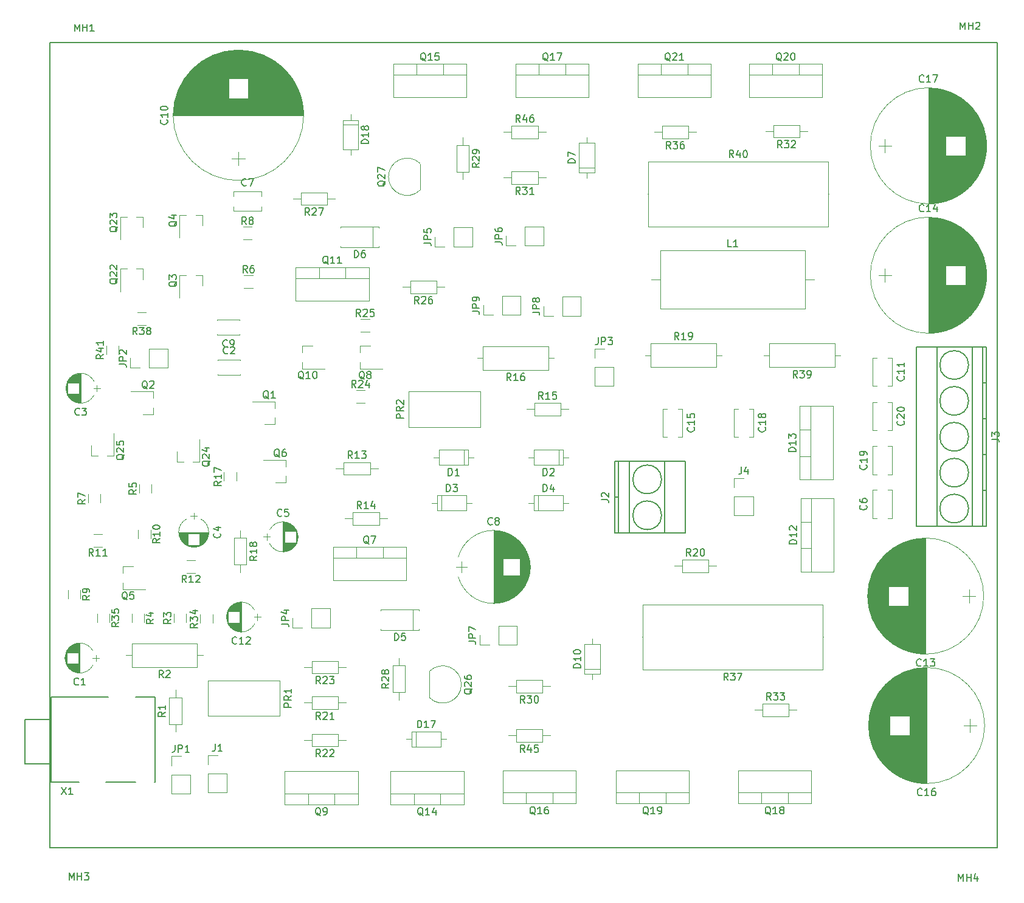
<source format=gbr>
G04 #@! TF.FileFunction,Legend,Top*
%FSLAX46Y46*%
G04 Gerber Fmt 4.6, Leading zero omitted, Abs format (unit mm)*
G04 Created by KiCad (PCBNEW 4.0.7) date 06/25/19 11:17:45*
%MOMM*%
%LPD*%
G01*
G04 APERTURE LIST*
%ADD10C,0.100000*%
%ADD11C,0.150000*%
%ADD12C,0.120000*%
G04 APERTURE END LIST*
D10*
D11*
X54864000Y-27432000D02*
X186817000Y-27432000D01*
X54864000Y-139573000D02*
X54864000Y-27432000D01*
X56007000Y-139573000D02*
X54864000Y-139573000D01*
X186817000Y-139573000D02*
X56007000Y-139573000D01*
X186817000Y-27432000D02*
X186817000Y-139573000D01*
D12*
X57224564Y-114136170D02*
G75*
G03X60916996Y-114137000I1846436J979170D01*
G01*
X57224564Y-112177830D02*
G75*
G02X60916996Y-112177000I1846436J-979170D01*
G01*
X57224564Y-112177830D02*
G75*
G03X57225004Y-114137000I1846436J-979170D01*
G01*
X59071000Y-115207000D02*
X59071000Y-111107000D01*
X59031000Y-115207000D02*
X59031000Y-111107000D01*
X58991000Y-115206000D02*
X58991000Y-111108000D01*
X58951000Y-115204000D02*
X58951000Y-111110000D01*
X58911000Y-115201000D02*
X58911000Y-111113000D01*
X58871000Y-115198000D02*
X58871000Y-111116000D01*
X58831000Y-115194000D02*
X58831000Y-113937000D01*
X58831000Y-112377000D02*
X58831000Y-111120000D01*
X58791000Y-115189000D02*
X58791000Y-113937000D01*
X58791000Y-112377000D02*
X58791000Y-111125000D01*
X58751000Y-115183000D02*
X58751000Y-113937000D01*
X58751000Y-112377000D02*
X58751000Y-111131000D01*
X58711000Y-115176000D02*
X58711000Y-113937000D01*
X58711000Y-112377000D02*
X58711000Y-111138000D01*
X58671000Y-115169000D02*
X58671000Y-113937000D01*
X58671000Y-112377000D02*
X58671000Y-111145000D01*
X58631000Y-115161000D02*
X58631000Y-113937000D01*
X58631000Y-112377000D02*
X58631000Y-111153000D01*
X58591000Y-115152000D02*
X58591000Y-113937000D01*
X58591000Y-112377000D02*
X58591000Y-111162000D01*
X58551000Y-115142000D02*
X58551000Y-113937000D01*
X58551000Y-112377000D02*
X58551000Y-111172000D01*
X58511000Y-115131000D02*
X58511000Y-113937000D01*
X58511000Y-112377000D02*
X58511000Y-111183000D01*
X58471000Y-115120000D02*
X58471000Y-113937000D01*
X58471000Y-112377000D02*
X58471000Y-111194000D01*
X58431000Y-115107000D02*
X58431000Y-113937000D01*
X58431000Y-112377000D02*
X58431000Y-111207000D01*
X58391000Y-115094000D02*
X58391000Y-113937000D01*
X58391000Y-112377000D02*
X58391000Y-111220000D01*
X58350000Y-115080000D02*
X58350000Y-113937000D01*
X58350000Y-112377000D02*
X58350000Y-111234000D01*
X58310000Y-115064000D02*
X58310000Y-113937000D01*
X58310000Y-112377000D02*
X58310000Y-111250000D01*
X58270000Y-115048000D02*
X58270000Y-113937000D01*
X58270000Y-112377000D02*
X58270000Y-111266000D01*
X58230000Y-115031000D02*
X58230000Y-113937000D01*
X58230000Y-112377000D02*
X58230000Y-111283000D01*
X58190000Y-115013000D02*
X58190000Y-113937000D01*
X58190000Y-112377000D02*
X58190000Y-111301000D01*
X58150000Y-114994000D02*
X58150000Y-113937000D01*
X58150000Y-112377000D02*
X58150000Y-111320000D01*
X58110000Y-114974000D02*
X58110000Y-113937000D01*
X58110000Y-112377000D02*
X58110000Y-111340000D01*
X58070000Y-114953000D02*
X58070000Y-113937000D01*
X58070000Y-112377000D02*
X58070000Y-111361000D01*
X58030000Y-114930000D02*
X58030000Y-113937000D01*
X58030000Y-112377000D02*
X58030000Y-111384000D01*
X57990000Y-114907000D02*
X57990000Y-113937000D01*
X57990000Y-112377000D02*
X57990000Y-111407000D01*
X57950000Y-114882000D02*
X57950000Y-113937000D01*
X57950000Y-112377000D02*
X57950000Y-111432000D01*
X57910000Y-114856000D02*
X57910000Y-113937000D01*
X57910000Y-112377000D02*
X57910000Y-111458000D01*
X57870000Y-114829000D02*
X57870000Y-113937000D01*
X57870000Y-112377000D02*
X57870000Y-111485000D01*
X57830000Y-114800000D02*
X57830000Y-113937000D01*
X57830000Y-112377000D02*
X57830000Y-111514000D01*
X57790000Y-114770000D02*
X57790000Y-113937000D01*
X57790000Y-112377000D02*
X57790000Y-111544000D01*
X57750000Y-114738000D02*
X57750000Y-113937000D01*
X57750000Y-112377000D02*
X57750000Y-111576000D01*
X57710000Y-114704000D02*
X57710000Y-113937000D01*
X57710000Y-112377000D02*
X57710000Y-111610000D01*
X57670000Y-114669000D02*
X57670000Y-113937000D01*
X57670000Y-112377000D02*
X57670000Y-111645000D01*
X57630000Y-114632000D02*
X57630000Y-113937000D01*
X57630000Y-112377000D02*
X57630000Y-111682000D01*
X57590000Y-114593000D02*
X57590000Y-113937000D01*
X57590000Y-112377000D02*
X57590000Y-111721000D01*
X57550000Y-114552000D02*
X57550000Y-113937000D01*
X57550000Y-112377000D02*
X57550000Y-111762000D01*
X57510000Y-114508000D02*
X57510000Y-113937000D01*
X57510000Y-112377000D02*
X57510000Y-111806000D01*
X57470000Y-114462000D02*
X57470000Y-113937000D01*
X57470000Y-112377000D02*
X57470000Y-111852000D01*
X57430000Y-114413000D02*
X57430000Y-113937000D01*
X57430000Y-112377000D02*
X57430000Y-111901000D01*
X57390000Y-114361000D02*
X57390000Y-113937000D01*
X57390000Y-112377000D02*
X57390000Y-111953000D01*
X57350000Y-114305000D02*
X57350000Y-113937000D01*
X57350000Y-112377000D02*
X57350000Y-112009000D01*
X57310000Y-114245000D02*
X57310000Y-113937000D01*
X57310000Y-112377000D02*
X57310000Y-112069000D01*
X57270000Y-114180000D02*
X57270000Y-112134000D01*
X57230000Y-114109000D02*
X57230000Y-112205000D01*
X57190000Y-114031000D02*
X57190000Y-112283000D01*
X57150000Y-113943000D02*
X57150000Y-112371000D01*
X57110000Y-113843000D02*
X57110000Y-112471000D01*
X57070000Y-113724000D02*
X57070000Y-112590000D01*
X57030000Y-113572000D02*
X57030000Y-112742000D01*
X56990000Y-113322000D02*
X56990000Y-112992000D01*
X61771000Y-113157000D02*
X60871000Y-113157000D01*
X61321000Y-113607000D02*
X61321000Y-112707000D01*
X78303000Y-71584000D02*
X81423000Y-71584000D01*
X78303000Y-73704000D02*
X81423000Y-73704000D01*
X78303000Y-71584000D02*
X78303000Y-71648000D01*
X78303000Y-73640000D02*
X78303000Y-73704000D01*
X81423000Y-71584000D02*
X81423000Y-71648000D01*
X81423000Y-73640000D02*
X81423000Y-73704000D01*
X57351564Y-76544170D02*
G75*
G03X61043996Y-76545000I1846436J979170D01*
G01*
X57351564Y-74585830D02*
G75*
G02X61043996Y-74585000I1846436J-979170D01*
G01*
X57351564Y-74585830D02*
G75*
G03X57352004Y-76545000I1846436J-979170D01*
G01*
X59198000Y-77615000D02*
X59198000Y-73515000D01*
X59158000Y-77615000D02*
X59158000Y-73515000D01*
X59118000Y-77614000D02*
X59118000Y-73516000D01*
X59078000Y-77612000D02*
X59078000Y-73518000D01*
X59038000Y-77609000D02*
X59038000Y-73521000D01*
X58998000Y-77606000D02*
X58998000Y-73524000D01*
X58958000Y-77602000D02*
X58958000Y-76345000D01*
X58958000Y-74785000D02*
X58958000Y-73528000D01*
X58918000Y-77597000D02*
X58918000Y-76345000D01*
X58918000Y-74785000D02*
X58918000Y-73533000D01*
X58878000Y-77591000D02*
X58878000Y-76345000D01*
X58878000Y-74785000D02*
X58878000Y-73539000D01*
X58838000Y-77584000D02*
X58838000Y-76345000D01*
X58838000Y-74785000D02*
X58838000Y-73546000D01*
X58798000Y-77577000D02*
X58798000Y-76345000D01*
X58798000Y-74785000D02*
X58798000Y-73553000D01*
X58758000Y-77569000D02*
X58758000Y-76345000D01*
X58758000Y-74785000D02*
X58758000Y-73561000D01*
X58718000Y-77560000D02*
X58718000Y-76345000D01*
X58718000Y-74785000D02*
X58718000Y-73570000D01*
X58678000Y-77550000D02*
X58678000Y-76345000D01*
X58678000Y-74785000D02*
X58678000Y-73580000D01*
X58638000Y-77539000D02*
X58638000Y-76345000D01*
X58638000Y-74785000D02*
X58638000Y-73591000D01*
X58598000Y-77528000D02*
X58598000Y-76345000D01*
X58598000Y-74785000D02*
X58598000Y-73602000D01*
X58558000Y-77515000D02*
X58558000Y-76345000D01*
X58558000Y-74785000D02*
X58558000Y-73615000D01*
X58518000Y-77502000D02*
X58518000Y-76345000D01*
X58518000Y-74785000D02*
X58518000Y-73628000D01*
X58477000Y-77488000D02*
X58477000Y-76345000D01*
X58477000Y-74785000D02*
X58477000Y-73642000D01*
X58437000Y-77472000D02*
X58437000Y-76345000D01*
X58437000Y-74785000D02*
X58437000Y-73658000D01*
X58397000Y-77456000D02*
X58397000Y-76345000D01*
X58397000Y-74785000D02*
X58397000Y-73674000D01*
X58357000Y-77439000D02*
X58357000Y-76345000D01*
X58357000Y-74785000D02*
X58357000Y-73691000D01*
X58317000Y-77421000D02*
X58317000Y-76345000D01*
X58317000Y-74785000D02*
X58317000Y-73709000D01*
X58277000Y-77402000D02*
X58277000Y-76345000D01*
X58277000Y-74785000D02*
X58277000Y-73728000D01*
X58237000Y-77382000D02*
X58237000Y-76345000D01*
X58237000Y-74785000D02*
X58237000Y-73748000D01*
X58197000Y-77361000D02*
X58197000Y-76345000D01*
X58197000Y-74785000D02*
X58197000Y-73769000D01*
X58157000Y-77338000D02*
X58157000Y-76345000D01*
X58157000Y-74785000D02*
X58157000Y-73792000D01*
X58117000Y-77315000D02*
X58117000Y-76345000D01*
X58117000Y-74785000D02*
X58117000Y-73815000D01*
X58077000Y-77290000D02*
X58077000Y-76345000D01*
X58077000Y-74785000D02*
X58077000Y-73840000D01*
X58037000Y-77264000D02*
X58037000Y-76345000D01*
X58037000Y-74785000D02*
X58037000Y-73866000D01*
X57997000Y-77237000D02*
X57997000Y-76345000D01*
X57997000Y-74785000D02*
X57997000Y-73893000D01*
X57957000Y-77208000D02*
X57957000Y-76345000D01*
X57957000Y-74785000D02*
X57957000Y-73922000D01*
X57917000Y-77178000D02*
X57917000Y-76345000D01*
X57917000Y-74785000D02*
X57917000Y-73952000D01*
X57877000Y-77146000D02*
X57877000Y-76345000D01*
X57877000Y-74785000D02*
X57877000Y-73984000D01*
X57837000Y-77112000D02*
X57837000Y-76345000D01*
X57837000Y-74785000D02*
X57837000Y-74018000D01*
X57797000Y-77077000D02*
X57797000Y-76345000D01*
X57797000Y-74785000D02*
X57797000Y-74053000D01*
X57757000Y-77040000D02*
X57757000Y-76345000D01*
X57757000Y-74785000D02*
X57757000Y-74090000D01*
X57717000Y-77001000D02*
X57717000Y-76345000D01*
X57717000Y-74785000D02*
X57717000Y-74129000D01*
X57677000Y-76960000D02*
X57677000Y-76345000D01*
X57677000Y-74785000D02*
X57677000Y-74170000D01*
X57637000Y-76916000D02*
X57637000Y-76345000D01*
X57637000Y-74785000D02*
X57637000Y-74214000D01*
X57597000Y-76870000D02*
X57597000Y-76345000D01*
X57597000Y-74785000D02*
X57597000Y-74260000D01*
X57557000Y-76821000D02*
X57557000Y-76345000D01*
X57557000Y-74785000D02*
X57557000Y-74309000D01*
X57517000Y-76769000D02*
X57517000Y-76345000D01*
X57517000Y-74785000D02*
X57517000Y-74361000D01*
X57477000Y-76713000D02*
X57477000Y-76345000D01*
X57477000Y-74785000D02*
X57477000Y-74417000D01*
X57437000Y-76653000D02*
X57437000Y-76345000D01*
X57437000Y-74785000D02*
X57437000Y-74477000D01*
X57397000Y-76588000D02*
X57397000Y-74542000D01*
X57357000Y-76517000D02*
X57357000Y-74613000D01*
X57317000Y-76439000D02*
X57317000Y-74691000D01*
X57277000Y-76351000D02*
X57277000Y-74779000D01*
X57237000Y-76251000D02*
X57237000Y-74879000D01*
X57197000Y-76132000D02*
X57197000Y-74998000D01*
X57157000Y-75980000D02*
X57157000Y-75150000D01*
X57117000Y-75730000D02*
X57117000Y-75400000D01*
X61898000Y-75565000D02*
X60998000Y-75565000D01*
X61448000Y-76015000D02*
X61448000Y-75115000D01*
X75909170Y-97461436D02*
G75*
G03X75910000Y-93769004I-979170J1846436D01*
G01*
X73950830Y-97461436D02*
G75*
G02X73950000Y-93769004I979170J1846436D01*
G01*
X73950830Y-97461436D02*
G75*
G03X75910000Y-97460996I979170J1846436D01*
G01*
X76980000Y-95615000D02*
X72880000Y-95615000D01*
X76980000Y-95655000D02*
X72880000Y-95655000D01*
X76979000Y-95695000D02*
X72881000Y-95695000D01*
X76977000Y-95735000D02*
X72883000Y-95735000D01*
X76974000Y-95775000D02*
X72886000Y-95775000D01*
X76971000Y-95815000D02*
X72889000Y-95815000D01*
X76967000Y-95855000D02*
X75710000Y-95855000D01*
X74150000Y-95855000D02*
X72893000Y-95855000D01*
X76962000Y-95895000D02*
X75710000Y-95895000D01*
X74150000Y-95895000D02*
X72898000Y-95895000D01*
X76956000Y-95935000D02*
X75710000Y-95935000D01*
X74150000Y-95935000D02*
X72904000Y-95935000D01*
X76949000Y-95975000D02*
X75710000Y-95975000D01*
X74150000Y-95975000D02*
X72911000Y-95975000D01*
X76942000Y-96015000D02*
X75710000Y-96015000D01*
X74150000Y-96015000D02*
X72918000Y-96015000D01*
X76934000Y-96055000D02*
X75710000Y-96055000D01*
X74150000Y-96055000D02*
X72926000Y-96055000D01*
X76925000Y-96095000D02*
X75710000Y-96095000D01*
X74150000Y-96095000D02*
X72935000Y-96095000D01*
X76915000Y-96135000D02*
X75710000Y-96135000D01*
X74150000Y-96135000D02*
X72945000Y-96135000D01*
X76904000Y-96175000D02*
X75710000Y-96175000D01*
X74150000Y-96175000D02*
X72956000Y-96175000D01*
X76893000Y-96215000D02*
X75710000Y-96215000D01*
X74150000Y-96215000D02*
X72967000Y-96215000D01*
X76880000Y-96255000D02*
X75710000Y-96255000D01*
X74150000Y-96255000D02*
X72980000Y-96255000D01*
X76867000Y-96295000D02*
X75710000Y-96295000D01*
X74150000Y-96295000D02*
X72993000Y-96295000D01*
X76853000Y-96336000D02*
X75710000Y-96336000D01*
X74150000Y-96336000D02*
X73007000Y-96336000D01*
X76837000Y-96376000D02*
X75710000Y-96376000D01*
X74150000Y-96376000D02*
X73023000Y-96376000D01*
X76821000Y-96416000D02*
X75710000Y-96416000D01*
X74150000Y-96416000D02*
X73039000Y-96416000D01*
X76804000Y-96456000D02*
X75710000Y-96456000D01*
X74150000Y-96456000D02*
X73056000Y-96456000D01*
X76786000Y-96496000D02*
X75710000Y-96496000D01*
X74150000Y-96496000D02*
X73074000Y-96496000D01*
X76767000Y-96536000D02*
X75710000Y-96536000D01*
X74150000Y-96536000D02*
X73093000Y-96536000D01*
X76747000Y-96576000D02*
X75710000Y-96576000D01*
X74150000Y-96576000D02*
X73113000Y-96576000D01*
X76726000Y-96616000D02*
X75710000Y-96616000D01*
X74150000Y-96616000D02*
X73134000Y-96616000D01*
X76703000Y-96656000D02*
X75710000Y-96656000D01*
X74150000Y-96656000D02*
X73157000Y-96656000D01*
X76680000Y-96696000D02*
X75710000Y-96696000D01*
X74150000Y-96696000D02*
X73180000Y-96696000D01*
X76655000Y-96736000D02*
X75710000Y-96736000D01*
X74150000Y-96736000D02*
X73205000Y-96736000D01*
X76629000Y-96776000D02*
X75710000Y-96776000D01*
X74150000Y-96776000D02*
X73231000Y-96776000D01*
X76602000Y-96816000D02*
X75710000Y-96816000D01*
X74150000Y-96816000D02*
X73258000Y-96816000D01*
X76573000Y-96856000D02*
X75710000Y-96856000D01*
X74150000Y-96856000D02*
X73287000Y-96856000D01*
X76543000Y-96896000D02*
X75710000Y-96896000D01*
X74150000Y-96896000D02*
X73317000Y-96896000D01*
X76511000Y-96936000D02*
X75710000Y-96936000D01*
X74150000Y-96936000D02*
X73349000Y-96936000D01*
X76477000Y-96976000D02*
X75710000Y-96976000D01*
X74150000Y-96976000D02*
X73383000Y-96976000D01*
X76442000Y-97016000D02*
X75710000Y-97016000D01*
X74150000Y-97016000D02*
X73418000Y-97016000D01*
X76405000Y-97056000D02*
X75710000Y-97056000D01*
X74150000Y-97056000D02*
X73455000Y-97056000D01*
X76366000Y-97096000D02*
X75710000Y-97096000D01*
X74150000Y-97096000D02*
X73494000Y-97096000D01*
X76325000Y-97136000D02*
X75710000Y-97136000D01*
X74150000Y-97136000D02*
X73535000Y-97136000D01*
X76281000Y-97176000D02*
X75710000Y-97176000D01*
X74150000Y-97176000D02*
X73579000Y-97176000D01*
X76235000Y-97216000D02*
X75710000Y-97216000D01*
X74150000Y-97216000D02*
X73625000Y-97216000D01*
X76186000Y-97256000D02*
X75710000Y-97256000D01*
X74150000Y-97256000D02*
X73674000Y-97256000D01*
X76134000Y-97296000D02*
X75710000Y-97296000D01*
X74150000Y-97296000D02*
X73726000Y-97296000D01*
X76078000Y-97336000D02*
X75710000Y-97336000D01*
X74150000Y-97336000D02*
X73782000Y-97336000D01*
X76018000Y-97376000D02*
X75710000Y-97376000D01*
X74150000Y-97376000D02*
X73842000Y-97376000D01*
X75953000Y-97416000D02*
X73907000Y-97416000D01*
X75882000Y-97456000D02*
X73978000Y-97456000D01*
X75804000Y-97496000D02*
X74056000Y-97496000D01*
X75716000Y-97536000D02*
X74144000Y-97536000D01*
X75616000Y-97576000D02*
X74244000Y-97576000D01*
X75497000Y-97616000D02*
X74363000Y-97616000D01*
X75345000Y-97656000D02*
X74515000Y-97656000D01*
X75095000Y-97696000D02*
X74765000Y-97696000D01*
X74930000Y-92915000D02*
X74930000Y-93815000D01*
X75380000Y-93365000D02*
X74480000Y-93365000D01*
X89206436Y-95286830D02*
G75*
G03X85514004Y-95286000I-1846436J-979170D01*
G01*
X89206436Y-97245170D02*
G75*
G02X85514004Y-97246000I-1846436J979170D01*
G01*
X89206436Y-97245170D02*
G75*
G03X89205996Y-95286000I-1846436J979170D01*
G01*
X87360000Y-94216000D02*
X87360000Y-98316000D01*
X87400000Y-94216000D02*
X87400000Y-98316000D01*
X87440000Y-94217000D02*
X87440000Y-98315000D01*
X87480000Y-94219000D02*
X87480000Y-98313000D01*
X87520000Y-94222000D02*
X87520000Y-98310000D01*
X87560000Y-94225000D02*
X87560000Y-98307000D01*
X87600000Y-94229000D02*
X87600000Y-95486000D01*
X87600000Y-97046000D02*
X87600000Y-98303000D01*
X87640000Y-94234000D02*
X87640000Y-95486000D01*
X87640000Y-97046000D02*
X87640000Y-98298000D01*
X87680000Y-94240000D02*
X87680000Y-95486000D01*
X87680000Y-97046000D02*
X87680000Y-98292000D01*
X87720000Y-94247000D02*
X87720000Y-95486000D01*
X87720000Y-97046000D02*
X87720000Y-98285000D01*
X87760000Y-94254000D02*
X87760000Y-95486000D01*
X87760000Y-97046000D02*
X87760000Y-98278000D01*
X87800000Y-94262000D02*
X87800000Y-95486000D01*
X87800000Y-97046000D02*
X87800000Y-98270000D01*
X87840000Y-94271000D02*
X87840000Y-95486000D01*
X87840000Y-97046000D02*
X87840000Y-98261000D01*
X87880000Y-94281000D02*
X87880000Y-95486000D01*
X87880000Y-97046000D02*
X87880000Y-98251000D01*
X87920000Y-94292000D02*
X87920000Y-95486000D01*
X87920000Y-97046000D02*
X87920000Y-98240000D01*
X87960000Y-94303000D02*
X87960000Y-95486000D01*
X87960000Y-97046000D02*
X87960000Y-98229000D01*
X88000000Y-94316000D02*
X88000000Y-95486000D01*
X88000000Y-97046000D02*
X88000000Y-98216000D01*
X88040000Y-94329000D02*
X88040000Y-95486000D01*
X88040000Y-97046000D02*
X88040000Y-98203000D01*
X88081000Y-94343000D02*
X88081000Y-95486000D01*
X88081000Y-97046000D02*
X88081000Y-98189000D01*
X88121000Y-94359000D02*
X88121000Y-95486000D01*
X88121000Y-97046000D02*
X88121000Y-98173000D01*
X88161000Y-94375000D02*
X88161000Y-95486000D01*
X88161000Y-97046000D02*
X88161000Y-98157000D01*
X88201000Y-94392000D02*
X88201000Y-95486000D01*
X88201000Y-97046000D02*
X88201000Y-98140000D01*
X88241000Y-94410000D02*
X88241000Y-95486000D01*
X88241000Y-97046000D02*
X88241000Y-98122000D01*
X88281000Y-94429000D02*
X88281000Y-95486000D01*
X88281000Y-97046000D02*
X88281000Y-98103000D01*
X88321000Y-94449000D02*
X88321000Y-95486000D01*
X88321000Y-97046000D02*
X88321000Y-98083000D01*
X88361000Y-94470000D02*
X88361000Y-95486000D01*
X88361000Y-97046000D02*
X88361000Y-98062000D01*
X88401000Y-94493000D02*
X88401000Y-95486000D01*
X88401000Y-97046000D02*
X88401000Y-98039000D01*
X88441000Y-94516000D02*
X88441000Y-95486000D01*
X88441000Y-97046000D02*
X88441000Y-98016000D01*
X88481000Y-94541000D02*
X88481000Y-95486000D01*
X88481000Y-97046000D02*
X88481000Y-97991000D01*
X88521000Y-94567000D02*
X88521000Y-95486000D01*
X88521000Y-97046000D02*
X88521000Y-97965000D01*
X88561000Y-94594000D02*
X88561000Y-95486000D01*
X88561000Y-97046000D02*
X88561000Y-97938000D01*
X88601000Y-94623000D02*
X88601000Y-95486000D01*
X88601000Y-97046000D02*
X88601000Y-97909000D01*
X88641000Y-94653000D02*
X88641000Y-95486000D01*
X88641000Y-97046000D02*
X88641000Y-97879000D01*
X88681000Y-94685000D02*
X88681000Y-95486000D01*
X88681000Y-97046000D02*
X88681000Y-97847000D01*
X88721000Y-94719000D02*
X88721000Y-95486000D01*
X88721000Y-97046000D02*
X88721000Y-97813000D01*
X88761000Y-94754000D02*
X88761000Y-95486000D01*
X88761000Y-97046000D02*
X88761000Y-97778000D01*
X88801000Y-94791000D02*
X88801000Y-95486000D01*
X88801000Y-97046000D02*
X88801000Y-97741000D01*
X88841000Y-94830000D02*
X88841000Y-95486000D01*
X88841000Y-97046000D02*
X88841000Y-97702000D01*
X88881000Y-94871000D02*
X88881000Y-95486000D01*
X88881000Y-97046000D02*
X88881000Y-97661000D01*
X88921000Y-94915000D02*
X88921000Y-95486000D01*
X88921000Y-97046000D02*
X88921000Y-97617000D01*
X88961000Y-94961000D02*
X88961000Y-95486000D01*
X88961000Y-97046000D02*
X88961000Y-97571000D01*
X89001000Y-95010000D02*
X89001000Y-95486000D01*
X89001000Y-97046000D02*
X89001000Y-97522000D01*
X89041000Y-95062000D02*
X89041000Y-95486000D01*
X89041000Y-97046000D02*
X89041000Y-97470000D01*
X89081000Y-95118000D02*
X89081000Y-95486000D01*
X89081000Y-97046000D02*
X89081000Y-97414000D01*
X89121000Y-95178000D02*
X89121000Y-95486000D01*
X89121000Y-97046000D02*
X89121000Y-97354000D01*
X89161000Y-95243000D02*
X89161000Y-97289000D01*
X89201000Y-95314000D02*
X89201000Y-97218000D01*
X89241000Y-95392000D02*
X89241000Y-97140000D01*
X89281000Y-95480000D02*
X89281000Y-97052000D01*
X89321000Y-95580000D02*
X89321000Y-96952000D01*
X89361000Y-95699000D02*
X89361000Y-96833000D01*
X89401000Y-95851000D02*
X89401000Y-96681000D01*
X89441000Y-96101000D02*
X89441000Y-96431000D01*
X84660000Y-96266000D02*
X85560000Y-96266000D01*
X85110000Y-95816000D02*
X85110000Y-96716000D01*
X169455000Y-93674000D02*
X169455000Y-89754000D01*
X172175000Y-93674000D02*
X172175000Y-89754000D01*
X169455000Y-93674000D02*
X170065000Y-93674000D01*
X171565000Y-93674000D02*
X172175000Y-93674000D01*
X169455000Y-89754000D02*
X170065000Y-89754000D01*
X171565000Y-89754000D02*
X172175000Y-89754000D01*
X80443000Y-48170000D02*
X84363000Y-48170000D01*
X80443000Y-50890000D02*
X84363000Y-50890000D01*
X80443000Y-48170000D02*
X80443000Y-48780000D01*
X80443000Y-50280000D02*
X80443000Y-50890000D01*
X84363000Y-48170000D02*
X84363000Y-48780000D01*
X84363000Y-50280000D02*
X84363000Y-50890000D01*
X121571437Y-99073736D02*
G75*
G03X111773643Y-99077000I-4898437J-1383264D01*
G01*
X121571437Y-101840264D02*
G75*
G02X111773643Y-101837000I-4898437J1383264D01*
G01*
X121571437Y-101840264D02*
G75*
G03X121572357Y-99077000I-4898437J1383264D01*
G01*
X116673000Y-95407000D02*
X116673000Y-105507000D01*
X116713000Y-95407000D02*
X116713000Y-105507000D01*
X116753000Y-95407000D02*
X116753000Y-105507000D01*
X116793000Y-95408000D02*
X116793000Y-105506000D01*
X116833000Y-95409000D02*
X116833000Y-105505000D01*
X116873000Y-95410000D02*
X116873000Y-105504000D01*
X116913000Y-95412000D02*
X116913000Y-105502000D01*
X116953000Y-95414000D02*
X116953000Y-105500000D01*
X116993000Y-95417000D02*
X116993000Y-105497000D01*
X117033000Y-95419000D02*
X117033000Y-105495000D01*
X117073000Y-95422000D02*
X117073000Y-105492000D01*
X117113000Y-95426000D02*
X117113000Y-105488000D01*
X117153000Y-95429000D02*
X117153000Y-105485000D01*
X117193000Y-95433000D02*
X117193000Y-105481000D01*
X117233000Y-95437000D02*
X117233000Y-105477000D01*
X117273000Y-95442000D02*
X117273000Y-105472000D01*
X117313000Y-95447000D02*
X117313000Y-105467000D01*
X117353000Y-95452000D02*
X117353000Y-105462000D01*
X117394000Y-95458000D02*
X117394000Y-105456000D01*
X117434000Y-95464000D02*
X117434000Y-105450000D01*
X117474000Y-95470000D02*
X117474000Y-105444000D01*
X117514000Y-95476000D02*
X117514000Y-105438000D01*
X117554000Y-95483000D02*
X117554000Y-105431000D01*
X117594000Y-95490000D02*
X117594000Y-105424000D01*
X117634000Y-95498000D02*
X117634000Y-105416000D01*
X117674000Y-95506000D02*
X117674000Y-105408000D01*
X117714000Y-95514000D02*
X117714000Y-105400000D01*
X117754000Y-95522000D02*
X117754000Y-105392000D01*
X117794000Y-95531000D02*
X117794000Y-105383000D01*
X117834000Y-95540000D02*
X117834000Y-105374000D01*
X117874000Y-95550000D02*
X117874000Y-105364000D01*
X117914000Y-95560000D02*
X117914000Y-105354000D01*
X117954000Y-95570000D02*
X117954000Y-105344000D01*
X117994000Y-95581000D02*
X117994000Y-99276000D01*
X117994000Y-101638000D02*
X117994000Y-105333000D01*
X118034000Y-95592000D02*
X118034000Y-99276000D01*
X118034000Y-101638000D02*
X118034000Y-105322000D01*
X118074000Y-95603000D02*
X118074000Y-99276000D01*
X118074000Y-101638000D02*
X118074000Y-105311000D01*
X118114000Y-95614000D02*
X118114000Y-99276000D01*
X118114000Y-101638000D02*
X118114000Y-105300000D01*
X118154000Y-95626000D02*
X118154000Y-99276000D01*
X118154000Y-101638000D02*
X118154000Y-105288000D01*
X118194000Y-95639000D02*
X118194000Y-99276000D01*
X118194000Y-101638000D02*
X118194000Y-105275000D01*
X118234000Y-95651000D02*
X118234000Y-99276000D01*
X118234000Y-101638000D02*
X118234000Y-105263000D01*
X118274000Y-95665000D02*
X118274000Y-99276000D01*
X118274000Y-101638000D02*
X118274000Y-105249000D01*
X118314000Y-95678000D02*
X118314000Y-99276000D01*
X118314000Y-101638000D02*
X118314000Y-105236000D01*
X118354000Y-95692000D02*
X118354000Y-99276000D01*
X118354000Y-101638000D02*
X118354000Y-105222000D01*
X118394000Y-95706000D02*
X118394000Y-99276000D01*
X118394000Y-101638000D02*
X118394000Y-105208000D01*
X118434000Y-95720000D02*
X118434000Y-99276000D01*
X118434000Y-101638000D02*
X118434000Y-105194000D01*
X118474000Y-95735000D02*
X118474000Y-99276000D01*
X118474000Y-101638000D02*
X118474000Y-105179000D01*
X118514000Y-95751000D02*
X118514000Y-99276000D01*
X118514000Y-101638000D02*
X118514000Y-105163000D01*
X118554000Y-95766000D02*
X118554000Y-99276000D01*
X118554000Y-101638000D02*
X118554000Y-105148000D01*
X118594000Y-95783000D02*
X118594000Y-99276000D01*
X118594000Y-101638000D02*
X118594000Y-105131000D01*
X118634000Y-95799000D02*
X118634000Y-99276000D01*
X118634000Y-101638000D02*
X118634000Y-105115000D01*
X118674000Y-95816000D02*
X118674000Y-99276000D01*
X118674000Y-101638000D02*
X118674000Y-105098000D01*
X118714000Y-95833000D02*
X118714000Y-99276000D01*
X118714000Y-101638000D02*
X118714000Y-105081000D01*
X118754000Y-95851000D02*
X118754000Y-99276000D01*
X118754000Y-101638000D02*
X118754000Y-105063000D01*
X118794000Y-95869000D02*
X118794000Y-99276000D01*
X118794000Y-101638000D02*
X118794000Y-105045000D01*
X118834000Y-95888000D02*
X118834000Y-99276000D01*
X118834000Y-101638000D02*
X118834000Y-105026000D01*
X118874000Y-95907000D02*
X118874000Y-99276000D01*
X118874000Y-101638000D02*
X118874000Y-105007000D01*
X118914000Y-95926000D02*
X118914000Y-99276000D01*
X118914000Y-101638000D02*
X118914000Y-104988000D01*
X118954000Y-95946000D02*
X118954000Y-99276000D01*
X118954000Y-101638000D02*
X118954000Y-104968000D01*
X118994000Y-95966000D02*
X118994000Y-99276000D01*
X118994000Y-101638000D02*
X118994000Y-104948000D01*
X119034000Y-95987000D02*
X119034000Y-99276000D01*
X119034000Y-101638000D02*
X119034000Y-104927000D01*
X119074000Y-96008000D02*
X119074000Y-99276000D01*
X119074000Y-101638000D02*
X119074000Y-104906000D01*
X119114000Y-96029000D02*
X119114000Y-99276000D01*
X119114000Y-101638000D02*
X119114000Y-104885000D01*
X119154000Y-96052000D02*
X119154000Y-99276000D01*
X119154000Y-101638000D02*
X119154000Y-104862000D01*
X119194000Y-96074000D02*
X119194000Y-99276000D01*
X119194000Y-101638000D02*
X119194000Y-104840000D01*
X119234000Y-96097000D02*
X119234000Y-99276000D01*
X119234000Y-101638000D02*
X119234000Y-104817000D01*
X119274000Y-96121000D02*
X119274000Y-99276000D01*
X119274000Y-101638000D02*
X119274000Y-104793000D01*
X119314000Y-96145000D02*
X119314000Y-99276000D01*
X119314000Y-101638000D02*
X119314000Y-104769000D01*
X119354000Y-96169000D02*
X119354000Y-99276000D01*
X119354000Y-101638000D02*
X119354000Y-104745000D01*
X119394000Y-96194000D02*
X119394000Y-99276000D01*
X119394000Y-101638000D02*
X119394000Y-104720000D01*
X119434000Y-96220000D02*
X119434000Y-99276000D01*
X119434000Y-101638000D02*
X119434000Y-104694000D01*
X119474000Y-96246000D02*
X119474000Y-99276000D01*
X119474000Y-101638000D02*
X119474000Y-104668000D01*
X119514000Y-96272000D02*
X119514000Y-99276000D01*
X119514000Y-101638000D02*
X119514000Y-104642000D01*
X119554000Y-96300000D02*
X119554000Y-99276000D01*
X119554000Y-101638000D02*
X119554000Y-104614000D01*
X119594000Y-96327000D02*
X119594000Y-99276000D01*
X119594000Y-101638000D02*
X119594000Y-104587000D01*
X119634000Y-96356000D02*
X119634000Y-99276000D01*
X119634000Y-101638000D02*
X119634000Y-104558000D01*
X119674000Y-96385000D02*
X119674000Y-99276000D01*
X119674000Y-101638000D02*
X119674000Y-104529000D01*
X119714000Y-96414000D02*
X119714000Y-99276000D01*
X119714000Y-101638000D02*
X119714000Y-104500000D01*
X119754000Y-96444000D02*
X119754000Y-99276000D01*
X119754000Y-101638000D02*
X119754000Y-104470000D01*
X119794000Y-96475000D02*
X119794000Y-99276000D01*
X119794000Y-101638000D02*
X119794000Y-104439000D01*
X119834000Y-96506000D02*
X119834000Y-99276000D01*
X119834000Y-101638000D02*
X119834000Y-104408000D01*
X119874000Y-96538000D02*
X119874000Y-99276000D01*
X119874000Y-101638000D02*
X119874000Y-104376000D01*
X119914000Y-96571000D02*
X119914000Y-99276000D01*
X119914000Y-101638000D02*
X119914000Y-104343000D01*
X119954000Y-96604000D02*
X119954000Y-99276000D01*
X119954000Y-101638000D02*
X119954000Y-104310000D01*
X119994000Y-96638000D02*
X119994000Y-99276000D01*
X119994000Y-101638000D02*
X119994000Y-104276000D01*
X120034000Y-96673000D02*
X120034000Y-99276000D01*
X120034000Y-101638000D02*
X120034000Y-104241000D01*
X120074000Y-96709000D02*
X120074000Y-99276000D01*
X120074000Y-101638000D02*
X120074000Y-104205000D01*
X120114000Y-96745000D02*
X120114000Y-99276000D01*
X120114000Y-101638000D02*
X120114000Y-104169000D01*
X120154000Y-96782000D02*
X120154000Y-99276000D01*
X120154000Y-101638000D02*
X120154000Y-104132000D01*
X120194000Y-96820000D02*
X120194000Y-99276000D01*
X120194000Y-101638000D02*
X120194000Y-104094000D01*
X120234000Y-96859000D02*
X120234000Y-99276000D01*
X120234000Y-101638000D02*
X120234000Y-104055000D01*
X120274000Y-96898000D02*
X120274000Y-99276000D01*
X120274000Y-101638000D02*
X120274000Y-104016000D01*
X120314000Y-96939000D02*
X120314000Y-99276000D01*
X120314000Y-101638000D02*
X120314000Y-103975000D01*
X120354000Y-96980000D02*
X120354000Y-103934000D01*
X120394000Y-97022000D02*
X120394000Y-103892000D01*
X120434000Y-97066000D02*
X120434000Y-103848000D01*
X120474000Y-97110000D02*
X120474000Y-103804000D01*
X120514000Y-97155000D02*
X120514000Y-103759000D01*
X120554000Y-97202000D02*
X120554000Y-103712000D01*
X120594000Y-97250000D02*
X120594000Y-103664000D01*
X120634000Y-97299000D02*
X120634000Y-103615000D01*
X120674000Y-97349000D02*
X120674000Y-103565000D01*
X120714000Y-97400000D02*
X120714000Y-103514000D01*
X120754000Y-97453000D02*
X120754000Y-103461000D01*
X120794000Y-97508000D02*
X120794000Y-103406000D01*
X120834000Y-97563000D02*
X120834000Y-103351000D01*
X120874000Y-97621000D02*
X120874000Y-103293000D01*
X120914000Y-97680000D02*
X120914000Y-103234000D01*
X120954000Y-97742000D02*
X120954000Y-103172000D01*
X120994000Y-97805000D02*
X120994000Y-103109000D01*
X121034000Y-97870000D02*
X121034000Y-103044000D01*
X121074000Y-97938000D02*
X121074000Y-102976000D01*
X121114000Y-98008000D02*
X121114000Y-102906000D01*
X121154000Y-98080000D02*
X121154000Y-102834000D01*
X121194000Y-98156000D02*
X121194000Y-102758000D01*
X121234000Y-98235000D02*
X121234000Y-102679000D01*
X121274000Y-98317000D02*
X121274000Y-102597000D01*
X121314000Y-98404000D02*
X121314000Y-102510000D01*
X121354000Y-98495000D02*
X121354000Y-102419000D01*
X121394000Y-98591000D02*
X121394000Y-102323000D01*
X121434000Y-98694000D02*
X121434000Y-102220000D01*
X121474000Y-98803000D02*
X121474000Y-102111000D01*
X121514000Y-98921000D02*
X121514000Y-101993000D01*
X121554000Y-99050000D02*
X121554000Y-101864000D01*
X121594000Y-99192000D02*
X121594000Y-101722000D01*
X121634000Y-99353000D02*
X121634000Y-101561000D01*
X121674000Y-99544000D02*
X121674000Y-101370000D01*
X121714000Y-99785000D02*
X121714000Y-101129000D01*
X121754000Y-100178000D02*
X121754000Y-100736000D01*
X111473000Y-100457000D02*
X112973000Y-100457000D01*
X112223000Y-99707000D02*
X112223000Y-101207000D01*
X81336000Y-68116000D02*
X78216000Y-68116000D01*
X81336000Y-65996000D02*
X78216000Y-65996000D01*
X81336000Y-68116000D02*
X81336000Y-68052000D01*
X81336000Y-66060000D02*
X81336000Y-65996000D01*
X78216000Y-68116000D02*
X78216000Y-68052000D01*
X78216000Y-66060000D02*
X78216000Y-65996000D01*
X90243000Y-37525000D02*
G75*
G03X90243000Y-37525000I-9090000J0D01*
G01*
X72103000Y-37525000D02*
X90203000Y-37525000D01*
X72103000Y-37485000D02*
X90203000Y-37485000D01*
X72103000Y-37445000D02*
X90203000Y-37445000D01*
X72103000Y-37405000D02*
X90203000Y-37405000D01*
X72104000Y-37365000D02*
X90202000Y-37365000D01*
X72105000Y-37325000D02*
X90201000Y-37325000D01*
X72106000Y-37285000D02*
X90200000Y-37285000D01*
X72107000Y-37245000D02*
X90199000Y-37245000D01*
X72108000Y-37205000D02*
X90198000Y-37205000D01*
X72110000Y-37165000D02*
X90196000Y-37165000D01*
X72111000Y-37125000D02*
X90195000Y-37125000D01*
X72113000Y-37085000D02*
X90193000Y-37085000D01*
X72115000Y-37045000D02*
X90191000Y-37045000D01*
X72117000Y-37005000D02*
X90189000Y-37005000D01*
X72120000Y-36965000D02*
X90186000Y-36965000D01*
X72122000Y-36925000D02*
X90184000Y-36925000D01*
X72125000Y-36885000D02*
X90181000Y-36885000D01*
X72128000Y-36845000D02*
X90178000Y-36845000D01*
X72131000Y-36804000D02*
X90175000Y-36804000D01*
X72134000Y-36764000D02*
X90172000Y-36764000D01*
X72138000Y-36724000D02*
X90168000Y-36724000D01*
X72141000Y-36684000D02*
X90165000Y-36684000D01*
X72145000Y-36644000D02*
X90161000Y-36644000D01*
X72149000Y-36604000D02*
X90157000Y-36604000D01*
X72153000Y-36564000D02*
X90153000Y-36564000D01*
X72158000Y-36524000D02*
X90148000Y-36524000D01*
X72162000Y-36484000D02*
X90144000Y-36484000D01*
X72167000Y-36444000D02*
X90139000Y-36444000D01*
X72172000Y-36404000D02*
X90134000Y-36404000D01*
X72177000Y-36364000D02*
X90129000Y-36364000D01*
X72182000Y-36324000D02*
X90124000Y-36324000D01*
X72187000Y-36284000D02*
X90119000Y-36284000D01*
X72193000Y-36244000D02*
X90113000Y-36244000D01*
X72199000Y-36204000D02*
X90107000Y-36204000D01*
X72205000Y-36164000D02*
X90101000Y-36164000D01*
X72211000Y-36124000D02*
X90095000Y-36124000D01*
X72217000Y-36084000D02*
X90089000Y-36084000D01*
X72224000Y-36044000D02*
X90082000Y-36044000D01*
X72230000Y-36004000D02*
X90076000Y-36004000D01*
X72237000Y-35964000D02*
X90069000Y-35964000D01*
X72244000Y-35924000D02*
X90062000Y-35924000D01*
X72252000Y-35884000D02*
X90054000Y-35884000D01*
X72259000Y-35844000D02*
X90047000Y-35844000D01*
X72267000Y-35804000D02*
X90039000Y-35804000D01*
X72275000Y-35764000D02*
X90031000Y-35764000D01*
X72283000Y-35724000D02*
X90023000Y-35724000D01*
X72291000Y-35684000D02*
X90015000Y-35684000D01*
X72299000Y-35644000D02*
X90007000Y-35644000D01*
X72308000Y-35604000D02*
X89998000Y-35604000D01*
X72316000Y-35564000D02*
X89990000Y-35564000D01*
X72325000Y-35524000D02*
X89981000Y-35524000D01*
X72334000Y-35484000D02*
X89972000Y-35484000D01*
X72344000Y-35444000D02*
X89962000Y-35444000D01*
X72353000Y-35404000D02*
X89953000Y-35404000D01*
X72363000Y-35364000D02*
X89943000Y-35364000D01*
X72373000Y-35324000D02*
X89933000Y-35324000D01*
X72383000Y-35284000D02*
X89923000Y-35284000D01*
X72393000Y-35244000D02*
X89913000Y-35244000D01*
X72404000Y-35204000D02*
X89902000Y-35204000D01*
X72414000Y-35164000D02*
X89892000Y-35164000D01*
X72425000Y-35124000D02*
X79773000Y-35124000D01*
X82533000Y-35124000D02*
X89881000Y-35124000D01*
X72436000Y-35084000D02*
X79773000Y-35084000D01*
X82533000Y-35084000D02*
X89870000Y-35084000D01*
X72447000Y-35044000D02*
X79773000Y-35044000D01*
X82533000Y-35044000D02*
X89859000Y-35044000D01*
X72459000Y-35004000D02*
X79773000Y-35004000D01*
X82533000Y-35004000D02*
X89847000Y-35004000D01*
X72470000Y-34964000D02*
X79773000Y-34964000D01*
X82533000Y-34964000D02*
X89836000Y-34964000D01*
X72482000Y-34924000D02*
X79773000Y-34924000D01*
X82533000Y-34924000D02*
X89824000Y-34924000D01*
X72494000Y-34884000D02*
X79773000Y-34884000D01*
X82533000Y-34884000D02*
X89812000Y-34884000D01*
X72507000Y-34844000D02*
X79773000Y-34844000D01*
X82533000Y-34844000D02*
X89799000Y-34844000D01*
X72519000Y-34804000D02*
X79773000Y-34804000D01*
X82533000Y-34804000D02*
X89787000Y-34804000D01*
X72532000Y-34764000D02*
X79773000Y-34764000D01*
X82533000Y-34764000D02*
X89774000Y-34764000D01*
X72544000Y-34724000D02*
X79773000Y-34724000D01*
X82533000Y-34724000D02*
X89762000Y-34724000D01*
X72558000Y-34684000D02*
X79773000Y-34684000D01*
X82533000Y-34684000D02*
X89748000Y-34684000D01*
X72571000Y-34644000D02*
X79773000Y-34644000D01*
X82533000Y-34644000D02*
X89735000Y-34644000D01*
X72584000Y-34604000D02*
X79773000Y-34604000D01*
X82533000Y-34604000D02*
X89722000Y-34604000D01*
X72598000Y-34564000D02*
X79773000Y-34564000D01*
X82533000Y-34564000D02*
X89708000Y-34564000D01*
X72612000Y-34524000D02*
X79773000Y-34524000D01*
X82533000Y-34524000D02*
X89694000Y-34524000D01*
X72626000Y-34484000D02*
X79773000Y-34484000D01*
X82533000Y-34484000D02*
X89680000Y-34484000D01*
X72640000Y-34444000D02*
X79773000Y-34444000D01*
X82533000Y-34444000D02*
X89666000Y-34444000D01*
X72655000Y-34404000D02*
X79773000Y-34404000D01*
X82533000Y-34404000D02*
X89651000Y-34404000D01*
X72669000Y-34364000D02*
X79773000Y-34364000D01*
X82533000Y-34364000D02*
X89637000Y-34364000D01*
X72684000Y-34324000D02*
X79773000Y-34324000D01*
X82533000Y-34324000D02*
X89622000Y-34324000D01*
X72700000Y-34284000D02*
X79773000Y-34284000D01*
X82533000Y-34284000D02*
X89606000Y-34284000D01*
X72715000Y-34244000D02*
X79773000Y-34244000D01*
X82533000Y-34244000D02*
X89591000Y-34244000D01*
X72730000Y-34204000D02*
X79773000Y-34204000D01*
X82533000Y-34204000D02*
X89576000Y-34204000D01*
X72746000Y-34164000D02*
X79773000Y-34164000D01*
X82533000Y-34164000D02*
X89560000Y-34164000D01*
X72762000Y-34124000D02*
X79773000Y-34124000D01*
X82533000Y-34124000D02*
X89544000Y-34124000D01*
X72779000Y-34084000D02*
X79773000Y-34084000D01*
X82533000Y-34084000D02*
X89527000Y-34084000D01*
X72795000Y-34044000D02*
X79773000Y-34044000D01*
X82533000Y-34044000D02*
X89511000Y-34044000D01*
X72812000Y-34004000D02*
X79773000Y-34004000D01*
X82533000Y-34004000D02*
X89494000Y-34004000D01*
X72829000Y-33964000D02*
X79773000Y-33964000D01*
X82533000Y-33964000D02*
X89477000Y-33964000D01*
X72846000Y-33924000D02*
X79773000Y-33924000D01*
X82533000Y-33924000D02*
X89460000Y-33924000D01*
X72863000Y-33884000D02*
X79773000Y-33884000D01*
X82533000Y-33884000D02*
X89443000Y-33884000D01*
X72881000Y-33844000D02*
X79773000Y-33844000D01*
X82533000Y-33844000D02*
X89425000Y-33844000D01*
X72899000Y-33804000D02*
X79773000Y-33804000D01*
X82533000Y-33804000D02*
X89407000Y-33804000D01*
X72917000Y-33764000D02*
X79773000Y-33764000D01*
X82533000Y-33764000D02*
X89389000Y-33764000D01*
X72935000Y-33724000D02*
X79773000Y-33724000D01*
X82533000Y-33724000D02*
X89371000Y-33724000D01*
X72953000Y-33684000D02*
X79773000Y-33684000D01*
X82533000Y-33684000D02*
X89353000Y-33684000D01*
X72972000Y-33644000D02*
X79773000Y-33644000D01*
X82533000Y-33644000D02*
X89334000Y-33644000D01*
X72991000Y-33604000D02*
X79773000Y-33604000D01*
X82533000Y-33604000D02*
X89315000Y-33604000D01*
X73010000Y-33564000D02*
X79773000Y-33564000D01*
X82533000Y-33564000D02*
X89296000Y-33564000D01*
X73030000Y-33524000D02*
X79773000Y-33524000D01*
X82533000Y-33524000D02*
X89276000Y-33524000D01*
X73050000Y-33484000D02*
X79773000Y-33484000D01*
X82533000Y-33484000D02*
X89256000Y-33484000D01*
X73070000Y-33444000D02*
X79773000Y-33444000D01*
X82533000Y-33444000D02*
X89236000Y-33444000D01*
X73090000Y-33404000D02*
X79773000Y-33404000D01*
X82533000Y-33404000D02*
X89216000Y-33404000D01*
X73110000Y-33364000D02*
X79773000Y-33364000D01*
X82533000Y-33364000D02*
X89196000Y-33364000D01*
X73131000Y-33324000D02*
X79773000Y-33324000D01*
X82533000Y-33324000D02*
X89175000Y-33324000D01*
X73152000Y-33284000D02*
X79773000Y-33284000D01*
X82533000Y-33284000D02*
X89154000Y-33284000D01*
X73173000Y-33244000D02*
X79773000Y-33244000D01*
X82533000Y-33244000D02*
X89133000Y-33244000D01*
X73195000Y-33204000D02*
X79773000Y-33204000D01*
X82533000Y-33204000D02*
X89111000Y-33204000D01*
X73216000Y-33164000D02*
X79773000Y-33164000D01*
X82533000Y-33164000D02*
X89090000Y-33164000D01*
X73238000Y-33124000D02*
X79773000Y-33124000D01*
X82533000Y-33124000D02*
X89068000Y-33124000D01*
X73261000Y-33084000D02*
X79773000Y-33084000D01*
X82533000Y-33084000D02*
X89045000Y-33084000D01*
X73283000Y-33044000D02*
X79773000Y-33044000D01*
X82533000Y-33044000D02*
X89023000Y-33044000D01*
X73306000Y-33004000D02*
X79773000Y-33004000D01*
X82533000Y-33004000D02*
X89000000Y-33004000D01*
X73329000Y-32964000D02*
X79773000Y-32964000D01*
X82533000Y-32964000D02*
X88977000Y-32964000D01*
X73352000Y-32924000D02*
X79773000Y-32924000D01*
X82533000Y-32924000D02*
X88954000Y-32924000D01*
X73376000Y-32884000D02*
X79773000Y-32884000D01*
X82533000Y-32884000D02*
X88930000Y-32884000D01*
X73400000Y-32844000D02*
X79773000Y-32844000D01*
X82533000Y-32844000D02*
X88906000Y-32844000D01*
X73424000Y-32804000D02*
X79773000Y-32804000D01*
X82533000Y-32804000D02*
X88882000Y-32804000D01*
X73448000Y-32764000D02*
X79773000Y-32764000D01*
X82533000Y-32764000D02*
X88858000Y-32764000D01*
X73473000Y-32724000D02*
X79773000Y-32724000D01*
X82533000Y-32724000D02*
X88833000Y-32724000D01*
X73498000Y-32684000D02*
X79773000Y-32684000D01*
X82533000Y-32684000D02*
X88808000Y-32684000D01*
X73523000Y-32644000D02*
X79773000Y-32644000D01*
X82533000Y-32644000D02*
X88783000Y-32644000D01*
X73549000Y-32604000D02*
X79773000Y-32604000D01*
X82533000Y-32604000D02*
X88757000Y-32604000D01*
X73575000Y-32564000D02*
X79773000Y-32564000D01*
X82533000Y-32564000D02*
X88731000Y-32564000D01*
X73601000Y-32524000D02*
X79773000Y-32524000D01*
X82533000Y-32524000D02*
X88705000Y-32524000D01*
X73628000Y-32484000D02*
X79773000Y-32484000D01*
X82533000Y-32484000D02*
X88678000Y-32484000D01*
X73654000Y-32444000D02*
X79773000Y-32444000D01*
X82533000Y-32444000D02*
X88652000Y-32444000D01*
X73682000Y-32404000D02*
X79773000Y-32404000D01*
X82533000Y-32404000D02*
X88624000Y-32404000D01*
X73709000Y-32364000D02*
X88597000Y-32364000D01*
X73737000Y-32324000D02*
X88569000Y-32324000D01*
X73765000Y-32284000D02*
X88541000Y-32284000D01*
X73793000Y-32244000D02*
X88513000Y-32244000D01*
X73822000Y-32204000D02*
X88484000Y-32204000D01*
X73851000Y-32164000D02*
X88455000Y-32164000D01*
X73880000Y-32124000D02*
X88426000Y-32124000D01*
X73910000Y-32084000D02*
X88396000Y-32084000D01*
X73940000Y-32044000D02*
X88366000Y-32044000D01*
X73970000Y-32004000D02*
X88336000Y-32004000D01*
X74001000Y-31964000D02*
X88305000Y-31964000D01*
X74032000Y-31924000D02*
X88274000Y-31924000D01*
X74064000Y-31884000D02*
X88242000Y-31884000D01*
X74096000Y-31844000D02*
X88210000Y-31844000D01*
X74128000Y-31804000D02*
X88178000Y-31804000D01*
X74160000Y-31764000D02*
X88146000Y-31764000D01*
X74193000Y-31724000D02*
X88113000Y-31724000D01*
X74227000Y-31684000D02*
X88079000Y-31684000D01*
X74260000Y-31644000D02*
X88046000Y-31644000D01*
X74295000Y-31604000D02*
X88011000Y-31604000D01*
X74329000Y-31564000D02*
X87977000Y-31564000D01*
X74364000Y-31524000D02*
X87942000Y-31524000D01*
X74399000Y-31484000D02*
X87907000Y-31484000D01*
X74435000Y-31444000D02*
X87871000Y-31444000D01*
X74471000Y-31404000D02*
X87835000Y-31404000D01*
X74508000Y-31364000D02*
X87798000Y-31364000D01*
X74545000Y-31324000D02*
X87761000Y-31324000D01*
X74583000Y-31284000D02*
X87723000Y-31284000D01*
X74621000Y-31244000D02*
X87685000Y-31244000D01*
X74659000Y-31204000D02*
X87647000Y-31204000D01*
X74698000Y-31164000D02*
X87608000Y-31164000D01*
X74737000Y-31124000D02*
X87569000Y-31124000D01*
X74777000Y-31084000D02*
X87529000Y-31084000D01*
X74818000Y-31044000D02*
X87488000Y-31044000D01*
X74859000Y-31004000D02*
X87447000Y-31004000D01*
X74900000Y-30964000D02*
X87406000Y-30964000D01*
X74942000Y-30924000D02*
X87364000Y-30924000D01*
X74985000Y-30884000D02*
X87321000Y-30884000D01*
X75028000Y-30844000D02*
X87278000Y-30844000D01*
X75071000Y-30804000D02*
X87235000Y-30804000D01*
X75115000Y-30764000D02*
X87191000Y-30764000D01*
X75160000Y-30724000D02*
X87146000Y-30724000D01*
X75206000Y-30684000D02*
X87100000Y-30684000D01*
X75252000Y-30644000D02*
X87054000Y-30644000D01*
X75298000Y-30604000D02*
X87008000Y-30604000D01*
X75346000Y-30564000D02*
X86960000Y-30564000D01*
X75394000Y-30524000D02*
X86912000Y-30524000D01*
X75442000Y-30484000D02*
X86864000Y-30484000D01*
X75491000Y-30444000D02*
X86815000Y-30444000D01*
X75542000Y-30404000D02*
X86764000Y-30404000D01*
X75592000Y-30364000D02*
X86714000Y-30364000D01*
X75644000Y-30324000D02*
X86662000Y-30324000D01*
X75696000Y-30284000D02*
X86610000Y-30284000D01*
X75749000Y-30244000D02*
X86557000Y-30244000D01*
X75803000Y-30204000D02*
X86503000Y-30204000D01*
X75858000Y-30164000D02*
X86448000Y-30164000D01*
X75913000Y-30124000D02*
X86393000Y-30124000D01*
X75970000Y-30084000D02*
X86336000Y-30084000D01*
X76027000Y-30044000D02*
X86279000Y-30044000D01*
X76086000Y-30004000D02*
X86220000Y-30004000D01*
X76145000Y-29964000D02*
X86161000Y-29964000D01*
X76206000Y-29924000D02*
X86100000Y-29924000D01*
X76267000Y-29884000D02*
X86039000Y-29884000D01*
X76330000Y-29844000D02*
X85976000Y-29844000D01*
X76394000Y-29804000D02*
X85912000Y-29804000D01*
X76459000Y-29764000D02*
X85847000Y-29764000D01*
X76525000Y-29724000D02*
X85781000Y-29724000D01*
X76592000Y-29684000D02*
X85714000Y-29684000D01*
X76661000Y-29644000D02*
X85645000Y-29644000D01*
X76731000Y-29604000D02*
X85575000Y-29604000D01*
X76803000Y-29564000D02*
X85503000Y-29564000D01*
X76876000Y-29524000D02*
X85430000Y-29524000D01*
X76951000Y-29484000D02*
X85355000Y-29484000D01*
X77028000Y-29444000D02*
X85278000Y-29444000D01*
X77107000Y-29404000D02*
X85199000Y-29404000D01*
X77187000Y-29364000D02*
X85119000Y-29364000D01*
X77270000Y-29325000D02*
X85036000Y-29325000D01*
X77354000Y-29285000D02*
X84952000Y-29285000D01*
X77442000Y-29245000D02*
X84864000Y-29245000D01*
X77531000Y-29205000D02*
X84775000Y-29205000D01*
X77623000Y-29165000D02*
X84683000Y-29165000D01*
X77719000Y-29125000D02*
X84587000Y-29125000D01*
X77817000Y-29085000D02*
X84489000Y-29085000D01*
X77919000Y-29045000D02*
X84387000Y-29045000D01*
X78024000Y-29005000D02*
X84282000Y-29005000D01*
X78134000Y-28965000D02*
X84172000Y-28965000D01*
X78248000Y-28925000D02*
X84058000Y-28925000D01*
X78368000Y-28885000D02*
X83938000Y-28885000D01*
X78493000Y-28845000D02*
X83813000Y-28845000D01*
X78625000Y-28805000D02*
X83681000Y-28805000D01*
X78765000Y-28765000D02*
X83541000Y-28765000D01*
X78915000Y-28725000D02*
X83391000Y-28725000D01*
X79075000Y-28685000D02*
X83231000Y-28685000D01*
X79250000Y-28645000D02*
X83056000Y-28645000D01*
X79443000Y-28605000D02*
X82863000Y-28605000D01*
X79661000Y-28565000D02*
X82645000Y-28565000D01*
X79917000Y-28525000D02*
X82389000Y-28525000D01*
X80240000Y-28485000D02*
X82066000Y-28485000D01*
X80766000Y-28445000D02*
X81540000Y-28445000D01*
X81153000Y-44475000D02*
X81153000Y-42675000D01*
X80253000Y-43575000D02*
X82053000Y-43575000D01*
X172175000Y-71299000D02*
X172175000Y-75219000D01*
X169455000Y-71299000D02*
X169455000Y-75219000D01*
X172175000Y-71299000D02*
X171565000Y-71299000D01*
X170065000Y-71299000D02*
X169455000Y-71299000D01*
X172175000Y-75219000D02*
X171565000Y-75219000D01*
X170065000Y-75219000D02*
X169455000Y-75219000D01*
X79703564Y-108421170D02*
G75*
G03X83395996Y-108422000I1846436J979170D01*
G01*
X79703564Y-106462830D02*
G75*
G02X83395996Y-106462000I1846436J-979170D01*
G01*
X79703564Y-106462830D02*
G75*
G03X79704004Y-108422000I1846436J-979170D01*
G01*
X81550000Y-109492000D02*
X81550000Y-105392000D01*
X81510000Y-109492000D02*
X81510000Y-105392000D01*
X81470000Y-109491000D02*
X81470000Y-105393000D01*
X81430000Y-109489000D02*
X81430000Y-105395000D01*
X81390000Y-109486000D02*
X81390000Y-105398000D01*
X81350000Y-109483000D02*
X81350000Y-105401000D01*
X81310000Y-109479000D02*
X81310000Y-108222000D01*
X81310000Y-106662000D02*
X81310000Y-105405000D01*
X81270000Y-109474000D02*
X81270000Y-108222000D01*
X81270000Y-106662000D02*
X81270000Y-105410000D01*
X81230000Y-109468000D02*
X81230000Y-108222000D01*
X81230000Y-106662000D02*
X81230000Y-105416000D01*
X81190000Y-109461000D02*
X81190000Y-108222000D01*
X81190000Y-106662000D02*
X81190000Y-105423000D01*
X81150000Y-109454000D02*
X81150000Y-108222000D01*
X81150000Y-106662000D02*
X81150000Y-105430000D01*
X81110000Y-109446000D02*
X81110000Y-108222000D01*
X81110000Y-106662000D02*
X81110000Y-105438000D01*
X81070000Y-109437000D02*
X81070000Y-108222000D01*
X81070000Y-106662000D02*
X81070000Y-105447000D01*
X81030000Y-109427000D02*
X81030000Y-108222000D01*
X81030000Y-106662000D02*
X81030000Y-105457000D01*
X80990000Y-109416000D02*
X80990000Y-108222000D01*
X80990000Y-106662000D02*
X80990000Y-105468000D01*
X80950000Y-109405000D02*
X80950000Y-108222000D01*
X80950000Y-106662000D02*
X80950000Y-105479000D01*
X80910000Y-109392000D02*
X80910000Y-108222000D01*
X80910000Y-106662000D02*
X80910000Y-105492000D01*
X80870000Y-109379000D02*
X80870000Y-108222000D01*
X80870000Y-106662000D02*
X80870000Y-105505000D01*
X80829000Y-109365000D02*
X80829000Y-108222000D01*
X80829000Y-106662000D02*
X80829000Y-105519000D01*
X80789000Y-109349000D02*
X80789000Y-108222000D01*
X80789000Y-106662000D02*
X80789000Y-105535000D01*
X80749000Y-109333000D02*
X80749000Y-108222000D01*
X80749000Y-106662000D02*
X80749000Y-105551000D01*
X80709000Y-109316000D02*
X80709000Y-108222000D01*
X80709000Y-106662000D02*
X80709000Y-105568000D01*
X80669000Y-109298000D02*
X80669000Y-108222000D01*
X80669000Y-106662000D02*
X80669000Y-105586000D01*
X80629000Y-109279000D02*
X80629000Y-108222000D01*
X80629000Y-106662000D02*
X80629000Y-105605000D01*
X80589000Y-109259000D02*
X80589000Y-108222000D01*
X80589000Y-106662000D02*
X80589000Y-105625000D01*
X80549000Y-109238000D02*
X80549000Y-108222000D01*
X80549000Y-106662000D02*
X80549000Y-105646000D01*
X80509000Y-109215000D02*
X80509000Y-108222000D01*
X80509000Y-106662000D02*
X80509000Y-105669000D01*
X80469000Y-109192000D02*
X80469000Y-108222000D01*
X80469000Y-106662000D02*
X80469000Y-105692000D01*
X80429000Y-109167000D02*
X80429000Y-108222000D01*
X80429000Y-106662000D02*
X80429000Y-105717000D01*
X80389000Y-109141000D02*
X80389000Y-108222000D01*
X80389000Y-106662000D02*
X80389000Y-105743000D01*
X80349000Y-109114000D02*
X80349000Y-108222000D01*
X80349000Y-106662000D02*
X80349000Y-105770000D01*
X80309000Y-109085000D02*
X80309000Y-108222000D01*
X80309000Y-106662000D02*
X80309000Y-105799000D01*
X80269000Y-109055000D02*
X80269000Y-108222000D01*
X80269000Y-106662000D02*
X80269000Y-105829000D01*
X80229000Y-109023000D02*
X80229000Y-108222000D01*
X80229000Y-106662000D02*
X80229000Y-105861000D01*
X80189000Y-108989000D02*
X80189000Y-108222000D01*
X80189000Y-106662000D02*
X80189000Y-105895000D01*
X80149000Y-108954000D02*
X80149000Y-108222000D01*
X80149000Y-106662000D02*
X80149000Y-105930000D01*
X80109000Y-108917000D02*
X80109000Y-108222000D01*
X80109000Y-106662000D02*
X80109000Y-105967000D01*
X80069000Y-108878000D02*
X80069000Y-108222000D01*
X80069000Y-106662000D02*
X80069000Y-106006000D01*
X80029000Y-108837000D02*
X80029000Y-108222000D01*
X80029000Y-106662000D02*
X80029000Y-106047000D01*
X79989000Y-108793000D02*
X79989000Y-108222000D01*
X79989000Y-106662000D02*
X79989000Y-106091000D01*
X79949000Y-108747000D02*
X79949000Y-108222000D01*
X79949000Y-106662000D02*
X79949000Y-106137000D01*
X79909000Y-108698000D02*
X79909000Y-108222000D01*
X79909000Y-106662000D02*
X79909000Y-106186000D01*
X79869000Y-108646000D02*
X79869000Y-108222000D01*
X79869000Y-106662000D02*
X79869000Y-106238000D01*
X79829000Y-108590000D02*
X79829000Y-108222000D01*
X79829000Y-106662000D02*
X79829000Y-106294000D01*
X79789000Y-108530000D02*
X79789000Y-108222000D01*
X79789000Y-106662000D02*
X79789000Y-106354000D01*
X79749000Y-108465000D02*
X79749000Y-106419000D01*
X79709000Y-108394000D02*
X79709000Y-106490000D01*
X79669000Y-108316000D02*
X79669000Y-106568000D01*
X79629000Y-108228000D02*
X79629000Y-106656000D01*
X79589000Y-108128000D02*
X79589000Y-106756000D01*
X79549000Y-108009000D02*
X79549000Y-106875000D01*
X79509000Y-107857000D02*
X79509000Y-107027000D01*
X79469000Y-107607000D02*
X79469000Y-107277000D01*
X84250000Y-107442000D02*
X83350000Y-107442000D01*
X83800000Y-107892000D02*
X83800000Y-106992000D01*
X184934000Y-104521000D02*
G75*
G03X184934000Y-104521000I-8090000J0D01*
G01*
X176844000Y-112572000D02*
X176844000Y-96470000D01*
X176804000Y-112571000D02*
X176804000Y-96471000D01*
X176764000Y-112571000D02*
X176764000Y-96471000D01*
X176724000Y-112571000D02*
X176724000Y-96471000D01*
X176684000Y-112570000D02*
X176684000Y-96472000D01*
X176644000Y-112569000D02*
X176644000Y-96473000D01*
X176604000Y-112568000D02*
X176604000Y-96474000D01*
X176564000Y-112567000D02*
X176564000Y-96475000D01*
X176524000Y-112565000D02*
X176524000Y-96477000D01*
X176484000Y-112563000D02*
X176484000Y-96479000D01*
X176444000Y-112562000D02*
X176444000Y-96480000D01*
X176404000Y-112560000D02*
X176404000Y-96482000D01*
X176364000Y-112557000D02*
X176364000Y-96485000D01*
X176324000Y-112555000D02*
X176324000Y-96487000D01*
X176284000Y-112552000D02*
X176284000Y-96490000D01*
X176244000Y-112549000D02*
X176244000Y-96493000D01*
X176204000Y-112546000D02*
X176204000Y-96496000D01*
X176164000Y-112543000D02*
X176164000Y-96499000D01*
X176123000Y-112539000D02*
X176123000Y-96503000D01*
X176083000Y-112536000D02*
X176083000Y-96506000D01*
X176043000Y-112532000D02*
X176043000Y-96510000D01*
X176003000Y-112528000D02*
X176003000Y-96514000D01*
X175963000Y-112523000D02*
X175963000Y-96519000D01*
X175923000Y-112519000D02*
X175923000Y-96523000D01*
X175883000Y-112514000D02*
X175883000Y-96528000D01*
X175843000Y-112509000D02*
X175843000Y-96533000D01*
X175803000Y-112504000D02*
X175803000Y-96538000D01*
X175763000Y-112499000D02*
X175763000Y-96543000D01*
X175723000Y-112494000D02*
X175723000Y-96548000D01*
X175683000Y-112488000D02*
X175683000Y-96554000D01*
X175643000Y-112482000D02*
X175643000Y-96560000D01*
X175603000Y-112476000D02*
X175603000Y-96566000D01*
X175563000Y-112470000D02*
X175563000Y-96572000D01*
X175523000Y-112463000D02*
X175523000Y-96579000D01*
X175483000Y-112456000D02*
X175483000Y-96586000D01*
X175443000Y-112449000D02*
X175443000Y-96593000D01*
X175403000Y-112442000D02*
X175403000Y-96600000D01*
X175363000Y-112435000D02*
X175363000Y-96607000D01*
X175323000Y-112427000D02*
X175323000Y-96615000D01*
X175283000Y-112420000D02*
X175283000Y-96622000D01*
X175243000Y-112412000D02*
X175243000Y-96630000D01*
X175203000Y-112404000D02*
X175203000Y-96638000D01*
X175163000Y-112395000D02*
X175163000Y-96647000D01*
X175123000Y-112387000D02*
X175123000Y-96655000D01*
X175083000Y-112378000D02*
X175083000Y-96664000D01*
X175043000Y-112369000D02*
X175043000Y-96673000D01*
X175003000Y-112359000D02*
X175003000Y-96683000D01*
X174963000Y-112350000D02*
X174963000Y-96692000D01*
X174923000Y-112340000D02*
X174923000Y-96702000D01*
X174883000Y-112330000D02*
X174883000Y-96712000D01*
X174843000Y-112320000D02*
X174843000Y-96722000D01*
X174803000Y-112310000D02*
X174803000Y-96732000D01*
X174763000Y-112300000D02*
X174763000Y-96742000D01*
X174723000Y-112289000D02*
X174723000Y-96753000D01*
X174683000Y-112278000D02*
X174683000Y-96764000D01*
X174643000Y-112267000D02*
X174643000Y-96775000D01*
X174603000Y-112255000D02*
X174603000Y-96787000D01*
X174563000Y-112244000D02*
X174563000Y-96798000D01*
X174523000Y-112232000D02*
X174523000Y-96810000D01*
X174483000Y-112220000D02*
X174483000Y-96822000D01*
X174443000Y-112207000D02*
X174443000Y-105901000D01*
X174443000Y-103141000D02*
X174443000Y-96835000D01*
X174403000Y-112195000D02*
X174403000Y-105901000D01*
X174403000Y-103141000D02*
X174403000Y-96847000D01*
X174363000Y-112182000D02*
X174363000Y-105901000D01*
X174363000Y-103141000D02*
X174363000Y-96860000D01*
X174323000Y-112169000D02*
X174323000Y-105901000D01*
X174323000Y-103141000D02*
X174323000Y-96873000D01*
X174283000Y-112156000D02*
X174283000Y-105901000D01*
X174283000Y-103141000D02*
X174283000Y-96886000D01*
X174243000Y-112142000D02*
X174243000Y-105901000D01*
X174243000Y-103141000D02*
X174243000Y-96900000D01*
X174203000Y-112129000D02*
X174203000Y-105901000D01*
X174203000Y-103141000D02*
X174203000Y-96913000D01*
X174163000Y-112115000D02*
X174163000Y-105901000D01*
X174163000Y-103141000D02*
X174163000Y-96927000D01*
X174123000Y-112101000D02*
X174123000Y-105901000D01*
X174123000Y-103141000D02*
X174123000Y-96941000D01*
X174083000Y-112086000D02*
X174083000Y-105901000D01*
X174083000Y-103141000D02*
X174083000Y-96956000D01*
X174043000Y-112071000D02*
X174043000Y-105901000D01*
X174043000Y-103141000D02*
X174043000Y-96971000D01*
X174003000Y-112057000D02*
X174003000Y-105901000D01*
X174003000Y-103141000D02*
X174003000Y-96985000D01*
X173963000Y-112042000D02*
X173963000Y-105901000D01*
X173963000Y-103141000D02*
X173963000Y-97000000D01*
X173923000Y-112026000D02*
X173923000Y-105901000D01*
X173923000Y-103141000D02*
X173923000Y-97016000D01*
X173883000Y-112011000D02*
X173883000Y-105901000D01*
X173883000Y-103141000D02*
X173883000Y-97031000D01*
X173843000Y-111995000D02*
X173843000Y-105901000D01*
X173843000Y-103141000D02*
X173843000Y-97047000D01*
X173803000Y-111979000D02*
X173803000Y-105901000D01*
X173803000Y-103141000D02*
X173803000Y-97063000D01*
X173763000Y-111962000D02*
X173763000Y-105901000D01*
X173763000Y-103141000D02*
X173763000Y-97080000D01*
X173723000Y-111946000D02*
X173723000Y-105901000D01*
X173723000Y-103141000D02*
X173723000Y-97096000D01*
X173683000Y-111929000D02*
X173683000Y-105901000D01*
X173683000Y-103141000D02*
X173683000Y-97113000D01*
X173643000Y-111912000D02*
X173643000Y-105901000D01*
X173643000Y-103141000D02*
X173643000Y-97130000D01*
X173603000Y-111894000D02*
X173603000Y-105901000D01*
X173603000Y-103141000D02*
X173603000Y-97148000D01*
X173563000Y-111877000D02*
X173563000Y-105901000D01*
X173563000Y-103141000D02*
X173563000Y-97165000D01*
X173523000Y-111859000D02*
X173523000Y-105901000D01*
X173523000Y-103141000D02*
X173523000Y-97183000D01*
X173483000Y-111841000D02*
X173483000Y-105901000D01*
X173483000Y-103141000D02*
X173483000Y-97201000D01*
X173443000Y-111822000D02*
X173443000Y-105901000D01*
X173443000Y-103141000D02*
X173443000Y-97220000D01*
X173403000Y-111804000D02*
X173403000Y-105901000D01*
X173403000Y-103141000D02*
X173403000Y-97238000D01*
X173363000Y-111785000D02*
X173363000Y-105901000D01*
X173363000Y-103141000D02*
X173363000Y-97257000D01*
X173323000Y-111766000D02*
X173323000Y-105901000D01*
X173323000Y-103141000D02*
X173323000Y-97276000D01*
X173283000Y-111746000D02*
X173283000Y-105901000D01*
X173283000Y-103141000D02*
X173283000Y-97296000D01*
X173243000Y-111726000D02*
X173243000Y-105901000D01*
X173243000Y-103141000D02*
X173243000Y-97316000D01*
X173203000Y-111706000D02*
X173203000Y-105901000D01*
X173203000Y-103141000D02*
X173203000Y-97336000D01*
X173163000Y-111686000D02*
X173163000Y-105901000D01*
X173163000Y-103141000D02*
X173163000Y-97356000D01*
X173123000Y-111665000D02*
X173123000Y-105901000D01*
X173123000Y-103141000D02*
X173123000Y-97377000D01*
X173083000Y-111645000D02*
X173083000Y-105901000D01*
X173083000Y-103141000D02*
X173083000Y-97397000D01*
X173043000Y-111623000D02*
X173043000Y-105901000D01*
X173043000Y-103141000D02*
X173043000Y-97419000D01*
X173003000Y-111602000D02*
X173003000Y-105901000D01*
X173003000Y-103141000D02*
X173003000Y-97440000D01*
X172963000Y-111580000D02*
X172963000Y-105901000D01*
X172963000Y-103141000D02*
X172963000Y-97462000D01*
X172923000Y-111558000D02*
X172923000Y-105901000D01*
X172923000Y-103141000D02*
X172923000Y-97484000D01*
X172883000Y-111536000D02*
X172883000Y-105901000D01*
X172883000Y-103141000D02*
X172883000Y-97506000D01*
X172843000Y-111513000D02*
X172843000Y-105901000D01*
X172843000Y-103141000D02*
X172843000Y-97529000D01*
X172803000Y-111491000D02*
X172803000Y-105901000D01*
X172803000Y-103141000D02*
X172803000Y-97551000D01*
X172763000Y-111467000D02*
X172763000Y-105901000D01*
X172763000Y-103141000D02*
X172763000Y-97575000D01*
X172723000Y-111444000D02*
X172723000Y-105901000D01*
X172723000Y-103141000D02*
X172723000Y-97598000D01*
X172683000Y-111420000D02*
X172683000Y-105901000D01*
X172683000Y-103141000D02*
X172683000Y-97622000D01*
X172643000Y-111396000D02*
X172643000Y-105901000D01*
X172643000Y-103141000D02*
X172643000Y-97646000D01*
X172603000Y-111371000D02*
X172603000Y-105901000D01*
X172603000Y-103141000D02*
X172603000Y-97671000D01*
X172563000Y-111347000D02*
X172563000Y-105901000D01*
X172563000Y-103141000D02*
X172563000Y-97695000D01*
X172523000Y-111322000D02*
X172523000Y-105901000D01*
X172523000Y-103141000D02*
X172523000Y-97720000D01*
X172483000Y-111296000D02*
X172483000Y-105901000D01*
X172483000Y-103141000D02*
X172483000Y-97746000D01*
X172443000Y-111270000D02*
X172443000Y-105901000D01*
X172443000Y-103141000D02*
X172443000Y-97772000D01*
X172403000Y-111244000D02*
X172403000Y-105901000D01*
X172403000Y-103141000D02*
X172403000Y-97798000D01*
X172363000Y-111218000D02*
X172363000Y-105901000D01*
X172363000Y-103141000D02*
X172363000Y-97824000D01*
X172323000Y-111191000D02*
X172323000Y-105901000D01*
X172323000Y-103141000D02*
X172323000Y-97851000D01*
X172283000Y-111164000D02*
X172283000Y-105901000D01*
X172283000Y-103141000D02*
X172283000Y-97878000D01*
X172243000Y-111136000D02*
X172243000Y-105901000D01*
X172243000Y-103141000D02*
X172243000Y-97906000D01*
X172203000Y-111109000D02*
X172203000Y-105901000D01*
X172203000Y-103141000D02*
X172203000Y-97933000D01*
X172163000Y-111080000D02*
X172163000Y-105901000D01*
X172163000Y-103141000D02*
X172163000Y-97962000D01*
X172123000Y-111052000D02*
X172123000Y-105901000D01*
X172123000Y-103141000D02*
X172123000Y-97990000D01*
X172083000Y-111023000D02*
X172083000Y-105901000D01*
X172083000Y-103141000D02*
X172083000Y-98019000D01*
X172043000Y-110994000D02*
X172043000Y-105901000D01*
X172043000Y-103141000D02*
X172043000Y-98048000D01*
X172003000Y-110964000D02*
X172003000Y-105901000D01*
X172003000Y-103141000D02*
X172003000Y-98078000D01*
X171963000Y-110934000D02*
X171963000Y-105901000D01*
X171963000Y-103141000D02*
X171963000Y-98108000D01*
X171923000Y-110903000D02*
X171923000Y-105901000D01*
X171923000Y-103141000D02*
X171923000Y-98139000D01*
X171883000Y-110873000D02*
X171883000Y-105901000D01*
X171883000Y-103141000D02*
X171883000Y-98169000D01*
X171843000Y-110841000D02*
X171843000Y-105901000D01*
X171843000Y-103141000D02*
X171843000Y-98201000D01*
X171803000Y-110810000D02*
X171803000Y-105901000D01*
X171803000Y-103141000D02*
X171803000Y-98232000D01*
X171763000Y-110778000D02*
X171763000Y-105901000D01*
X171763000Y-103141000D02*
X171763000Y-98264000D01*
X171723000Y-110745000D02*
X171723000Y-105901000D01*
X171723000Y-103141000D02*
X171723000Y-98297000D01*
X171683000Y-110712000D02*
X171683000Y-98330000D01*
X171643000Y-110679000D02*
X171643000Y-98363000D01*
X171603000Y-110645000D02*
X171603000Y-98397000D01*
X171563000Y-110611000D02*
X171563000Y-98431000D01*
X171523000Y-110576000D02*
X171523000Y-98466000D01*
X171483000Y-110541000D02*
X171483000Y-98501000D01*
X171443000Y-110505000D02*
X171443000Y-98537000D01*
X171403000Y-110469000D02*
X171403000Y-98573000D01*
X171363000Y-110433000D02*
X171363000Y-98609000D01*
X171323000Y-110396000D02*
X171323000Y-98646000D01*
X171283000Y-110358000D02*
X171283000Y-98684000D01*
X171243000Y-110320000D02*
X171243000Y-98722000D01*
X171203000Y-110281000D02*
X171203000Y-98761000D01*
X171163000Y-110242000D02*
X171163000Y-98800000D01*
X171123000Y-110202000D02*
X171123000Y-98840000D01*
X171083000Y-110162000D02*
X171083000Y-98880000D01*
X171043000Y-110121000D02*
X171043000Y-98921000D01*
X171003000Y-110080000D02*
X171003000Y-98962000D01*
X170963000Y-110038000D02*
X170963000Y-99004000D01*
X170923000Y-109995000D02*
X170923000Y-99047000D01*
X170883000Y-109952000D02*
X170883000Y-99090000D01*
X170843000Y-109908000D02*
X170843000Y-99134000D01*
X170803000Y-109864000D02*
X170803000Y-99178000D01*
X170763000Y-109818000D02*
X170763000Y-99224000D01*
X170723000Y-109772000D02*
X170723000Y-99270000D01*
X170683000Y-109726000D02*
X170683000Y-99316000D01*
X170643000Y-109678000D02*
X170643000Y-99364000D01*
X170603000Y-109630000D02*
X170603000Y-99412000D01*
X170563000Y-109581000D02*
X170563000Y-99461000D01*
X170523000Y-109532000D02*
X170523000Y-99510000D01*
X170483000Y-109481000D02*
X170483000Y-99561000D01*
X170443000Y-109430000D02*
X170443000Y-99612000D01*
X170403000Y-109378000D02*
X170403000Y-99664000D01*
X170363000Y-109325000D02*
X170363000Y-99717000D01*
X170323000Y-109271000D02*
X170323000Y-99771000D01*
X170283000Y-109216000D02*
X170283000Y-99826000D01*
X170243000Y-109160000D02*
X170243000Y-99882000D01*
X170203000Y-109103000D02*
X170203000Y-99939000D01*
X170163000Y-109045000D02*
X170163000Y-99997000D01*
X170123000Y-108986000D02*
X170123000Y-100056000D01*
X170083000Y-108926000D02*
X170083000Y-100116000D01*
X170043000Y-108864000D02*
X170043000Y-100178000D01*
X170003000Y-108802000D02*
X170003000Y-100240000D01*
X169963000Y-108738000D02*
X169963000Y-100304000D01*
X169923000Y-108672000D02*
X169923000Y-100370000D01*
X169883000Y-108605000D02*
X169883000Y-100437000D01*
X169843000Y-108537000D02*
X169843000Y-100505000D01*
X169803000Y-108467000D02*
X169803000Y-100575000D01*
X169763000Y-108396000D02*
X169763000Y-100646000D01*
X169723000Y-108323000D02*
X169723000Y-100719000D01*
X169683000Y-108247000D02*
X169683000Y-100795000D01*
X169643000Y-108170000D02*
X169643000Y-100872000D01*
X169603000Y-108091000D02*
X169603000Y-100951000D01*
X169563000Y-108010000D02*
X169563000Y-101032000D01*
X169523000Y-107926000D02*
X169523000Y-101116000D01*
X169483000Y-107840000D02*
X169483000Y-101202000D01*
X169443000Y-107751000D02*
X169443000Y-101291000D01*
X169403000Y-107659000D02*
X169403000Y-101383000D01*
X169363000Y-107563000D02*
X169363000Y-101479000D01*
X169323000Y-107464000D02*
X169323000Y-101578000D01*
X169283000Y-107362000D02*
X169283000Y-101680000D01*
X169243000Y-107254000D02*
X169243000Y-101788000D01*
X169203000Y-107142000D02*
X169203000Y-101900000D01*
X169163000Y-107024000D02*
X169163000Y-102018000D01*
X169123000Y-106900000D02*
X169123000Y-102142000D01*
X169083000Y-106769000D02*
X169083000Y-102273000D01*
X169043000Y-106628000D02*
X169043000Y-102414000D01*
X169003000Y-106477000D02*
X169003000Y-102565000D01*
X168963000Y-106313000D02*
X168963000Y-102729000D01*
X168923000Y-106131000D02*
X168923000Y-102911000D01*
X168883000Y-105926000D02*
X168883000Y-103116000D01*
X168843000Y-105685000D02*
X168843000Y-103357000D01*
X168803000Y-105380000D02*
X168803000Y-103662000D01*
X168763000Y-104884000D02*
X168763000Y-104158000D01*
X183794000Y-104521000D02*
X181994000Y-104521000D01*
X182894000Y-105421000D02*
X182894000Y-103621000D01*
X185322000Y-59817000D02*
G75*
G03X185322000Y-59817000I-8090000J0D01*
G01*
X177232000Y-51766000D02*
X177232000Y-67868000D01*
X177272000Y-51767000D02*
X177272000Y-67867000D01*
X177312000Y-51767000D02*
X177312000Y-67867000D01*
X177352000Y-51767000D02*
X177352000Y-67867000D01*
X177392000Y-51768000D02*
X177392000Y-67866000D01*
X177432000Y-51769000D02*
X177432000Y-67865000D01*
X177472000Y-51770000D02*
X177472000Y-67864000D01*
X177512000Y-51771000D02*
X177512000Y-67863000D01*
X177552000Y-51773000D02*
X177552000Y-67861000D01*
X177592000Y-51775000D02*
X177592000Y-67859000D01*
X177632000Y-51776000D02*
X177632000Y-67858000D01*
X177672000Y-51778000D02*
X177672000Y-67856000D01*
X177712000Y-51781000D02*
X177712000Y-67853000D01*
X177752000Y-51783000D02*
X177752000Y-67851000D01*
X177792000Y-51786000D02*
X177792000Y-67848000D01*
X177832000Y-51789000D02*
X177832000Y-67845000D01*
X177872000Y-51792000D02*
X177872000Y-67842000D01*
X177912000Y-51795000D02*
X177912000Y-67839000D01*
X177953000Y-51799000D02*
X177953000Y-67835000D01*
X177993000Y-51802000D02*
X177993000Y-67832000D01*
X178033000Y-51806000D02*
X178033000Y-67828000D01*
X178073000Y-51810000D02*
X178073000Y-67824000D01*
X178113000Y-51815000D02*
X178113000Y-67819000D01*
X178153000Y-51819000D02*
X178153000Y-67815000D01*
X178193000Y-51824000D02*
X178193000Y-67810000D01*
X178233000Y-51829000D02*
X178233000Y-67805000D01*
X178273000Y-51834000D02*
X178273000Y-67800000D01*
X178313000Y-51839000D02*
X178313000Y-67795000D01*
X178353000Y-51844000D02*
X178353000Y-67790000D01*
X178393000Y-51850000D02*
X178393000Y-67784000D01*
X178433000Y-51856000D02*
X178433000Y-67778000D01*
X178473000Y-51862000D02*
X178473000Y-67772000D01*
X178513000Y-51868000D02*
X178513000Y-67766000D01*
X178553000Y-51875000D02*
X178553000Y-67759000D01*
X178593000Y-51882000D02*
X178593000Y-67752000D01*
X178633000Y-51889000D02*
X178633000Y-67745000D01*
X178673000Y-51896000D02*
X178673000Y-67738000D01*
X178713000Y-51903000D02*
X178713000Y-67731000D01*
X178753000Y-51911000D02*
X178753000Y-67723000D01*
X178793000Y-51918000D02*
X178793000Y-67716000D01*
X178833000Y-51926000D02*
X178833000Y-67708000D01*
X178873000Y-51934000D02*
X178873000Y-67700000D01*
X178913000Y-51943000D02*
X178913000Y-67691000D01*
X178953000Y-51951000D02*
X178953000Y-67683000D01*
X178993000Y-51960000D02*
X178993000Y-67674000D01*
X179033000Y-51969000D02*
X179033000Y-67665000D01*
X179073000Y-51979000D02*
X179073000Y-67655000D01*
X179113000Y-51988000D02*
X179113000Y-67646000D01*
X179153000Y-51998000D02*
X179153000Y-67636000D01*
X179193000Y-52008000D02*
X179193000Y-67626000D01*
X179233000Y-52018000D02*
X179233000Y-67616000D01*
X179273000Y-52028000D02*
X179273000Y-67606000D01*
X179313000Y-52038000D02*
X179313000Y-67596000D01*
X179353000Y-52049000D02*
X179353000Y-67585000D01*
X179393000Y-52060000D02*
X179393000Y-67574000D01*
X179433000Y-52071000D02*
X179433000Y-67563000D01*
X179473000Y-52083000D02*
X179473000Y-67551000D01*
X179513000Y-52094000D02*
X179513000Y-67540000D01*
X179553000Y-52106000D02*
X179553000Y-67528000D01*
X179593000Y-52118000D02*
X179593000Y-67516000D01*
X179633000Y-52131000D02*
X179633000Y-58437000D01*
X179633000Y-61197000D02*
X179633000Y-67503000D01*
X179673000Y-52143000D02*
X179673000Y-58437000D01*
X179673000Y-61197000D02*
X179673000Y-67491000D01*
X179713000Y-52156000D02*
X179713000Y-58437000D01*
X179713000Y-61197000D02*
X179713000Y-67478000D01*
X179753000Y-52169000D02*
X179753000Y-58437000D01*
X179753000Y-61197000D02*
X179753000Y-67465000D01*
X179793000Y-52182000D02*
X179793000Y-58437000D01*
X179793000Y-61197000D02*
X179793000Y-67452000D01*
X179833000Y-52196000D02*
X179833000Y-58437000D01*
X179833000Y-61197000D02*
X179833000Y-67438000D01*
X179873000Y-52209000D02*
X179873000Y-58437000D01*
X179873000Y-61197000D02*
X179873000Y-67425000D01*
X179913000Y-52223000D02*
X179913000Y-58437000D01*
X179913000Y-61197000D02*
X179913000Y-67411000D01*
X179953000Y-52237000D02*
X179953000Y-58437000D01*
X179953000Y-61197000D02*
X179953000Y-67397000D01*
X179993000Y-52252000D02*
X179993000Y-58437000D01*
X179993000Y-61197000D02*
X179993000Y-67382000D01*
X180033000Y-52267000D02*
X180033000Y-58437000D01*
X180033000Y-61197000D02*
X180033000Y-67367000D01*
X180073000Y-52281000D02*
X180073000Y-58437000D01*
X180073000Y-61197000D02*
X180073000Y-67353000D01*
X180113000Y-52296000D02*
X180113000Y-58437000D01*
X180113000Y-61197000D02*
X180113000Y-67338000D01*
X180153000Y-52312000D02*
X180153000Y-58437000D01*
X180153000Y-61197000D02*
X180153000Y-67322000D01*
X180193000Y-52327000D02*
X180193000Y-58437000D01*
X180193000Y-61197000D02*
X180193000Y-67307000D01*
X180233000Y-52343000D02*
X180233000Y-58437000D01*
X180233000Y-61197000D02*
X180233000Y-67291000D01*
X180273000Y-52359000D02*
X180273000Y-58437000D01*
X180273000Y-61197000D02*
X180273000Y-67275000D01*
X180313000Y-52376000D02*
X180313000Y-58437000D01*
X180313000Y-61197000D02*
X180313000Y-67258000D01*
X180353000Y-52392000D02*
X180353000Y-58437000D01*
X180353000Y-61197000D02*
X180353000Y-67242000D01*
X180393000Y-52409000D02*
X180393000Y-58437000D01*
X180393000Y-61197000D02*
X180393000Y-67225000D01*
X180433000Y-52426000D02*
X180433000Y-58437000D01*
X180433000Y-61197000D02*
X180433000Y-67208000D01*
X180473000Y-52444000D02*
X180473000Y-58437000D01*
X180473000Y-61197000D02*
X180473000Y-67190000D01*
X180513000Y-52461000D02*
X180513000Y-58437000D01*
X180513000Y-61197000D02*
X180513000Y-67173000D01*
X180553000Y-52479000D02*
X180553000Y-58437000D01*
X180553000Y-61197000D02*
X180553000Y-67155000D01*
X180593000Y-52497000D02*
X180593000Y-58437000D01*
X180593000Y-61197000D02*
X180593000Y-67137000D01*
X180633000Y-52516000D02*
X180633000Y-58437000D01*
X180633000Y-61197000D02*
X180633000Y-67118000D01*
X180673000Y-52534000D02*
X180673000Y-58437000D01*
X180673000Y-61197000D02*
X180673000Y-67100000D01*
X180713000Y-52553000D02*
X180713000Y-58437000D01*
X180713000Y-61197000D02*
X180713000Y-67081000D01*
X180753000Y-52572000D02*
X180753000Y-58437000D01*
X180753000Y-61197000D02*
X180753000Y-67062000D01*
X180793000Y-52592000D02*
X180793000Y-58437000D01*
X180793000Y-61197000D02*
X180793000Y-67042000D01*
X180833000Y-52612000D02*
X180833000Y-58437000D01*
X180833000Y-61197000D02*
X180833000Y-67022000D01*
X180873000Y-52632000D02*
X180873000Y-58437000D01*
X180873000Y-61197000D02*
X180873000Y-67002000D01*
X180913000Y-52652000D02*
X180913000Y-58437000D01*
X180913000Y-61197000D02*
X180913000Y-66982000D01*
X180953000Y-52673000D02*
X180953000Y-58437000D01*
X180953000Y-61197000D02*
X180953000Y-66961000D01*
X180993000Y-52693000D02*
X180993000Y-58437000D01*
X180993000Y-61197000D02*
X180993000Y-66941000D01*
X181033000Y-52715000D02*
X181033000Y-58437000D01*
X181033000Y-61197000D02*
X181033000Y-66919000D01*
X181073000Y-52736000D02*
X181073000Y-58437000D01*
X181073000Y-61197000D02*
X181073000Y-66898000D01*
X181113000Y-52758000D02*
X181113000Y-58437000D01*
X181113000Y-61197000D02*
X181113000Y-66876000D01*
X181153000Y-52780000D02*
X181153000Y-58437000D01*
X181153000Y-61197000D02*
X181153000Y-66854000D01*
X181193000Y-52802000D02*
X181193000Y-58437000D01*
X181193000Y-61197000D02*
X181193000Y-66832000D01*
X181233000Y-52825000D02*
X181233000Y-58437000D01*
X181233000Y-61197000D02*
X181233000Y-66809000D01*
X181273000Y-52847000D02*
X181273000Y-58437000D01*
X181273000Y-61197000D02*
X181273000Y-66787000D01*
X181313000Y-52871000D02*
X181313000Y-58437000D01*
X181313000Y-61197000D02*
X181313000Y-66763000D01*
X181353000Y-52894000D02*
X181353000Y-58437000D01*
X181353000Y-61197000D02*
X181353000Y-66740000D01*
X181393000Y-52918000D02*
X181393000Y-58437000D01*
X181393000Y-61197000D02*
X181393000Y-66716000D01*
X181433000Y-52942000D02*
X181433000Y-58437000D01*
X181433000Y-61197000D02*
X181433000Y-66692000D01*
X181473000Y-52967000D02*
X181473000Y-58437000D01*
X181473000Y-61197000D02*
X181473000Y-66667000D01*
X181513000Y-52991000D02*
X181513000Y-58437000D01*
X181513000Y-61197000D02*
X181513000Y-66643000D01*
X181553000Y-53016000D02*
X181553000Y-58437000D01*
X181553000Y-61197000D02*
X181553000Y-66618000D01*
X181593000Y-53042000D02*
X181593000Y-58437000D01*
X181593000Y-61197000D02*
X181593000Y-66592000D01*
X181633000Y-53068000D02*
X181633000Y-58437000D01*
X181633000Y-61197000D02*
X181633000Y-66566000D01*
X181673000Y-53094000D02*
X181673000Y-58437000D01*
X181673000Y-61197000D02*
X181673000Y-66540000D01*
X181713000Y-53120000D02*
X181713000Y-58437000D01*
X181713000Y-61197000D02*
X181713000Y-66514000D01*
X181753000Y-53147000D02*
X181753000Y-58437000D01*
X181753000Y-61197000D02*
X181753000Y-66487000D01*
X181793000Y-53174000D02*
X181793000Y-58437000D01*
X181793000Y-61197000D02*
X181793000Y-66460000D01*
X181833000Y-53202000D02*
X181833000Y-58437000D01*
X181833000Y-61197000D02*
X181833000Y-66432000D01*
X181873000Y-53229000D02*
X181873000Y-58437000D01*
X181873000Y-61197000D02*
X181873000Y-66405000D01*
X181913000Y-53258000D02*
X181913000Y-58437000D01*
X181913000Y-61197000D02*
X181913000Y-66376000D01*
X181953000Y-53286000D02*
X181953000Y-58437000D01*
X181953000Y-61197000D02*
X181953000Y-66348000D01*
X181993000Y-53315000D02*
X181993000Y-58437000D01*
X181993000Y-61197000D02*
X181993000Y-66319000D01*
X182033000Y-53344000D02*
X182033000Y-58437000D01*
X182033000Y-61197000D02*
X182033000Y-66290000D01*
X182073000Y-53374000D02*
X182073000Y-58437000D01*
X182073000Y-61197000D02*
X182073000Y-66260000D01*
X182113000Y-53404000D02*
X182113000Y-58437000D01*
X182113000Y-61197000D02*
X182113000Y-66230000D01*
X182153000Y-53435000D02*
X182153000Y-58437000D01*
X182153000Y-61197000D02*
X182153000Y-66199000D01*
X182193000Y-53465000D02*
X182193000Y-58437000D01*
X182193000Y-61197000D02*
X182193000Y-66169000D01*
X182233000Y-53497000D02*
X182233000Y-58437000D01*
X182233000Y-61197000D02*
X182233000Y-66137000D01*
X182273000Y-53528000D02*
X182273000Y-58437000D01*
X182273000Y-61197000D02*
X182273000Y-66106000D01*
X182313000Y-53560000D02*
X182313000Y-58437000D01*
X182313000Y-61197000D02*
X182313000Y-66074000D01*
X182353000Y-53593000D02*
X182353000Y-58437000D01*
X182353000Y-61197000D02*
X182353000Y-66041000D01*
X182393000Y-53626000D02*
X182393000Y-66008000D01*
X182433000Y-53659000D02*
X182433000Y-65975000D01*
X182473000Y-53693000D02*
X182473000Y-65941000D01*
X182513000Y-53727000D02*
X182513000Y-65907000D01*
X182553000Y-53762000D02*
X182553000Y-65872000D01*
X182593000Y-53797000D02*
X182593000Y-65837000D01*
X182633000Y-53833000D02*
X182633000Y-65801000D01*
X182673000Y-53869000D02*
X182673000Y-65765000D01*
X182713000Y-53905000D02*
X182713000Y-65729000D01*
X182753000Y-53942000D02*
X182753000Y-65692000D01*
X182793000Y-53980000D02*
X182793000Y-65654000D01*
X182833000Y-54018000D02*
X182833000Y-65616000D01*
X182873000Y-54057000D02*
X182873000Y-65577000D01*
X182913000Y-54096000D02*
X182913000Y-65538000D01*
X182953000Y-54136000D02*
X182953000Y-65498000D01*
X182993000Y-54176000D02*
X182993000Y-65458000D01*
X183033000Y-54217000D02*
X183033000Y-65417000D01*
X183073000Y-54258000D02*
X183073000Y-65376000D01*
X183113000Y-54300000D02*
X183113000Y-65334000D01*
X183153000Y-54343000D02*
X183153000Y-65291000D01*
X183193000Y-54386000D02*
X183193000Y-65248000D01*
X183233000Y-54430000D02*
X183233000Y-65204000D01*
X183273000Y-54474000D02*
X183273000Y-65160000D01*
X183313000Y-54520000D02*
X183313000Y-65114000D01*
X183353000Y-54566000D02*
X183353000Y-65068000D01*
X183393000Y-54612000D02*
X183393000Y-65022000D01*
X183433000Y-54660000D02*
X183433000Y-64974000D01*
X183473000Y-54708000D02*
X183473000Y-64926000D01*
X183513000Y-54757000D02*
X183513000Y-64877000D01*
X183553000Y-54806000D02*
X183553000Y-64828000D01*
X183593000Y-54857000D02*
X183593000Y-64777000D01*
X183633000Y-54908000D02*
X183633000Y-64726000D01*
X183673000Y-54960000D02*
X183673000Y-64674000D01*
X183713000Y-55013000D02*
X183713000Y-64621000D01*
X183753000Y-55067000D02*
X183753000Y-64567000D01*
X183793000Y-55122000D02*
X183793000Y-64512000D01*
X183833000Y-55178000D02*
X183833000Y-64456000D01*
X183873000Y-55235000D02*
X183873000Y-64399000D01*
X183913000Y-55293000D02*
X183913000Y-64341000D01*
X183953000Y-55352000D02*
X183953000Y-64282000D01*
X183993000Y-55412000D02*
X183993000Y-64222000D01*
X184033000Y-55474000D02*
X184033000Y-64160000D01*
X184073000Y-55536000D02*
X184073000Y-64098000D01*
X184113000Y-55600000D02*
X184113000Y-64034000D01*
X184153000Y-55666000D02*
X184153000Y-63968000D01*
X184193000Y-55733000D02*
X184193000Y-63901000D01*
X184233000Y-55801000D02*
X184233000Y-63833000D01*
X184273000Y-55871000D02*
X184273000Y-63763000D01*
X184313000Y-55942000D02*
X184313000Y-63692000D01*
X184353000Y-56015000D02*
X184353000Y-63619000D01*
X184393000Y-56091000D02*
X184393000Y-63543000D01*
X184433000Y-56168000D02*
X184433000Y-63466000D01*
X184473000Y-56247000D02*
X184473000Y-63387000D01*
X184513000Y-56328000D02*
X184513000Y-63306000D01*
X184553000Y-56412000D02*
X184553000Y-63222000D01*
X184593000Y-56498000D02*
X184593000Y-63136000D01*
X184633000Y-56587000D02*
X184633000Y-63047000D01*
X184673000Y-56679000D02*
X184673000Y-62955000D01*
X184713000Y-56775000D02*
X184713000Y-62859000D01*
X184753000Y-56874000D02*
X184753000Y-62760000D01*
X184793000Y-56976000D02*
X184793000Y-62658000D01*
X184833000Y-57084000D02*
X184833000Y-62550000D01*
X184873000Y-57196000D02*
X184873000Y-62438000D01*
X184913000Y-57314000D02*
X184913000Y-62320000D01*
X184953000Y-57438000D02*
X184953000Y-62196000D01*
X184993000Y-57569000D02*
X184993000Y-62065000D01*
X185033000Y-57710000D02*
X185033000Y-61924000D01*
X185073000Y-57861000D02*
X185073000Y-61773000D01*
X185113000Y-58025000D02*
X185113000Y-61609000D01*
X185153000Y-58207000D02*
X185153000Y-61427000D01*
X185193000Y-58412000D02*
X185193000Y-61222000D01*
X185233000Y-58653000D02*
X185233000Y-60981000D01*
X185273000Y-58958000D02*
X185273000Y-60676000D01*
X185313000Y-59454000D02*
X185313000Y-60180000D01*
X170282000Y-59817000D02*
X172082000Y-59817000D01*
X171182000Y-58917000D02*
X171182000Y-60717000D01*
X142965000Y-78411000D02*
X142965000Y-82331000D01*
X140245000Y-78411000D02*
X140245000Y-82331000D01*
X142965000Y-78411000D02*
X142355000Y-78411000D01*
X140855000Y-78411000D02*
X140245000Y-78411000D01*
X142965000Y-82331000D02*
X142355000Y-82331000D01*
X140855000Y-82331000D02*
X140245000Y-82331000D01*
X185061000Y-122555000D02*
G75*
G03X185061000Y-122555000I-8090000J0D01*
G01*
X176971000Y-130606000D02*
X176971000Y-114504000D01*
X176931000Y-130605000D02*
X176931000Y-114505000D01*
X176891000Y-130605000D02*
X176891000Y-114505000D01*
X176851000Y-130605000D02*
X176851000Y-114505000D01*
X176811000Y-130604000D02*
X176811000Y-114506000D01*
X176771000Y-130603000D02*
X176771000Y-114507000D01*
X176731000Y-130602000D02*
X176731000Y-114508000D01*
X176691000Y-130601000D02*
X176691000Y-114509000D01*
X176651000Y-130599000D02*
X176651000Y-114511000D01*
X176611000Y-130597000D02*
X176611000Y-114513000D01*
X176571000Y-130596000D02*
X176571000Y-114514000D01*
X176531000Y-130594000D02*
X176531000Y-114516000D01*
X176491000Y-130591000D02*
X176491000Y-114519000D01*
X176451000Y-130589000D02*
X176451000Y-114521000D01*
X176411000Y-130586000D02*
X176411000Y-114524000D01*
X176371000Y-130583000D02*
X176371000Y-114527000D01*
X176331000Y-130580000D02*
X176331000Y-114530000D01*
X176291000Y-130577000D02*
X176291000Y-114533000D01*
X176250000Y-130573000D02*
X176250000Y-114537000D01*
X176210000Y-130570000D02*
X176210000Y-114540000D01*
X176170000Y-130566000D02*
X176170000Y-114544000D01*
X176130000Y-130562000D02*
X176130000Y-114548000D01*
X176090000Y-130557000D02*
X176090000Y-114553000D01*
X176050000Y-130553000D02*
X176050000Y-114557000D01*
X176010000Y-130548000D02*
X176010000Y-114562000D01*
X175970000Y-130543000D02*
X175970000Y-114567000D01*
X175930000Y-130538000D02*
X175930000Y-114572000D01*
X175890000Y-130533000D02*
X175890000Y-114577000D01*
X175850000Y-130528000D02*
X175850000Y-114582000D01*
X175810000Y-130522000D02*
X175810000Y-114588000D01*
X175770000Y-130516000D02*
X175770000Y-114594000D01*
X175730000Y-130510000D02*
X175730000Y-114600000D01*
X175690000Y-130504000D02*
X175690000Y-114606000D01*
X175650000Y-130497000D02*
X175650000Y-114613000D01*
X175610000Y-130490000D02*
X175610000Y-114620000D01*
X175570000Y-130483000D02*
X175570000Y-114627000D01*
X175530000Y-130476000D02*
X175530000Y-114634000D01*
X175490000Y-130469000D02*
X175490000Y-114641000D01*
X175450000Y-130461000D02*
X175450000Y-114649000D01*
X175410000Y-130454000D02*
X175410000Y-114656000D01*
X175370000Y-130446000D02*
X175370000Y-114664000D01*
X175330000Y-130438000D02*
X175330000Y-114672000D01*
X175290000Y-130429000D02*
X175290000Y-114681000D01*
X175250000Y-130421000D02*
X175250000Y-114689000D01*
X175210000Y-130412000D02*
X175210000Y-114698000D01*
X175170000Y-130403000D02*
X175170000Y-114707000D01*
X175130000Y-130393000D02*
X175130000Y-114717000D01*
X175090000Y-130384000D02*
X175090000Y-114726000D01*
X175050000Y-130374000D02*
X175050000Y-114736000D01*
X175010000Y-130364000D02*
X175010000Y-114746000D01*
X174970000Y-130354000D02*
X174970000Y-114756000D01*
X174930000Y-130344000D02*
X174930000Y-114766000D01*
X174890000Y-130334000D02*
X174890000Y-114776000D01*
X174850000Y-130323000D02*
X174850000Y-114787000D01*
X174810000Y-130312000D02*
X174810000Y-114798000D01*
X174770000Y-130301000D02*
X174770000Y-114809000D01*
X174730000Y-130289000D02*
X174730000Y-114821000D01*
X174690000Y-130278000D02*
X174690000Y-114832000D01*
X174650000Y-130266000D02*
X174650000Y-114844000D01*
X174610000Y-130254000D02*
X174610000Y-114856000D01*
X174570000Y-130241000D02*
X174570000Y-123935000D01*
X174570000Y-121175000D02*
X174570000Y-114869000D01*
X174530000Y-130229000D02*
X174530000Y-123935000D01*
X174530000Y-121175000D02*
X174530000Y-114881000D01*
X174490000Y-130216000D02*
X174490000Y-123935000D01*
X174490000Y-121175000D02*
X174490000Y-114894000D01*
X174450000Y-130203000D02*
X174450000Y-123935000D01*
X174450000Y-121175000D02*
X174450000Y-114907000D01*
X174410000Y-130190000D02*
X174410000Y-123935000D01*
X174410000Y-121175000D02*
X174410000Y-114920000D01*
X174370000Y-130176000D02*
X174370000Y-123935000D01*
X174370000Y-121175000D02*
X174370000Y-114934000D01*
X174330000Y-130163000D02*
X174330000Y-123935000D01*
X174330000Y-121175000D02*
X174330000Y-114947000D01*
X174290000Y-130149000D02*
X174290000Y-123935000D01*
X174290000Y-121175000D02*
X174290000Y-114961000D01*
X174250000Y-130135000D02*
X174250000Y-123935000D01*
X174250000Y-121175000D02*
X174250000Y-114975000D01*
X174210000Y-130120000D02*
X174210000Y-123935000D01*
X174210000Y-121175000D02*
X174210000Y-114990000D01*
X174170000Y-130105000D02*
X174170000Y-123935000D01*
X174170000Y-121175000D02*
X174170000Y-115005000D01*
X174130000Y-130091000D02*
X174130000Y-123935000D01*
X174130000Y-121175000D02*
X174130000Y-115019000D01*
X174090000Y-130076000D02*
X174090000Y-123935000D01*
X174090000Y-121175000D02*
X174090000Y-115034000D01*
X174050000Y-130060000D02*
X174050000Y-123935000D01*
X174050000Y-121175000D02*
X174050000Y-115050000D01*
X174010000Y-130045000D02*
X174010000Y-123935000D01*
X174010000Y-121175000D02*
X174010000Y-115065000D01*
X173970000Y-130029000D02*
X173970000Y-123935000D01*
X173970000Y-121175000D02*
X173970000Y-115081000D01*
X173930000Y-130013000D02*
X173930000Y-123935000D01*
X173930000Y-121175000D02*
X173930000Y-115097000D01*
X173890000Y-129996000D02*
X173890000Y-123935000D01*
X173890000Y-121175000D02*
X173890000Y-115114000D01*
X173850000Y-129980000D02*
X173850000Y-123935000D01*
X173850000Y-121175000D02*
X173850000Y-115130000D01*
X173810000Y-129963000D02*
X173810000Y-123935000D01*
X173810000Y-121175000D02*
X173810000Y-115147000D01*
X173770000Y-129946000D02*
X173770000Y-123935000D01*
X173770000Y-121175000D02*
X173770000Y-115164000D01*
X173730000Y-129928000D02*
X173730000Y-123935000D01*
X173730000Y-121175000D02*
X173730000Y-115182000D01*
X173690000Y-129911000D02*
X173690000Y-123935000D01*
X173690000Y-121175000D02*
X173690000Y-115199000D01*
X173650000Y-129893000D02*
X173650000Y-123935000D01*
X173650000Y-121175000D02*
X173650000Y-115217000D01*
X173610000Y-129875000D02*
X173610000Y-123935000D01*
X173610000Y-121175000D02*
X173610000Y-115235000D01*
X173570000Y-129856000D02*
X173570000Y-123935000D01*
X173570000Y-121175000D02*
X173570000Y-115254000D01*
X173530000Y-129838000D02*
X173530000Y-123935000D01*
X173530000Y-121175000D02*
X173530000Y-115272000D01*
X173490000Y-129819000D02*
X173490000Y-123935000D01*
X173490000Y-121175000D02*
X173490000Y-115291000D01*
X173450000Y-129800000D02*
X173450000Y-123935000D01*
X173450000Y-121175000D02*
X173450000Y-115310000D01*
X173410000Y-129780000D02*
X173410000Y-123935000D01*
X173410000Y-121175000D02*
X173410000Y-115330000D01*
X173370000Y-129760000D02*
X173370000Y-123935000D01*
X173370000Y-121175000D02*
X173370000Y-115350000D01*
X173330000Y-129740000D02*
X173330000Y-123935000D01*
X173330000Y-121175000D02*
X173330000Y-115370000D01*
X173290000Y-129720000D02*
X173290000Y-123935000D01*
X173290000Y-121175000D02*
X173290000Y-115390000D01*
X173250000Y-129699000D02*
X173250000Y-123935000D01*
X173250000Y-121175000D02*
X173250000Y-115411000D01*
X173210000Y-129679000D02*
X173210000Y-123935000D01*
X173210000Y-121175000D02*
X173210000Y-115431000D01*
X173170000Y-129657000D02*
X173170000Y-123935000D01*
X173170000Y-121175000D02*
X173170000Y-115453000D01*
X173130000Y-129636000D02*
X173130000Y-123935000D01*
X173130000Y-121175000D02*
X173130000Y-115474000D01*
X173090000Y-129614000D02*
X173090000Y-123935000D01*
X173090000Y-121175000D02*
X173090000Y-115496000D01*
X173050000Y-129592000D02*
X173050000Y-123935000D01*
X173050000Y-121175000D02*
X173050000Y-115518000D01*
X173010000Y-129570000D02*
X173010000Y-123935000D01*
X173010000Y-121175000D02*
X173010000Y-115540000D01*
X172970000Y-129547000D02*
X172970000Y-123935000D01*
X172970000Y-121175000D02*
X172970000Y-115563000D01*
X172930000Y-129525000D02*
X172930000Y-123935000D01*
X172930000Y-121175000D02*
X172930000Y-115585000D01*
X172890000Y-129501000D02*
X172890000Y-123935000D01*
X172890000Y-121175000D02*
X172890000Y-115609000D01*
X172850000Y-129478000D02*
X172850000Y-123935000D01*
X172850000Y-121175000D02*
X172850000Y-115632000D01*
X172810000Y-129454000D02*
X172810000Y-123935000D01*
X172810000Y-121175000D02*
X172810000Y-115656000D01*
X172770000Y-129430000D02*
X172770000Y-123935000D01*
X172770000Y-121175000D02*
X172770000Y-115680000D01*
X172730000Y-129405000D02*
X172730000Y-123935000D01*
X172730000Y-121175000D02*
X172730000Y-115705000D01*
X172690000Y-129381000D02*
X172690000Y-123935000D01*
X172690000Y-121175000D02*
X172690000Y-115729000D01*
X172650000Y-129356000D02*
X172650000Y-123935000D01*
X172650000Y-121175000D02*
X172650000Y-115754000D01*
X172610000Y-129330000D02*
X172610000Y-123935000D01*
X172610000Y-121175000D02*
X172610000Y-115780000D01*
X172570000Y-129304000D02*
X172570000Y-123935000D01*
X172570000Y-121175000D02*
X172570000Y-115806000D01*
X172530000Y-129278000D02*
X172530000Y-123935000D01*
X172530000Y-121175000D02*
X172530000Y-115832000D01*
X172490000Y-129252000D02*
X172490000Y-123935000D01*
X172490000Y-121175000D02*
X172490000Y-115858000D01*
X172450000Y-129225000D02*
X172450000Y-123935000D01*
X172450000Y-121175000D02*
X172450000Y-115885000D01*
X172410000Y-129198000D02*
X172410000Y-123935000D01*
X172410000Y-121175000D02*
X172410000Y-115912000D01*
X172370000Y-129170000D02*
X172370000Y-123935000D01*
X172370000Y-121175000D02*
X172370000Y-115940000D01*
X172330000Y-129143000D02*
X172330000Y-123935000D01*
X172330000Y-121175000D02*
X172330000Y-115967000D01*
X172290000Y-129114000D02*
X172290000Y-123935000D01*
X172290000Y-121175000D02*
X172290000Y-115996000D01*
X172250000Y-129086000D02*
X172250000Y-123935000D01*
X172250000Y-121175000D02*
X172250000Y-116024000D01*
X172210000Y-129057000D02*
X172210000Y-123935000D01*
X172210000Y-121175000D02*
X172210000Y-116053000D01*
X172170000Y-129028000D02*
X172170000Y-123935000D01*
X172170000Y-121175000D02*
X172170000Y-116082000D01*
X172130000Y-128998000D02*
X172130000Y-123935000D01*
X172130000Y-121175000D02*
X172130000Y-116112000D01*
X172090000Y-128968000D02*
X172090000Y-123935000D01*
X172090000Y-121175000D02*
X172090000Y-116142000D01*
X172050000Y-128937000D02*
X172050000Y-123935000D01*
X172050000Y-121175000D02*
X172050000Y-116173000D01*
X172010000Y-128907000D02*
X172010000Y-123935000D01*
X172010000Y-121175000D02*
X172010000Y-116203000D01*
X171970000Y-128875000D02*
X171970000Y-123935000D01*
X171970000Y-121175000D02*
X171970000Y-116235000D01*
X171930000Y-128844000D02*
X171930000Y-123935000D01*
X171930000Y-121175000D02*
X171930000Y-116266000D01*
X171890000Y-128812000D02*
X171890000Y-123935000D01*
X171890000Y-121175000D02*
X171890000Y-116298000D01*
X171850000Y-128779000D02*
X171850000Y-123935000D01*
X171850000Y-121175000D02*
X171850000Y-116331000D01*
X171810000Y-128746000D02*
X171810000Y-116364000D01*
X171770000Y-128713000D02*
X171770000Y-116397000D01*
X171730000Y-128679000D02*
X171730000Y-116431000D01*
X171690000Y-128645000D02*
X171690000Y-116465000D01*
X171650000Y-128610000D02*
X171650000Y-116500000D01*
X171610000Y-128575000D02*
X171610000Y-116535000D01*
X171570000Y-128539000D02*
X171570000Y-116571000D01*
X171530000Y-128503000D02*
X171530000Y-116607000D01*
X171490000Y-128467000D02*
X171490000Y-116643000D01*
X171450000Y-128430000D02*
X171450000Y-116680000D01*
X171410000Y-128392000D02*
X171410000Y-116718000D01*
X171370000Y-128354000D02*
X171370000Y-116756000D01*
X171330000Y-128315000D02*
X171330000Y-116795000D01*
X171290000Y-128276000D02*
X171290000Y-116834000D01*
X171250000Y-128236000D02*
X171250000Y-116874000D01*
X171210000Y-128196000D02*
X171210000Y-116914000D01*
X171170000Y-128155000D02*
X171170000Y-116955000D01*
X171130000Y-128114000D02*
X171130000Y-116996000D01*
X171090000Y-128072000D02*
X171090000Y-117038000D01*
X171050000Y-128029000D02*
X171050000Y-117081000D01*
X171010000Y-127986000D02*
X171010000Y-117124000D01*
X170970000Y-127942000D02*
X170970000Y-117168000D01*
X170930000Y-127898000D02*
X170930000Y-117212000D01*
X170890000Y-127852000D02*
X170890000Y-117258000D01*
X170850000Y-127806000D02*
X170850000Y-117304000D01*
X170810000Y-127760000D02*
X170810000Y-117350000D01*
X170770000Y-127712000D02*
X170770000Y-117398000D01*
X170730000Y-127664000D02*
X170730000Y-117446000D01*
X170690000Y-127615000D02*
X170690000Y-117495000D01*
X170650000Y-127566000D02*
X170650000Y-117544000D01*
X170610000Y-127515000D02*
X170610000Y-117595000D01*
X170570000Y-127464000D02*
X170570000Y-117646000D01*
X170530000Y-127412000D02*
X170530000Y-117698000D01*
X170490000Y-127359000D02*
X170490000Y-117751000D01*
X170450000Y-127305000D02*
X170450000Y-117805000D01*
X170410000Y-127250000D02*
X170410000Y-117860000D01*
X170370000Y-127194000D02*
X170370000Y-117916000D01*
X170330000Y-127137000D02*
X170330000Y-117973000D01*
X170290000Y-127079000D02*
X170290000Y-118031000D01*
X170250000Y-127020000D02*
X170250000Y-118090000D01*
X170210000Y-126960000D02*
X170210000Y-118150000D01*
X170170000Y-126898000D02*
X170170000Y-118212000D01*
X170130000Y-126836000D02*
X170130000Y-118274000D01*
X170090000Y-126772000D02*
X170090000Y-118338000D01*
X170050000Y-126706000D02*
X170050000Y-118404000D01*
X170010000Y-126639000D02*
X170010000Y-118471000D01*
X169970000Y-126571000D02*
X169970000Y-118539000D01*
X169930000Y-126501000D02*
X169930000Y-118609000D01*
X169890000Y-126430000D02*
X169890000Y-118680000D01*
X169850000Y-126357000D02*
X169850000Y-118753000D01*
X169810000Y-126281000D02*
X169810000Y-118829000D01*
X169770000Y-126204000D02*
X169770000Y-118906000D01*
X169730000Y-126125000D02*
X169730000Y-118985000D01*
X169690000Y-126044000D02*
X169690000Y-119066000D01*
X169650000Y-125960000D02*
X169650000Y-119150000D01*
X169610000Y-125874000D02*
X169610000Y-119236000D01*
X169570000Y-125785000D02*
X169570000Y-119325000D01*
X169530000Y-125693000D02*
X169530000Y-119417000D01*
X169490000Y-125597000D02*
X169490000Y-119513000D01*
X169450000Y-125498000D02*
X169450000Y-119612000D01*
X169410000Y-125396000D02*
X169410000Y-119714000D01*
X169370000Y-125288000D02*
X169370000Y-119822000D01*
X169330000Y-125176000D02*
X169330000Y-119934000D01*
X169290000Y-125058000D02*
X169290000Y-120052000D01*
X169250000Y-124934000D02*
X169250000Y-120176000D01*
X169210000Y-124803000D02*
X169210000Y-120307000D01*
X169170000Y-124662000D02*
X169170000Y-120448000D01*
X169130000Y-124511000D02*
X169130000Y-120599000D01*
X169090000Y-124347000D02*
X169090000Y-120763000D01*
X169050000Y-124165000D02*
X169050000Y-120945000D01*
X169010000Y-123960000D02*
X169010000Y-121150000D01*
X168970000Y-123719000D02*
X168970000Y-121391000D01*
X168930000Y-123414000D02*
X168930000Y-121696000D01*
X168890000Y-122918000D02*
X168890000Y-122192000D01*
X183921000Y-122555000D02*
X182121000Y-122555000D01*
X183021000Y-123455000D02*
X183021000Y-121655000D01*
X185322000Y-41783000D02*
G75*
G03X185322000Y-41783000I-8090000J0D01*
G01*
X177232000Y-33732000D02*
X177232000Y-49834000D01*
X177272000Y-33733000D02*
X177272000Y-49833000D01*
X177312000Y-33733000D02*
X177312000Y-49833000D01*
X177352000Y-33733000D02*
X177352000Y-49833000D01*
X177392000Y-33734000D02*
X177392000Y-49832000D01*
X177432000Y-33735000D02*
X177432000Y-49831000D01*
X177472000Y-33736000D02*
X177472000Y-49830000D01*
X177512000Y-33737000D02*
X177512000Y-49829000D01*
X177552000Y-33739000D02*
X177552000Y-49827000D01*
X177592000Y-33741000D02*
X177592000Y-49825000D01*
X177632000Y-33742000D02*
X177632000Y-49824000D01*
X177672000Y-33744000D02*
X177672000Y-49822000D01*
X177712000Y-33747000D02*
X177712000Y-49819000D01*
X177752000Y-33749000D02*
X177752000Y-49817000D01*
X177792000Y-33752000D02*
X177792000Y-49814000D01*
X177832000Y-33755000D02*
X177832000Y-49811000D01*
X177872000Y-33758000D02*
X177872000Y-49808000D01*
X177912000Y-33761000D02*
X177912000Y-49805000D01*
X177953000Y-33765000D02*
X177953000Y-49801000D01*
X177993000Y-33768000D02*
X177993000Y-49798000D01*
X178033000Y-33772000D02*
X178033000Y-49794000D01*
X178073000Y-33776000D02*
X178073000Y-49790000D01*
X178113000Y-33781000D02*
X178113000Y-49785000D01*
X178153000Y-33785000D02*
X178153000Y-49781000D01*
X178193000Y-33790000D02*
X178193000Y-49776000D01*
X178233000Y-33795000D02*
X178233000Y-49771000D01*
X178273000Y-33800000D02*
X178273000Y-49766000D01*
X178313000Y-33805000D02*
X178313000Y-49761000D01*
X178353000Y-33810000D02*
X178353000Y-49756000D01*
X178393000Y-33816000D02*
X178393000Y-49750000D01*
X178433000Y-33822000D02*
X178433000Y-49744000D01*
X178473000Y-33828000D02*
X178473000Y-49738000D01*
X178513000Y-33834000D02*
X178513000Y-49732000D01*
X178553000Y-33841000D02*
X178553000Y-49725000D01*
X178593000Y-33848000D02*
X178593000Y-49718000D01*
X178633000Y-33855000D02*
X178633000Y-49711000D01*
X178673000Y-33862000D02*
X178673000Y-49704000D01*
X178713000Y-33869000D02*
X178713000Y-49697000D01*
X178753000Y-33877000D02*
X178753000Y-49689000D01*
X178793000Y-33884000D02*
X178793000Y-49682000D01*
X178833000Y-33892000D02*
X178833000Y-49674000D01*
X178873000Y-33900000D02*
X178873000Y-49666000D01*
X178913000Y-33909000D02*
X178913000Y-49657000D01*
X178953000Y-33917000D02*
X178953000Y-49649000D01*
X178993000Y-33926000D02*
X178993000Y-49640000D01*
X179033000Y-33935000D02*
X179033000Y-49631000D01*
X179073000Y-33945000D02*
X179073000Y-49621000D01*
X179113000Y-33954000D02*
X179113000Y-49612000D01*
X179153000Y-33964000D02*
X179153000Y-49602000D01*
X179193000Y-33974000D02*
X179193000Y-49592000D01*
X179233000Y-33984000D02*
X179233000Y-49582000D01*
X179273000Y-33994000D02*
X179273000Y-49572000D01*
X179313000Y-34004000D02*
X179313000Y-49562000D01*
X179353000Y-34015000D02*
X179353000Y-49551000D01*
X179393000Y-34026000D02*
X179393000Y-49540000D01*
X179433000Y-34037000D02*
X179433000Y-49529000D01*
X179473000Y-34049000D02*
X179473000Y-49517000D01*
X179513000Y-34060000D02*
X179513000Y-49506000D01*
X179553000Y-34072000D02*
X179553000Y-49494000D01*
X179593000Y-34084000D02*
X179593000Y-49482000D01*
X179633000Y-34097000D02*
X179633000Y-40403000D01*
X179633000Y-43163000D02*
X179633000Y-49469000D01*
X179673000Y-34109000D02*
X179673000Y-40403000D01*
X179673000Y-43163000D02*
X179673000Y-49457000D01*
X179713000Y-34122000D02*
X179713000Y-40403000D01*
X179713000Y-43163000D02*
X179713000Y-49444000D01*
X179753000Y-34135000D02*
X179753000Y-40403000D01*
X179753000Y-43163000D02*
X179753000Y-49431000D01*
X179793000Y-34148000D02*
X179793000Y-40403000D01*
X179793000Y-43163000D02*
X179793000Y-49418000D01*
X179833000Y-34162000D02*
X179833000Y-40403000D01*
X179833000Y-43163000D02*
X179833000Y-49404000D01*
X179873000Y-34175000D02*
X179873000Y-40403000D01*
X179873000Y-43163000D02*
X179873000Y-49391000D01*
X179913000Y-34189000D02*
X179913000Y-40403000D01*
X179913000Y-43163000D02*
X179913000Y-49377000D01*
X179953000Y-34203000D02*
X179953000Y-40403000D01*
X179953000Y-43163000D02*
X179953000Y-49363000D01*
X179993000Y-34218000D02*
X179993000Y-40403000D01*
X179993000Y-43163000D02*
X179993000Y-49348000D01*
X180033000Y-34233000D02*
X180033000Y-40403000D01*
X180033000Y-43163000D02*
X180033000Y-49333000D01*
X180073000Y-34247000D02*
X180073000Y-40403000D01*
X180073000Y-43163000D02*
X180073000Y-49319000D01*
X180113000Y-34262000D02*
X180113000Y-40403000D01*
X180113000Y-43163000D02*
X180113000Y-49304000D01*
X180153000Y-34278000D02*
X180153000Y-40403000D01*
X180153000Y-43163000D02*
X180153000Y-49288000D01*
X180193000Y-34293000D02*
X180193000Y-40403000D01*
X180193000Y-43163000D02*
X180193000Y-49273000D01*
X180233000Y-34309000D02*
X180233000Y-40403000D01*
X180233000Y-43163000D02*
X180233000Y-49257000D01*
X180273000Y-34325000D02*
X180273000Y-40403000D01*
X180273000Y-43163000D02*
X180273000Y-49241000D01*
X180313000Y-34342000D02*
X180313000Y-40403000D01*
X180313000Y-43163000D02*
X180313000Y-49224000D01*
X180353000Y-34358000D02*
X180353000Y-40403000D01*
X180353000Y-43163000D02*
X180353000Y-49208000D01*
X180393000Y-34375000D02*
X180393000Y-40403000D01*
X180393000Y-43163000D02*
X180393000Y-49191000D01*
X180433000Y-34392000D02*
X180433000Y-40403000D01*
X180433000Y-43163000D02*
X180433000Y-49174000D01*
X180473000Y-34410000D02*
X180473000Y-40403000D01*
X180473000Y-43163000D02*
X180473000Y-49156000D01*
X180513000Y-34427000D02*
X180513000Y-40403000D01*
X180513000Y-43163000D02*
X180513000Y-49139000D01*
X180553000Y-34445000D02*
X180553000Y-40403000D01*
X180553000Y-43163000D02*
X180553000Y-49121000D01*
X180593000Y-34463000D02*
X180593000Y-40403000D01*
X180593000Y-43163000D02*
X180593000Y-49103000D01*
X180633000Y-34482000D02*
X180633000Y-40403000D01*
X180633000Y-43163000D02*
X180633000Y-49084000D01*
X180673000Y-34500000D02*
X180673000Y-40403000D01*
X180673000Y-43163000D02*
X180673000Y-49066000D01*
X180713000Y-34519000D02*
X180713000Y-40403000D01*
X180713000Y-43163000D02*
X180713000Y-49047000D01*
X180753000Y-34538000D02*
X180753000Y-40403000D01*
X180753000Y-43163000D02*
X180753000Y-49028000D01*
X180793000Y-34558000D02*
X180793000Y-40403000D01*
X180793000Y-43163000D02*
X180793000Y-49008000D01*
X180833000Y-34578000D02*
X180833000Y-40403000D01*
X180833000Y-43163000D02*
X180833000Y-48988000D01*
X180873000Y-34598000D02*
X180873000Y-40403000D01*
X180873000Y-43163000D02*
X180873000Y-48968000D01*
X180913000Y-34618000D02*
X180913000Y-40403000D01*
X180913000Y-43163000D02*
X180913000Y-48948000D01*
X180953000Y-34639000D02*
X180953000Y-40403000D01*
X180953000Y-43163000D02*
X180953000Y-48927000D01*
X180993000Y-34659000D02*
X180993000Y-40403000D01*
X180993000Y-43163000D02*
X180993000Y-48907000D01*
X181033000Y-34681000D02*
X181033000Y-40403000D01*
X181033000Y-43163000D02*
X181033000Y-48885000D01*
X181073000Y-34702000D02*
X181073000Y-40403000D01*
X181073000Y-43163000D02*
X181073000Y-48864000D01*
X181113000Y-34724000D02*
X181113000Y-40403000D01*
X181113000Y-43163000D02*
X181113000Y-48842000D01*
X181153000Y-34746000D02*
X181153000Y-40403000D01*
X181153000Y-43163000D02*
X181153000Y-48820000D01*
X181193000Y-34768000D02*
X181193000Y-40403000D01*
X181193000Y-43163000D02*
X181193000Y-48798000D01*
X181233000Y-34791000D02*
X181233000Y-40403000D01*
X181233000Y-43163000D02*
X181233000Y-48775000D01*
X181273000Y-34813000D02*
X181273000Y-40403000D01*
X181273000Y-43163000D02*
X181273000Y-48753000D01*
X181313000Y-34837000D02*
X181313000Y-40403000D01*
X181313000Y-43163000D02*
X181313000Y-48729000D01*
X181353000Y-34860000D02*
X181353000Y-40403000D01*
X181353000Y-43163000D02*
X181353000Y-48706000D01*
X181393000Y-34884000D02*
X181393000Y-40403000D01*
X181393000Y-43163000D02*
X181393000Y-48682000D01*
X181433000Y-34908000D02*
X181433000Y-40403000D01*
X181433000Y-43163000D02*
X181433000Y-48658000D01*
X181473000Y-34933000D02*
X181473000Y-40403000D01*
X181473000Y-43163000D02*
X181473000Y-48633000D01*
X181513000Y-34957000D02*
X181513000Y-40403000D01*
X181513000Y-43163000D02*
X181513000Y-48609000D01*
X181553000Y-34982000D02*
X181553000Y-40403000D01*
X181553000Y-43163000D02*
X181553000Y-48584000D01*
X181593000Y-35008000D02*
X181593000Y-40403000D01*
X181593000Y-43163000D02*
X181593000Y-48558000D01*
X181633000Y-35034000D02*
X181633000Y-40403000D01*
X181633000Y-43163000D02*
X181633000Y-48532000D01*
X181673000Y-35060000D02*
X181673000Y-40403000D01*
X181673000Y-43163000D02*
X181673000Y-48506000D01*
X181713000Y-35086000D02*
X181713000Y-40403000D01*
X181713000Y-43163000D02*
X181713000Y-48480000D01*
X181753000Y-35113000D02*
X181753000Y-40403000D01*
X181753000Y-43163000D02*
X181753000Y-48453000D01*
X181793000Y-35140000D02*
X181793000Y-40403000D01*
X181793000Y-43163000D02*
X181793000Y-48426000D01*
X181833000Y-35168000D02*
X181833000Y-40403000D01*
X181833000Y-43163000D02*
X181833000Y-48398000D01*
X181873000Y-35195000D02*
X181873000Y-40403000D01*
X181873000Y-43163000D02*
X181873000Y-48371000D01*
X181913000Y-35224000D02*
X181913000Y-40403000D01*
X181913000Y-43163000D02*
X181913000Y-48342000D01*
X181953000Y-35252000D02*
X181953000Y-40403000D01*
X181953000Y-43163000D02*
X181953000Y-48314000D01*
X181993000Y-35281000D02*
X181993000Y-40403000D01*
X181993000Y-43163000D02*
X181993000Y-48285000D01*
X182033000Y-35310000D02*
X182033000Y-40403000D01*
X182033000Y-43163000D02*
X182033000Y-48256000D01*
X182073000Y-35340000D02*
X182073000Y-40403000D01*
X182073000Y-43163000D02*
X182073000Y-48226000D01*
X182113000Y-35370000D02*
X182113000Y-40403000D01*
X182113000Y-43163000D02*
X182113000Y-48196000D01*
X182153000Y-35401000D02*
X182153000Y-40403000D01*
X182153000Y-43163000D02*
X182153000Y-48165000D01*
X182193000Y-35431000D02*
X182193000Y-40403000D01*
X182193000Y-43163000D02*
X182193000Y-48135000D01*
X182233000Y-35463000D02*
X182233000Y-40403000D01*
X182233000Y-43163000D02*
X182233000Y-48103000D01*
X182273000Y-35494000D02*
X182273000Y-40403000D01*
X182273000Y-43163000D02*
X182273000Y-48072000D01*
X182313000Y-35526000D02*
X182313000Y-40403000D01*
X182313000Y-43163000D02*
X182313000Y-48040000D01*
X182353000Y-35559000D02*
X182353000Y-40403000D01*
X182353000Y-43163000D02*
X182353000Y-48007000D01*
X182393000Y-35592000D02*
X182393000Y-47974000D01*
X182433000Y-35625000D02*
X182433000Y-47941000D01*
X182473000Y-35659000D02*
X182473000Y-47907000D01*
X182513000Y-35693000D02*
X182513000Y-47873000D01*
X182553000Y-35728000D02*
X182553000Y-47838000D01*
X182593000Y-35763000D02*
X182593000Y-47803000D01*
X182633000Y-35799000D02*
X182633000Y-47767000D01*
X182673000Y-35835000D02*
X182673000Y-47731000D01*
X182713000Y-35871000D02*
X182713000Y-47695000D01*
X182753000Y-35908000D02*
X182753000Y-47658000D01*
X182793000Y-35946000D02*
X182793000Y-47620000D01*
X182833000Y-35984000D02*
X182833000Y-47582000D01*
X182873000Y-36023000D02*
X182873000Y-47543000D01*
X182913000Y-36062000D02*
X182913000Y-47504000D01*
X182953000Y-36102000D02*
X182953000Y-47464000D01*
X182993000Y-36142000D02*
X182993000Y-47424000D01*
X183033000Y-36183000D02*
X183033000Y-47383000D01*
X183073000Y-36224000D02*
X183073000Y-47342000D01*
X183113000Y-36266000D02*
X183113000Y-47300000D01*
X183153000Y-36309000D02*
X183153000Y-47257000D01*
X183193000Y-36352000D02*
X183193000Y-47214000D01*
X183233000Y-36396000D02*
X183233000Y-47170000D01*
X183273000Y-36440000D02*
X183273000Y-47126000D01*
X183313000Y-36486000D02*
X183313000Y-47080000D01*
X183353000Y-36532000D02*
X183353000Y-47034000D01*
X183393000Y-36578000D02*
X183393000Y-46988000D01*
X183433000Y-36626000D02*
X183433000Y-46940000D01*
X183473000Y-36674000D02*
X183473000Y-46892000D01*
X183513000Y-36723000D02*
X183513000Y-46843000D01*
X183553000Y-36772000D02*
X183553000Y-46794000D01*
X183593000Y-36823000D02*
X183593000Y-46743000D01*
X183633000Y-36874000D02*
X183633000Y-46692000D01*
X183673000Y-36926000D02*
X183673000Y-46640000D01*
X183713000Y-36979000D02*
X183713000Y-46587000D01*
X183753000Y-37033000D02*
X183753000Y-46533000D01*
X183793000Y-37088000D02*
X183793000Y-46478000D01*
X183833000Y-37144000D02*
X183833000Y-46422000D01*
X183873000Y-37201000D02*
X183873000Y-46365000D01*
X183913000Y-37259000D02*
X183913000Y-46307000D01*
X183953000Y-37318000D02*
X183953000Y-46248000D01*
X183993000Y-37378000D02*
X183993000Y-46188000D01*
X184033000Y-37440000D02*
X184033000Y-46126000D01*
X184073000Y-37502000D02*
X184073000Y-46064000D01*
X184113000Y-37566000D02*
X184113000Y-46000000D01*
X184153000Y-37632000D02*
X184153000Y-45934000D01*
X184193000Y-37699000D02*
X184193000Y-45867000D01*
X184233000Y-37767000D02*
X184233000Y-45799000D01*
X184273000Y-37837000D02*
X184273000Y-45729000D01*
X184313000Y-37908000D02*
X184313000Y-45658000D01*
X184353000Y-37981000D02*
X184353000Y-45585000D01*
X184393000Y-38057000D02*
X184393000Y-45509000D01*
X184433000Y-38134000D02*
X184433000Y-45432000D01*
X184473000Y-38213000D02*
X184473000Y-45353000D01*
X184513000Y-38294000D02*
X184513000Y-45272000D01*
X184553000Y-38378000D02*
X184553000Y-45188000D01*
X184593000Y-38464000D02*
X184593000Y-45102000D01*
X184633000Y-38553000D02*
X184633000Y-45013000D01*
X184673000Y-38645000D02*
X184673000Y-44921000D01*
X184713000Y-38741000D02*
X184713000Y-44825000D01*
X184753000Y-38840000D02*
X184753000Y-44726000D01*
X184793000Y-38942000D02*
X184793000Y-44624000D01*
X184833000Y-39050000D02*
X184833000Y-44516000D01*
X184873000Y-39162000D02*
X184873000Y-44404000D01*
X184913000Y-39280000D02*
X184913000Y-44286000D01*
X184953000Y-39404000D02*
X184953000Y-44162000D01*
X184993000Y-39535000D02*
X184993000Y-44031000D01*
X185033000Y-39676000D02*
X185033000Y-43890000D01*
X185073000Y-39827000D02*
X185073000Y-43739000D01*
X185113000Y-39991000D02*
X185113000Y-43575000D01*
X185153000Y-40173000D02*
X185153000Y-43393000D01*
X185193000Y-40378000D02*
X185193000Y-43188000D01*
X185233000Y-40619000D02*
X185233000Y-42947000D01*
X185273000Y-40924000D02*
X185273000Y-42642000D01*
X185313000Y-41420000D02*
X185313000Y-42146000D01*
X170282000Y-41783000D02*
X172082000Y-41783000D01*
X171182000Y-40883000D02*
X171182000Y-42683000D01*
X152871000Y-78411000D02*
X152871000Y-82331000D01*
X150151000Y-78411000D02*
X150151000Y-82331000D01*
X152871000Y-78411000D02*
X152261000Y-78411000D01*
X150761000Y-78411000D02*
X150151000Y-78411000D01*
X152871000Y-82331000D02*
X152261000Y-82331000D01*
X150761000Y-82331000D02*
X150151000Y-82331000D01*
X169455000Y-87578000D02*
X169455000Y-83658000D01*
X172175000Y-87578000D02*
X172175000Y-83658000D01*
X169455000Y-87578000D02*
X170065000Y-87578000D01*
X171565000Y-87578000D02*
X172175000Y-87578000D01*
X169455000Y-83658000D02*
X170065000Y-83658000D01*
X171565000Y-83658000D02*
X172175000Y-83658000D01*
X172175000Y-77522000D02*
X172175000Y-81442000D01*
X169455000Y-77522000D02*
X169455000Y-81442000D01*
X172175000Y-77522000D02*
X171565000Y-77522000D01*
X170065000Y-77522000D02*
X169455000Y-77522000D01*
X172175000Y-81442000D02*
X171565000Y-81442000D01*
X170065000Y-81442000D02*
X169455000Y-81442000D01*
X113185000Y-86277000D02*
X113185000Y-84157000D01*
X113185000Y-84157000D02*
X109065000Y-84157000D01*
X109065000Y-84157000D02*
X109065000Y-86277000D01*
X109065000Y-86277000D02*
X113185000Y-86277000D01*
X113955000Y-85217000D02*
X113185000Y-85217000D01*
X108295000Y-85217000D02*
X109065000Y-85217000D01*
X112525000Y-86277000D02*
X112525000Y-84157000D01*
X126393000Y-86277000D02*
X126393000Y-84157000D01*
X126393000Y-84157000D02*
X122273000Y-84157000D01*
X122273000Y-84157000D02*
X122273000Y-86277000D01*
X122273000Y-86277000D02*
X126393000Y-86277000D01*
X127163000Y-85217000D02*
X126393000Y-85217000D01*
X121503000Y-85217000D02*
X122273000Y-85217000D01*
X125733000Y-86277000D02*
X125733000Y-84157000D01*
X108811000Y-90507000D02*
X108811000Y-92627000D01*
X108811000Y-92627000D02*
X112931000Y-92627000D01*
X112931000Y-92627000D02*
X112931000Y-90507000D01*
X112931000Y-90507000D02*
X108811000Y-90507000D01*
X108041000Y-91567000D02*
X108811000Y-91567000D01*
X113701000Y-91567000D02*
X112931000Y-91567000D01*
X109471000Y-90507000D02*
X109471000Y-92627000D01*
X122273000Y-90507000D02*
X122273000Y-92627000D01*
X122273000Y-92627000D02*
X126393000Y-92627000D01*
X126393000Y-92627000D02*
X126393000Y-90507000D01*
X126393000Y-90507000D02*
X122273000Y-90507000D01*
X121503000Y-91567000D02*
X122273000Y-91567000D01*
X127163000Y-91567000D02*
X126393000Y-91567000D01*
X122933000Y-90507000D02*
X122933000Y-92627000D01*
X106292000Y-109103000D02*
X106292000Y-109233000D01*
X106292000Y-109233000D02*
X100972000Y-109233000D01*
X100972000Y-109233000D02*
X100972000Y-109103000D01*
X106292000Y-106543000D02*
X106292000Y-106413000D01*
X106292000Y-106413000D02*
X100972000Y-106413000D01*
X100972000Y-106413000D02*
X100972000Y-106543000D01*
X105452000Y-109233000D02*
X105452000Y-106413000D01*
X100704000Y-55763000D02*
X100704000Y-55893000D01*
X100704000Y-55893000D02*
X95384000Y-55893000D01*
X95384000Y-55893000D02*
X95384000Y-55763000D01*
X100704000Y-53203000D02*
X100704000Y-53073000D01*
X100704000Y-53073000D02*
X95384000Y-53073000D01*
X95384000Y-53073000D02*
X95384000Y-53203000D01*
X99864000Y-55893000D02*
X99864000Y-53073000D01*
X128607000Y-45494000D02*
X130727000Y-45494000D01*
X130727000Y-45494000D02*
X130727000Y-41374000D01*
X130727000Y-41374000D02*
X128607000Y-41374000D01*
X128607000Y-41374000D02*
X128607000Y-45494000D01*
X129667000Y-46264000D02*
X129667000Y-45494000D01*
X129667000Y-40604000D02*
X129667000Y-41374000D01*
X128607000Y-44834000D02*
X130727000Y-44834000D01*
X129369000Y-115344000D02*
X131489000Y-115344000D01*
X131489000Y-115344000D02*
X131489000Y-111224000D01*
X131489000Y-111224000D02*
X129369000Y-111224000D01*
X129369000Y-111224000D02*
X129369000Y-115344000D01*
X130429000Y-116114000D02*
X130429000Y-115344000D01*
X130429000Y-110454000D02*
X130429000Y-111224000D01*
X129369000Y-114684000D02*
X131489000Y-114684000D01*
X159432000Y-101132000D02*
X159432000Y-90892000D01*
X164073000Y-101132000D02*
X164073000Y-90892000D01*
X159432000Y-101132000D02*
X164073000Y-101132000D01*
X159432000Y-90892000D02*
X164073000Y-90892000D01*
X160942000Y-101132000D02*
X160942000Y-90892000D01*
X159432000Y-97862000D02*
X160942000Y-97862000D01*
X159432000Y-94161000D02*
X160942000Y-94161000D01*
X159305000Y-88305000D02*
X159305000Y-78065000D01*
X163946000Y-88305000D02*
X163946000Y-78065000D01*
X159305000Y-88305000D02*
X163946000Y-88305000D01*
X159305000Y-78065000D02*
X163946000Y-78065000D01*
X160815000Y-88305000D02*
X160815000Y-78065000D01*
X159305000Y-85035000D02*
X160815000Y-85035000D01*
X159305000Y-81334000D02*
X160815000Y-81334000D01*
X105255000Y-123400000D02*
X105255000Y-125520000D01*
X105255000Y-125520000D02*
X109375000Y-125520000D01*
X109375000Y-125520000D02*
X109375000Y-123400000D01*
X109375000Y-123400000D02*
X105255000Y-123400000D01*
X104485000Y-124460000D02*
X105255000Y-124460000D01*
X110145000Y-124460000D02*
X109375000Y-124460000D01*
X105915000Y-123400000D02*
X105915000Y-125520000D01*
X97834000Y-38199000D02*
X95714000Y-38199000D01*
X95714000Y-38199000D02*
X95714000Y-42319000D01*
X95714000Y-42319000D02*
X97834000Y-42319000D01*
X97834000Y-42319000D02*
X97834000Y-38199000D01*
X96774000Y-37429000D02*
X96774000Y-38199000D01*
X96774000Y-43089000D02*
X96774000Y-42319000D01*
X97834000Y-38859000D02*
X95714000Y-38859000D01*
X76902000Y-131886000D02*
X79562000Y-131886000D01*
X76902000Y-129286000D02*
X76902000Y-131886000D01*
X79562000Y-129286000D02*
X79562000Y-131886000D01*
X76902000Y-129286000D02*
X79562000Y-129286000D01*
X76902000Y-128016000D02*
X76902000Y-126686000D01*
X76902000Y-126686000D02*
X78232000Y-126686000D01*
D11*
X134076000Y-90765000D02*
X133576000Y-90765000D01*
X135576000Y-85765000D02*
X135576000Y-95765000D01*
X140476000Y-85765000D02*
X140476000Y-95765000D01*
X134076000Y-85765000D02*
X134076000Y-95765000D01*
X133576000Y-85765000D02*
X133576000Y-95765000D01*
X133576000Y-95765000D02*
X143376000Y-95765000D01*
X143376000Y-95765000D02*
X143376000Y-85765000D01*
X143376000Y-85765000D02*
X133576000Y-85765000D01*
X140076000Y-93265000D02*
G75*
G03X140076000Y-93265000I-2000000J0D01*
G01*
X140076000Y-88265000D02*
G75*
G03X140076000Y-88265000I-2000000J0D01*
G01*
X184821000Y-74829000D02*
X185321000Y-74829000D01*
X184821000Y-79829000D02*
X185321000Y-79829000D01*
X184821000Y-84829000D02*
X185321000Y-84829000D01*
X184821000Y-89829000D02*
X185321000Y-89829000D01*
X183321000Y-94829000D02*
X183321000Y-69829000D01*
X178421000Y-94829000D02*
X178421000Y-69829000D01*
X184821000Y-94829000D02*
X184821000Y-69829000D01*
X185321000Y-94829000D02*
X185321000Y-69829000D01*
X185321000Y-69829000D02*
X175521000Y-69829000D01*
X175521000Y-69829000D02*
X175521000Y-94829000D01*
X175521000Y-94829000D02*
X185321000Y-94829000D01*
X182821000Y-72329000D02*
G75*
G03X182821000Y-72329000I-2000000J0D01*
G01*
X182821000Y-77329000D02*
G75*
G03X182821000Y-77329000I-2000000J0D01*
G01*
X182821000Y-82329000D02*
G75*
G03X182821000Y-82329000I-2000000J0D01*
G01*
X182821000Y-87329000D02*
G75*
G03X182821000Y-87329000I-2000000J0D01*
G01*
X182821000Y-92329000D02*
G75*
G03X182821000Y-92329000I-2000000J0D01*
G01*
D12*
X71822000Y-132013000D02*
X74482000Y-132013000D01*
X71822000Y-129413000D02*
X71822000Y-132013000D01*
X74482000Y-129413000D02*
X74482000Y-132013000D01*
X71822000Y-129413000D02*
X74482000Y-129413000D01*
X71822000Y-128143000D02*
X71822000Y-126813000D01*
X71822000Y-126813000D02*
X73152000Y-126813000D01*
X71307000Y-72704000D02*
X71307000Y-70044000D01*
X68707000Y-72704000D02*
X71307000Y-72704000D01*
X68707000Y-70044000D02*
X71307000Y-70044000D01*
X68707000Y-72704000D02*
X68707000Y-70044000D01*
X67437000Y-72704000D02*
X66107000Y-72704000D01*
X66107000Y-72704000D02*
X66107000Y-71374000D01*
X130750000Y-75244000D02*
X133410000Y-75244000D01*
X130750000Y-72644000D02*
X130750000Y-75244000D01*
X133410000Y-72644000D02*
X133410000Y-75244000D01*
X130750000Y-72644000D02*
X133410000Y-72644000D01*
X130750000Y-71374000D02*
X130750000Y-70044000D01*
X130750000Y-70044000D02*
X132080000Y-70044000D01*
X93913000Y-108899000D02*
X93913000Y-106239000D01*
X91313000Y-108899000D02*
X93913000Y-108899000D01*
X91313000Y-106239000D02*
X93913000Y-106239000D01*
X91313000Y-108899000D02*
X91313000Y-106239000D01*
X90043000Y-108899000D02*
X88713000Y-108899000D01*
X88713000Y-108899000D02*
X88713000Y-107569000D01*
X86890000Y-116270000D02*
X86890000Y-121220000D01*
X76940000Y-116270000D02*
X76940000Y-121220000D01*
X86890000Y-121220000D02*
X76940000Y-121220000D01*
X86890000Y-116270000D02*
X76940000Y-116270000D01*
X104880000Y-80961000D02*
X104880000Y-76011000D01*
X114830000Y-80961000D02*
X114830000Y-76011000D01*
X104880000Y-76011000D02*
X114830000Y-76011000D01*
X104880000Y-80961000D02*
X114830000Y-80961000D01*
X86231000Y-80574000D02*
X86231000Y-79644000D01*
X86231000Y-77414000D02*
X86231000Y-78344000D01*
X86231000Y-77414000D02*
X83071000Y-77414000D01*
X86231000Y-80574000D02*
X84771000Y-80574000D01*
X69340000Y-79177000D02*
X69340000Y-78247000D01*
X69340000Y-76017000D02*
X69340000Y-76947000D01*
X69340000Y-76017000D02*
X66180000Y-76017000D01*
X69340000Y-79177000D02*
X67880000Y-79177000D01*
X76129000Y-59819000D02*
X75199000Y-59819000D01*
X72969000Y-59819000D02*
X73899000Y-59819000D01*
X72969000Y-59819000D02*
X72969000Y-62979000D01*
X76129000Y-59819000D02*
X76129000Y-61279000D01*
X76129000Y-51437000D02*
X75199000Y-51437000D01*
X72969000Y-51437000D02*
X73899000Y-51437000D01*
X72969000Y-51437000D02*
X72969000Y-54597000D01*
X76129000Y-51437000D02*
X76129000Y-52897000D01*
X65026000Y-100401000D02*
X65026000Y-101331000D01*
X65026000Y-103561000D02*
X65026000Y-102631000D01*
X65026000Y-103561000D02*
X68186000Y-103561000D01*
X65026000Y-100401000D02*
X66486000Y-100401000D01*
X87755000Y-88702000D02*
X87755000Y-87772000D01*
X87755000Y-85542000D02*
X87755000Y-86472000D01*
X87755000Y-85542000D02*
X84595000Y-85542000D01*
X87755000Y-88702000D02*
X86295000Y-88702000D01*
X98046000Y-69667000D02*
X98046000Y-70597000D01*
X98046000Y-72827000D02*
X98046000Y-71897000D01*
X98046000Y-72827000D02*
X101206000Y-72827000D01*
X98046000Y-69667000D02*
X99506000Y-69667000D01*
X90045000Y-69667000D02*
X90045000Y-70597000D01*
X90045000Y-72827000D02*
X90045000Y-71897000D01*
X90045000Y-72827000D02*
X93205000Y-72827000D01*
X90045000Y-69667000D02*
X91505000Y-69667000D01*
X160949000Y-133430000D02*
X150709000Y-133430000D01*
X160949000Y-128789000D02*
X150709000Y-128789000D01*
X160949000Y-133430000D02*
X160949000Y-128789000D01*
X150709000Y-133430000D02*
X150709000Y-128789000D01*
X160949000Y-131920000D02*
X150709000Y-131920000D01*
X157679000Y-133430000D02*
X157679000Y-131920000D01*
X153978000Y-133430000D02*
X153978000Y-131920000D01*
X143931000Y-133430000D02*
X133691000Y-133430000D01*
X143931000Y-128789000D02*
X133691000Y-128789000D01*
X143931000Y-133430000D02*
X143931000Y-128789000D01*
X133691000Y-133430000D02*
X133691000Y-128789000D01*
X143931000Y-131920000D02*
X133691000Y-131920000D01*
X140661000Y-133430000D02*
X140661000Y-131920000D01*
X136960000Y-133430000D02*
X136960000Y-131920000D01*
X152233000Y-30400000D02*
X162473000Y-30400000D01*
X152233000Y-35041000D02*
X162473000Y-35041000D01*
X152233000Y-30400000D02*
X152233000Y-35041000D01*
X162473000Y-30400000D02*
X162473000Y-35041000D01*
X152233000Y-31910000D02*
X162473000Y-31910000D01*
X155503000Y-30400000D02*
X155503000Y-31910000D01*
X159204000Y-30400000D02*
X159204000Y-31910000D01*
X136739000Y-30400000D02*
X146979000Y-30400000D01*
X136739000Y-35041000D02*
X146979000Y-35041000D01*
X136739000Y-30400000D02*
X136739000Y-35041000D01*
X146979000Y-30400000D02*
X146979000Y-35041000D01*
X136739000Y-31910000D02*
X146979000Y-31910000D01*
X140009000Y-30400000D02*
X140009000Y-31910000D01*
X143710000Y-30400000D02*
X143710000Y-31910000D01*
X67874000Y-58930000D02*
X66944000Y-58930000D01*
X64714000Y-58930000D02*
X65644000Y-58930000D01*
X64714000Y-58930000D02*
X64714000Y-62090000D01*
X67874000Y-58930000D02*
X67874000Y-60390000D01*
X67874000Y-51691000D02*
X66944000Y-51691000D01*
X64714000Y-51691000D02*
X65644000Y-51691000D01*
X64714000Y-51691000D02*
X64714000Y-54851000D01*
X67874000Y-51691000D02*
X67874000Y-53151000D01*
X72588000Y-85850000D02*
X73518000Y-85850000D01*
X75748000Y-85850000D02*
X74818000Y-85850000D01*
X75748000Y-85850000D02*
X75748000Y-82690000D01*
X72588000Y-85850000D02*
X72588000Y-84390000D01*
X60650000Y-84961000D02*
X61580000Y-84961000D01*
X63810000Y-84961000D02*
X62880000Y-84961000D01*
X63810000Y-84961000D02*
X63810000Y-81801000D01*
X60650000Y-84961000D02*
X60650000Y-83501000D01*
X107751000Y-115040000D02*
X107751000Y-118640000D01*
X107762522Y-115001522D02*
G75*
G02X112201000Y-116840000I1838478J-1838478D01*
G01*
X107762522Y-118678478D02*
G75*
G03X112201000Y-116840000I1838478J1838478D01*
G01*
X106498000Y-47901000D02*
X106498000Y-44301000D01*
X106486478Y-47939478D02*
G75*
G02X102048000Y-46101000I-1838478J1838478D01*
G01*
X106486478Y-44262522D02*
G75*
G03X102048000Y-46101000I-1838478J-1838478D01*
G01*
X71530000Y-122383000D02*
X73250000Y-122383000D01*
X73250000Y-122383000D02*
X73250000Y-118663000D01*
X73250000Y-118663000D02*
X71530000Y-118663000D01*
X71530000Y-118663000D02*
X71530000Y-122383000D01*
X72390000Y-123453000D02*
X72390000Y-122383000D01*
X72390000Y-117593000D02*
X72390000Y-118663000D01*
X75426000Y-114436000D02*
X75426000Y-111116000D01*
X75426000Y-111116000D02*
X66306000Y-111116000D01*
X66306000Y-111116000D02*
X66306000Y-114436000D01*
X66306000Y-114436000D02*
X75426000Y-114436000D01*
X76236000Y-112776000D02*
X75426000Y-112776000D01*
X65496000Y-112776000D02*
X66306000Y-112776000D01*
X69079000Y-88935000D02*
X69079000Y-90135000D01*
X67319000Y-90135000D02*
X67319000Y-88935000D01*
X83150000Y-61586000D02*
X81950000Y-61586000D01*
X81950000Y-59826000D02*
X83150000Y-59826000D01*
X61967000Y-90332000D02*
X61967000Y-91532000D01*
X60207000Y-91532000D02*
X60207000Y-90332000D01*
X83023000Y-54855000D02*
X81823000Y-54855000D01*
X81823000Y-53095000D02*
X83023000Y-53095000D01*
X57413000Y-104867000D02*
X57413000Y-103667000D01*
X59173000Y-103667000D02*
X59173000Y-104867000D01*
X67192000Y-96485000D02*
X67192000Y-95285000D01*
X68952000Y-95285000D02*
X68952000Y-96485000D01*
X60995000Y-95894000D02*
X62195000Y-95894000D01*
X62195000Y-97654000D02*
X60995000Y-97654000D01*
X73949000Y-99577000D02*
X75149000Y-99577000D01*
X75149000Y-101337000D02*
X73949000Y-101337000D01*
X95803000Y-85881000D02*
X95803000Y-87601000D01*
X95803000Y-87601000D02*
X99523000Y-87601000D01*
X99523000Y-87601000D02*
X99523000Y-85881000D01*
X99523000Y-85881000D02*
X95803000Y-85881000D01*
X94733000Y-86741000D02*
X95803000Y-86741000D01*
X100593000Y-86741000D02*
X99523000Y-86741000D01*
X97073000Y-92866000D02*
X97073000Y-94586000D01*
X97073000Y-94586000D02*
X100793000Y-94586000D01*
X100793000Y-94586000D02*
X100793000Y-92866000D01*
X100793000Y-92866000D02*
X97073000Y-92866000D01*
X96003000Y-93726000D02*
X97073000Y-93726000D01*
X101863000Y-93726000D02*
X100793000Y-93726000D01*
X122346000Y-77626000D02*
X122346000Y-79346000D01*
X122346000Y-79346000D02*
X126066000Y-79346000D01*
X126066000Y-79346000D02*
X126066000Y-77626000D01*
X126066000Y-77626000D02*
X122346000Y-77626000D01*
X121276000Y-78486000D02*
X122346000Y-78486000D01*
X127136000Y-78486000D02*
X126066000Y-78486000D01*
X124321000Y-73034000D02*
X124321000Y-69714000D01*
X124321000Y-69714000D02*
X115201000Y-69714000D01*
X115201000Y-69714000D02*
X115201000Y-73034000D01*
X115201000Y-73034000D02*
X124321000Y-73034000D01*
X125131000Y-71374000D02*
X124321000Y-71374000D01*
X114391000Y-71374000D02*
X115201000Y-71374000D01*
X80890000Y-87284000D02*
X80890000Y-88484000D01*
X79130000Y-88484000D02*
X79130000Y-87284000D01*
X82267000Y-96438000D02*
X80547000Y-96438000D01*
X80547000Y-96438000D02*
X80547000Y-100158000D01*
X80547000Y-100158000D02*
X82267000Y-100158000D01*
X82267000Y-100158000D02*
X82267000Y-96438000D01*
X81407000Y-95368000D02*
X81407000Y-96438000D01*
X81407000Y-101228000D02*
X81407000Y-100158000D01*
X138569000Y-69333000D02*
X138569000Y-72653000D01*
X138569000Y-72653000D02*
X147689000Y-72653000D01*
X147689000Y-72653000D02*
X147689000Y-69333000D01*
X147689000Y-69333000D02*
X138569000Y-69333000D01*
X137759000Y-70993000D02*
X138569000Y-70993000D01*
X148499000Y-70993000D02*
X147689000Y-70993000D01*
X142920000Y-99470000D02*
X142920000Y-101190000D01*
X142920000Y-101190000D02*
X146640000Y-101190000D01*
X146640000Y-101190000D02*
X146640000Y-99470000D01*
X146640000Y-99470000D02*
X142920000Y-99470000D01*
X141850000Y-100330000D02*
X142920000Y-100330000D01*
X147710000Y-100330000D02*
X146640000Y-100330000D01*
X95078000Y-120240000D02*
X95078000Y-118520000D01*
X95078000Y-118520000D02*
X91358000Y-118520000D01*
X91358000Y-118520000D02*
X91358000Y-120240000D01*
X91358000Y-120240000D02*
X95078000Y-120240000D01*
X96148000Y-119380000D02*
X95078000Y-119380000D01*
X90288000Y-119380000D02*
X91358000Y-119380000D01*
X95078000Y-125447000D02*
X95078000Y-123727000D01*
X95078000Y-123727000D02*
X91358000Y-123727000D01*
X91358000Y-123727000D02*
X91358000Y-125447000D01*
X91358000Y-125447000D02*
X95078000Y-125447000D01*
X96148000Y-124587000D02*
X95078000Y-124587000D01*
X90288000Y-124587000D02*
X91358000Y-124587000D01*
X95078000Y-115287000D02*
X95078000Y-113567000D01*
X95078000Y-113567000D02*
X91358000Y-113567000D01*
X91358000Y-113567000D02*
X91358000Y-115287000D01*
X91358000Y-115287000D02*
X95078000Y-115287000D01*
X96148000Y-114427000D02*
X95078000Y-114427000D01*
X90288000Y-114427000D02*
X91358000Y-114427000D01*
X98771000Y-77588000D02*
X97571000Y-77588000D01*
X97571000Y-75828000D02*
X98771000Y-75828000D01*
X99406000Y-67682000D02*
X98206000Y-67682000D01*
X98206000Y-65922000D02*
X99406000Y-65922000D01*
X108794000Y-62328000D02*
X108794000Y-60608000D01*
X108794000Y-60608000D02*
X105074000Y-60608000D01*
X105074000Y-60608000D02*
X105074000Y-62328000D01*
X105074000Y-62328000D02*
X108794000Y-62328000D01*
X109864000Y-61468000D02*
X108794000Y-61468000D01*
X104004000Y-61468000D02*
X105074000Y-61468000D01*
X93554000Y-50009000D02*
X93554000Y-48289000D01*
X93554000Y-48289000D02*
X89834000Y-48289000D01*
X89834000Y-48289000D02*
X89834000Y-50009000D01*
X89834000Y-50009000D02*
X93554000Y-50009000D01*
X94624000Y-49149000D02*
X93554000Y-49149000D01*
X88764000Y-49149000D02*
X89834000Y-49149000D01*
X102645000Y-117938000D02*
X104365000Y-117938000D01*
X104365000Y-117938000D02*
X104365000Y-114218000D01*
X104365000Y-114218000D02*
X102645000Y-114218000D01*
X102645000Y-114218000D02*
X102645000Y-117938000D01*
X103505000Y-119008000D02*
X103505000Y-117938000D01*
X103505000Y-113148000D02*
X103505000Y-114218000D01*
X113255000Y-41701000D02*
X111535000Y-41701000D01*
X111535000Y-41701000D02*
X111535000Y-45421000D01*
X111535000Y-45421000D02*
X113255000Y-45421000D01*
X113255000Y-45421000D02*
X113255000Y-41701000D01*
X112395000Y-40631000D02*
X112395000Y-41701000D01*
X112395000Y-46491000D02*
X112395000Y-45421000D01*
X123526000Y-117954000D02*
X123526000Y-116234000D01*
X123526000Y-116234000D02*
X119806000Y-116234000D01*
X119806000Y-116234000D02*
X119806000Y-117954000D01*
X119806000Y-117954000D02*
X123526000Y-117954000D01*
X124596000Y-117094000D02*
X123526000Y-117094000D01*
X118736000Y-117094000D02*
X119806000Y-117094000D01*
X122891000Y-47088000D02*
X122891000Y-45368000D01*
X122891000Y-45368000D02*
X119171000Y-45368000D01*
X119171000Y-45368000D02*
X119171000Y-47088000D01*
X119171000Y-47088000D02*
X122891000Y-47088000D01*
X123961000Y-46228000D02*
X122891000Y-46228000D01*
X118101000Y-46228000D02*
X119171000Y-46228000D01*
X159340000Y-40611000D02*
X159340000Y-38891000D01*
X159340000Y-38891000D02*
X155620000Y-38891000D01*
X155620000Y-38891000D02*
X155620000Y-40611000D01*
X155620000Y-40611000D02*
X159340000Y-40611000D01*
X160410000Y-39751000D02*
X159340000Y-39751000D01*
X154550000Y-39751000D02*
X155620000Y-39751000D01*
X154096000Y-119536000D02*
X154096000Y-121256000D01*
X154096000Y-121256000D02*
X157816000Y-121256000D01*
X157816000Y-121256000D02*
X157816000Y-119536000D01*
X157816000Y-119536000D02*
X154096000Y-119536000D01*
X153026000Y-120396000D02*
X154096000Y-120396000D01*
X158886000Y-120396000D02*
X157816000Y-120396000D01*
X143846000Y-40738000D02*
X143846000Y-39018000D01*
X143846000Y-39018000D02*
X140126000Y-39018000D01*
X140126000Y-39018000D02*
X140126000Y-40738000D01*
X140126000Y-40738000D02*
X143846000Y-40738000D01*
X144916000Y-39878000D02*
X143846000Y-39878000D01*
X139056000Y-39878000D02*
X140126000Y-39878000D01*
X67091000Y-65033000D02*
X68291000Y-65033000D01*
X68291000Y-66793000D02*
X67091000Y-66793000D01*
X164199000Y-72653000D02*
X164199000Y-69333000D01*
X164199000Y-69333000D02*
X155079000Y-69333000D01*
X155079000Y-69333000D02*
X155079000Y-72653000D01*
X155079000Y-72653000D02*
X164199000Y-72653000D01*
X165009000Y-70993000D02*
X164199000Y-70993000D01*
X154269000Y-70993000D02*
X155079000Y-70993000D01*
X64507000Y-69631000D02*
X64507000Y-70831000D01*
X62747000Y-70831000D02*
X62747000Y-69631000D01*
X123526000Y-124812000D02*
X123526000Y-123092000D01*
X123526000Y-123092000D02*
X119806000Y-123092000D01*
X119806000Y-123092000D02*
X119806000Y-124812000D01*
X119806000Y-124812000D02*
X123526000Y-124812000D01*
X124596000Y-123952000D02*
X123526000Y-123952000D01*
X118736000Y-123952000D02*
X119806000Y-123952000D01*
X119171000Y-39018000D02*
X119171000Y-40738000D01*
X119171000Y-40738000D02*
X122891000Y-40738000D01*
X122891000Y-40738000D02*
X122891000Y-39018000D01*
X122891000Y-39018000D02*
X119171000Y-39018000D01*
X118101000Y-39878000D02*
X119171000Y-39878000D01*
X123961000Y-39878000D02*
X122891000Y-39878000D01*
D11*
X55033000Y-118613000D02*
X63033000Y-118613000D01*
X66833000Y-118613000D02*
X69533000Y-118613000D01*
X69533000Y-118613000D02*
X69533000Y-130413000D01*
X69533000Y-130413000D02*
X69433000Y-130413000D01*
X66833000Y-130413000D02*
X62733000Y-130413000D01*
X58933000Y-130413000D02*
X55033000Y-130413000D01*
X55033000Y-130413000D02*
X55033000Y-118613000D01*
X55033000Y-121713000D02*
X51433000Y-121713000D01*
X51433000Y-121713000D02*
X51433000Y-127913000D01*
X51433000Y-127913000D02*
X55033000Y-127913000D01*
D12*
X150181000Y-93278000D02*
X152841000Y-93278000D01*
X150181000Y-90678000D02*
X150181000Y-93278000D01*
X152841000Y-90678000D02*
X152841000Y-93278000D01*
X150181000Y-90678000D02*
X152841000Y-90678000D01*
X150181000Y-89408000D02*
X150181000Y-88078000D01*
X150181000Y-88078000D02*
X151511000Y-88078000D01*
X113725000Y-55813000D02*
X113725000Y-53153000D01*
X111125000Y-55813000D02*
X113725000Y-55813000D01*
X111125000Y-53153000D02*
X113725000Y-53153000D01*
X111125000Y-55813000D02*
X111125000Y-53153000D01*
X109855000Y-55813000D02*
X108525000Y-55813000D01*
X108525000Y-55813000D02*
X108525000Y-54483000D01*
X123631000Y-55686000D02*
X123631000Y-53026000D01*
X121031000Y-55686000D02*
X123631000Y-55686000D01*
X121031000Y-53026000D02*
X123631000Y-53026000D01*
X121031000Y-55686000D02*
X121031000Y-53026000D01*
X119761000Y-55686000D02*
X118431000Y-55686000D01*
X118431000Y-55686000D02*
X118431000Y-54356000D01*
X119948000Y-111312000D02*
X119948000Y-108652000D01*
X117348000Y-111312000D02*
X119948000Y-111312000D01*
X117348000Y-108652000D02*
X119948000Y-108652000D01*
X117348000Y-111312000D02*
X117348000Y-108652000D01*
X116078000Y-111312000D02*
X114748000Y-111312000D01*
X114748000Y-111312000D02*
X114748000Y-109982000D01*
X139927000Y-56392000D02*
X139927000Y-64512000D01*
X139927000Y-64512000D02*
X160047000Y-64512000D01*
X160047000Y-64512000D02*
X160047000Y-56392000D01*
X160047000Y-56392000D02*
X139927000Y-56392000D01*
X138667000Y-60452000D02*
X139927000Y-60452000D01*
X161307000Y-60452000D02*
X160047000Y-60452000D01*
X77588000Y-107096000D02*
X77588000Y-108296000D01*
X75828000Y-108296000D02*
X75828000Y-107096000D01*
X61477000Y-108169000D02*
X61477000Y-106969000D01*
X63237000Y-106969000D02*
X63237000Y-108169000D01*
X128838000Y-65465000D02*
X128838000Y-62805000D01*
X126238000Y-65465000D02*
X128838000Y-65465000D01*
X126238000Y-62805000D02*
X128838000Y-62805000D01*
X126238000Y-65465000D02*
X126238000Y-62805000D01*
X124968000Y-65465000D02*
X123638000Y-65465000D01*
X123638000Y-65465000D02*
X123638000Y-64135000D01*
X89114000Y-58721000D02*
X99354000Y-58721000D01*
X89114000Y-63362000D02*
X99354000Y-63362000D01*
X89114000Y-58721000D02*
X89114000Y-63362000D01*
X99354000Y-58721000D02*
X99354000Y-63362000D01*
X89114000Y-60231000D02*
X99354000Y-60231000D01*
X92384000Y-58721000D02*
X92384000Y-60231000D01*
X96085000Y-58721000D02*
X96085000Y-60231000D01*
X112562000Y-133557000D02*
X102322000Y-133557000D01*
X112562000Y-128916000D02*
X102322000Y-128916000D01*
X112562000Y-133557000D02*
X112562000Y-128916000D01*
X102322000Y-133557000D02*
X102322000Y-128916000D01*
X112562000Y-132047000D02*
X102322000Y-132047000D01*
X109292000Y-133557000D02*
X109292000Y-132047000D01*
X105591000Y-133557000D02*
X105591000Y-132047000D01*
X102703000Y-30400000D02*
X112943000Y-30400000D01*
X102703000Y-35041000D02*
X112943000Y-35041000D01*
X102703000Y-30400000D02*
X102703000Y-35041000D01*
X112943000Y-30400000D02*
X112943000Y-35041000D01*
X102703000Y-31910000D02*
X112943000Y-31910000D01*
X105973000Y-30400000D02*
X105973000Y-31910000D01*
X109674000Y-30400000D02*
X109674000Y-31910000D01*
X128183000Y-133430000D02*
X117943000Y-133430000D01*
X128183000Y-128789000D02*
X117943000Y-128789000D01*
X128183000Y-133430000D02*
X128183000Y-128789000D01*
X117943000Y-133430000D02*
X117943000Y-128789000D01*
X128183000Y-131920000D02*
X117943000Y-131920000D01*
X124913000Y-133430000D02*
X124913000Y-131920000D01*
X121212000Y-133430000D02*
X121212000Y-131920000D01*
X119721000Y-30400000D02*
X129961000Y-30400000D01*
X119721000Y-35041000D02*
X129961000Y-35041000D01*
X119721000Y-30400000D02*
X119721000Y-35041000D01*
X129961000Y-30400000D02*
X129961000Y-35041000D01*
X119721000Y-31910000D02*
X129961000Y-31910000D01*
X122991000Y-30400000D02*
X122991000Y-31910000D01*
X126692000Y-30400000D02*
X126692000Y-31910000D01*
X73905000Y-106969000D02*
X73905000Y-108169000D01*
X72145000Y-108169000D02*
X72145000Y-106969000D01*
X66303000Y-108169000D02*
X66303000Y-106969000D01*
X68063000Y-106969000D02*
X68063000Y-108169000D01*
X120456000Y-65338000D02*
X120456000Y-62678000D01*
X117856000Y-65338000D02*
X120456000Y-65338000D01*
X117856000Y-62678000D02*
X120456000Y-62678000D01*
X117856000Y-65338000D02*
X117856000Y-62678000D01*
X116586000Y-65338000D02*
X115256000Y-65338000D01*
X115256000Y-65338000D02*
X115256000Y-64008000D01*
X138189000Y-43954000D02*
X138189000Y-53074000D01*
X138189000Y-53074000D02*
X163309000Y-53074000D01*
X163309000Y-53074000D02*
X163309000Y-43954000D01*
X163309000Y-43954000D02*
X138189000Y-43954000D01*
X138159000Y-48514000D02*
X138189000Y-48514000D01*
X163339000Y-48514000D02*
X163309000Y-48514000D01*
X162547000Y-114796000D02*
X162547000Y-105676000D01*
X162547000Y-105676000D02*
X137427000Y-105676000D01*
X137427000Y-105676000D02*
X137427000Y-114796000D01*
X137427000Y-114796000D02*
X162547000Y-114796000D01*
X162577000Y-110236000D02*
X162547000Y-110236000D01*
X137397000Y-110236000D02*
X137427000Y-110236000D01*
X94321000Y-97710000D02*
X104561000Y-97710000D01*
X94321000Y-102351000D02*
X104561000Y-102351000D01*
X94321000Y-97710000D02*
X94321000Y-102351000D01*
X104561000Y-97710000D02*
X104561000Y-102351000D01*
X94321000Y-99220000D02*
X104561000Y-99220000D01*
X97591000Y-97710000D02*
X97591000Y-99220000D01*
X101292000Y-97710000D02*
X101292000Y-99220000D01*
X97830000Y-133557000D02*
X87590000Y-133557000D01*
X97830000Y-128916000D02*
X87590000Y-128916000D01*
X97830000Y-133557000D02*
X97830000Y-128916000D01*
X87590000Y-133557000D02*
X87590000Y-128916000D01*
X97830000Y-132047000D02*
X87590000Y-132047000D01*
X94560000Y-133557000D02*
X94560000Y-132047000D01*
X90859000Y-133557000D02*
X90859000Y-132047000D01*
D11*
X58904334Y-116824143D02*
X58856715Y-116871762D01*
X58713858Y-116919381D01*
X58618620Y-116919381D01*
X58475762Y-116871762D01*
X58380524Y-116776524D01*
X58332905Y-116681286D01*
X58285286Y-116490810D01*
X58285286Y-116347952D01*
X58332905Y-116157476D01*
X58380524Y-116062238D01*
X58475762Y-115967000D01*
X58618620Y-115919381D01*
X58713858Y-115919381D01*
X58856715Y-115967000D01*
X58904334Y-116014619D01*
X59856715Y-116919381D02*
X59285286Y-116919381D01*
X59571000Y-116919381D02*
X59571000Y-115919381D01*
X59475762Y-116062238D01*
X59380524Y-116157476D01*
X59285286Y-116205095D01*
X79696334Y-70691143D02*
X79648715Y-70738762D01*
X79505858Y-70786381D01*
X79410620Y-70786381D01*
X79267762Y-70738762D01*
X79172524Y-70643524D01*
X79124905Y-70548286D01*
X79077286Y-70357810D01*
X79077286Y-70214952D01*
X79124905Y-70024476D01*
X79172524Y-69929238D01*
X79267762Y-69834000D01*
X79410620Y-69786381D01*
X79505858Y-69786381D01*
X79648715Y-69834000D01*
X79696334Y-69881619D01*
X80077286Y-69881619D02*
X80124905Y-69834000D01*
X80220143Y-69786381D01*
X80458239Y-69786381D01*
X80553477Y-69834000D01*
X80601096Y-69881619D01*
X80648715Y-69976857D01*
X80648715Y-70072095D01*
X80601096Y-70214952D01*
X80029667Y-70786381D01*
X80648715Y-70786381D01*
X59031334Y-79232143D02*
X58983715Y-79279762D01*
X58840858Y-79327381D01*
X58745620Y-79327381D01*
X58602762Y-79279762D01*
X58507524Y-79184524D01*
X58459905Y-79089286D01*
X58412286Y-78898810D01*
X58412286Y-78755952D01*
X58459905Y-78565476D01*
X58507524Y-78470238D01*
X58602762Y-78375000D01*
X58745620Y-78327381D01*
X58840858Y-78327381D01*
X58983715Y-78375000D01*
X59031334Y-78422619D01*
X59364667Y-78327381D02*
X59983715Y-78327381D01*
X59650381Y-78708333D01*
X59793239Y-78708333D01*
X59888477Y-78755952D01*
X59936096Y-78803571D01*
X59983715Y-78898810D01*
X59983715Y-79136905D01*
X59936096Y-79232143D01*
X59888477Y-79279762D01*
X59793239Y-79327381D01*
X59507524Y-79327381D01*
X59412286Y-79279762D01*
X59364667Y-79232143D01*
X78597143Y-95781666D02*
X78644762Y-95829285D01*
X78692381Y-95972142D01*
X78692381Y-96067380D01*
X78644762Y-96210238D01*
X78549524Y-96305476D01*
X78454286Y-96353095D01*
X78263810Y-96400714D01*
X78120952Y-96400714D01*
X77930476Y-96353095D01*
X77835238Y-96305476D01*
X77740000Y-96210238D01*
X77692381Y-96067380D01*
X77692381Y-95972142D01*
X77740000Y-95829285D01*
X77787619Y-95781666D01*
X78025714Y-94924523D02*
X78692381Y-94924523D01*
X77644762Y-95162619D02*
X78359048Y-95400714D01*
X78359048Y-94781666D01*
X87193334Y-93313143D02*
X87145715Y-93360762D01*
X87002858Y-93408381D01*
X86907620Y-93408381D01*
X86764762Y-93360762D01*
X86669524Y-93265524D01*
X86621905Y-93170286D01*
X86574286Y-92979810D01*
X86574286Y-92836952D01*
X86621905Y-92646476D01*
X86669524Y-92551238D01*
X86764762Y-92456000D01*
X86907620Y-92408381D01*
X87002858Y-92408381D01*
X87145715Y-92456000D01*
X87193334Y-92503619D01*
X88098096Y-92408381D02*
X87621905Y-92408381D01*
X87574286Y-92884571D01*
X87621905Y-92836952D01*
X87717143Y-92789333D01*
X87955239Y-92789333D01*
X88050477Y-92836952D01*
X88098096Y-92884571D01*
X88145715Y-92979810D01*
X88145715Y-93217905D01*
X88098096Y-93313143D01*
X88050477Y-93360762D01*
X87955239Y-93408381D01*
X87717143Y-93408381D01*
X87621905Y-93360762D01*
X87574286Y-93313143D01*
X168562143Y-91880666D02*
X168609762Y-91928285D01*
X168657381Y-92071142D01*
X168657381Y-92166380D01*
X168609762Y-92309238D01*
X168514524Y-92404476D01*
X168419286Y-92452095D01*
X168228810Y-92499714D01*
X168085952Y-92499714D01*
X167895476Y-92452095D01*
X167800238Y-92404476D01*
X167705000Y-92309238D01*
X167657381Y-92166380D01*
X167657381Y-92071142D01*
X167705000Y-91928285D01*
X167752619Y-91880666D01*
X167657381Y-91023523D02*
X167657381Y-91214000D01*
X167705000Y-91309238D01*
X167752619Y-91356857D01*
X167895476Y-91452095D01*
X168085952Y-91499714D01*
X168466905Y-91499714D01*
X168562143Y-91452095D01*
X168609762Y-91404476D01*
X168657381Y-91309238D01*
X168657381Y-91118761D01*
X168609762Y-91023523D01*
X168562143Y-90975904D01*
X168466905Y-90928285D01*
X168228810Y-90928285D01*
X168133571Y-90975904D01*
X168085952Y-91023523D01*
X168038333Y-91118761D01*
X168038333Y-91309238D01*
X168085952Y-91404476D01*
X168133571Y-91452095D01*
X168228810Y-91499714D01*
X82236334Y-47277143D02*
X82188715Y-47324762D01*
X82045858Y-47372381D01*
X81950620Y-47372381D01*
X81807762Y-47324762D01*
X81712524Y-47229524D01*
X81664905Y-47134286D01*
X81617286Y-46943810D01*
X81617286Y-46800952D01*
X81664905Y-46610476D01*
X81712524Y-46515238D01*
X81807762Y-46420000D01*
X81950620Y-46372381D01*
X82045858Y-46372381D01*
X82188715Y-46420000D01*
X82236334Y-46467619D01*
X82569667Y-46372381D02*
X83236334Y-46372381D01*
X82807762Y-47372381D01*
X116506334Y-94504143D02*
X116458715Y-94551762D01*
X116315858Y-94599381D01*
X116220620Y-94599381D01*
X116077762Y-94551762D01*
X115982524Y-94456524D01*
X115934905Y-94361286D01*
X115887286Y-94170810D01*
X115887286Y-94027952D01*
X115934905Y-93837476D01*
X115982524Y-93742238D01*
X116077762Y-93647000D01*
X116220620Y-93599381D01*
X116315858Y-93599381D01*
X116458715Y-93647000D01*
X116506334Y-93694619D01*
X117077762Y-94027952D02*
X116982524Y-93980333D01*
X116934905Y-93932714D01*
X116887286Y-93837476D01*
X116887286Y-93789857D01*
X116934905Y-93694619D01*
X116982524Y-93647000D01*
X117077762Y-93599381D01*
X117268239Y-93599381D01*
X117363477Y-93647000D01*
X117411096Y-93694619D01*
X117458715Y-93789857D01*
X117458715Y-93837476D01*
X117411096Y-93932714D01*
X117363477Y-93980333D01*
X117268239Y-94027952D01*
X117077762Y-94027952D01*
X116982524Y-94075571D01*
X116934905Y-94123190D01*
X116887286Y-94218429D01*
X116887286Y-94408905D01*
X116934905Y-94504143D01*
X116982524Y-94551762D01*
X117077762Y-94599381D01*
X117268239Y-94599381D01*
X117363477Y-94551762D01*
X117411096Y-94504143D01*
X117458715Y-94408905D01*
X117458715Y-94218429D01*
X117411096Y-94123190D01*
X117363477Y-94075571D01*
X117268239Y-94027952D01*
X79609334Y-69723143D02*
X79561715Y-69770762D01*
X79418858Y-69818381D01*
X79323620Y-69818381D01*
X79180762Y-69770762D01*
X79085524Y-69675524D01*
X79037905Y-69580286D01*
X78990286Y-69389810D01*
X78990286Y-69246952D01*
X79037905Y-69056476D01*
X79085524Y-68961238D01*
X79180762Y-68866000D01*
X79323620Y-68818381D01*
X79418858Y-68818381D01*
X79561715Y-68866000D01*
X79609334Y-68913619D01*
X80085524Y-69818381D02*
X80276000Y-69818381D01*
X80371239Y-69770762D01*
X80418858Y-69723143D01*
X80514096Y-69580286D01*
X80561715Y-69389810D01*
X80561715Y-69008857D01*
X80514096Y-68913619D01*
X80466477Y-68866000D01*
X80371239Y-68818381D01*
X80180762Y-68818381D01*
X80085524Y-68866000D01*
X80037905Y-68913619D01*
X79990286Y-69008857D01*
X79990286Y-69246952D01*
X80037905Y-69342190D01*
X80085524Y-69389810D01*
X80180762Y-69437429D01*
X80371239Y-69437429D01*
X80466477Y-69389810D01*
X80514096Y-69342190D01*
X80561715Y-69246952D01*
X71200143Y-38167857D02*
X71247762Y-38215476D01*
X71295381Y-38358333D01*
X71295381Y-38453571D01*
X71247762Y-38596429D01*
X71152524Y-38691667D01*
X71057286Y-38739286D01*
X70866810Y-38786905D01*
X70723952Y-38786905D01*
X70533476Y-38739286D01*
X70438238Y-38691667D01*
X70343000Y-38596429D01*
X70295381Y-38453571D01*
X70295381Y-38358333D01*
X70343000Y-38215476D01*
X70390619Y-38167857D01*
X71295381Y-37215476D02*
X71295381Y-37786905D01*
X71295381Y-37501191D02*
X70295381Y-37501191D01*
X70438238Y-37596429D01*
X70533476Y-37691667D01*
X70581095Y-37786905D01*
X70295381Y-36596429D02*
X70295381Y-36501190D01*
X70343000Y-36405952D01*
X70390619Y-36358333D01*
X70485857Y-36310714D01*
X70676333Y-36263095D01*
X70914429Y-36263095D01*
X71104905Y-36310714D01*
X71200143Y-36358333D01*
X71247762Y-36405952D01*
X71295381Y-36501190D01*
X71295381Y-36596429D01*
X71247762Y-36691667D01*
X71200143Y-36739286D01*
X71104905Y-36786905D01*
X70914429Y-36834524D01*
X70676333Y-36834524D01*
X70485857Y-36786905D01*
X70390619Y-36739286D01*
X70343000Y-36691667D01*
X70295381Y-36596429D01*
X173782143Y-73901857D02*
X173829762Y-73949476D01*
X173877381Y-74092333D01*
X173877381Y-74187571D01*
X173829762Y-74330429D01*
X173734524Y-74425667D01*
X173639286Y-74473286D01*
X173448810Y-74520905D01*
X173305952Y-74520905D01*
X173115476Y-74473286D01*
X173020238Y-74425667D01*
X172925000Y-74330429D01*
X172877381Y-74187571D01*
X172877381Y-74092333D01*
X172925000Y-73949476D01*
X172972619Y-73901857D01*
X173877381Y-72949476D02*
X173877381Y-73520905D01*
X173877381Y-73235191D02*
X172877381Y-73235191D01*
X173020238Y-73330429D01*
X173115476Y-73425667D01*
X173163095Y-73520905D01*
X173877381Y-71997095D02*
X173877381Y-72568524D01*
X173877381Y-72282810D02*
X172877381Y-72282810D01*
X173020238Y-72378048D01*
X173115476Y-72473286D01*
X173163095Y-72568524D01*
X80907143Y-111109143D02*
X80859524Y-111156762D01*
X80716667Y-111204381D01*
X80621429Y-111204381D01*
X80478571Y-111156762D01*
X80383333Y-111061524D01*
X80335714Y-110966286D01*
X80288095Y-110775810D01*
X80288095Y-110632952D01*
X80335714Y-110442476D01*
X80383333Y-110347238D01*
X80478571Y-110252000D01*
X80621429Y-110204381D01*
X80716667Y-110204381D01*
X80859524Y-110252000D01*
X80907143Y-110299619D01*
X81859524Y-111204381D02*
X81288095Y-111204381D01*
X81573809Y-111204381D02*
X81573809Y-110204381D01*
X81478571Y-110347238D01*
X81383333Y-110442476D01*
X81288095Y-110490095D01*
X82240476Y-110299619D02*
X82288095Y-110252000D01*
X82383333Y-110204381D01*
X82621429Y-110204381D01*
X82716667Y-110252000D01*
X82764286Y-110299619D01*
X82811905Y-110394857D01*
X82811905Y-110490095D01*
X82764286Y-110632952D01*
X82192857Y-111204381D01*
X82811905Y-111204381D01*
X176201143Y-114188143D02*
X176153524Y-114235762D01*
X176010667Y-114283381D01*
X175915429Y-114283381D01*
X175772571Y-114235762D01*
X175677333Y-114140524D01*
X175629714Y-114045286D01*
X175582095Y-113854810D01*
X175582095Y-113711952D01*
X175629714Y-113521476D01*
X175677333Y-113426238D01*
X175772571Y-113331000D01*
X175915429Y-113283381D01*
X176010667Y-113283381D01*
X176153524Y-113331000D01*
X176201143Y-113378619D01*
X177153524Y-114283381D02*
X176582095Y-114283381D01*
X176867809Y-114283381D02*
X176867809Y-113283381D01*
X176772571Y-113426238D01*
X176677333Y-113521476D01*
X176582095Y-113569095D01*
X177486857Y-113283381D02*
X178105905Y-113283381D01*
X177772571Y-113664333D01*
X177915429Y-113664333D01*
X178010667Y-113711952D01*
X178058286Y-113759571D01*
X178105905Y-113854810D01*
X178105905Y-114092905D01*
X178058286Y-114188143D01*
X178010667Y-114235762D01*
X177915429Y-114283381D01*
X177629714Y-114283381D01*
X177534476Y-114235762D01*
X177486857Y-114188143D01*
X176589143Y-50864143D02*
X176541524Y-50911762D01*
X176398667Y-50959381D01*
X176303429Y-50959381D01*
X176160571Y-50911762D01*
X176065333Y-50816524D01*
X176017714Y-50721286D01*
X175970095Y-50530810D01*
X175970095Y-50387952D01*
X176017714Y-50197476D01*
X176065333Y-50102238D01*
X176160571Y-50007000D01*
X176303429Y-49959381D01*
X176398667Y-49959381D01*
X176541524Y-50007000D01*
X176589143Y-50054619D01*
X177541524Y-50959381D02*
X176970095Y-50959381D01*
X177255809Y-50959381D02*
X177255809Y-49959381D01*
X177160571Y-50102238D01*
X177065333Y-50197476D01*
X176970095Y-50245095D01*
X178398667Y-50292714D02*
X178398667Y-50959381D01*
X178160571Y-49911762D02*
X177922476Y-50626048D01*
X178541524Y-50626048D01*
X144572143Y-81013857D02*
X144619762Y-81061476D01*
X144667381Y-81204333D01*
X144667381Y-81299571D01*
X144619762Y-81442429D01*
X144524524Y-81537667D01*
X144429286Y-81585286D01*
X144238810Y-81632905D01*
X144095952Y-81632905D01*
X143905476Y-81585286D01*
X143810238Y-81537667D01*
X143715000Y-81442429D01*
X143667381Y-81299571D01*
X143667381Y-81204333D01*
X143715000Y-81061476D01*
X143762619Y-81013857D01*
X144667381Y-80061476D02*
X144667381Y-80632905D01*
X144667381Y-80347191D02*
X143667381Y-80347191D01*
X143810238Y-80442429D01*
X143905476Y-80537667D01*
X143953095Y-80632905D01*
X143667381Y-79156714D02*
X143667381Y-79632905D01*
X144143571Y-79680524D01*
X144095952Y-79632905D01*
X144048333Y-79537667D01*
X144048333Y-79299571D01*
X144095952Y-79204333D01*
X144143571Y-79156714D01*
X144238810Y-79109095D01*
X144476905Y-79109095D01*
X144572143Y-79156714D01*
X144619762Y-79204333D01*
X144667381Y-79299571D01*
X144667381Y-79537667D01*
X144619762Y-79632905D01*
X144572143Y-79680524D01*
X176328143Y-132222143D02*
X176280524Y-132269762D01*
X176137667Y-132317381D01*
X176042429Y-132317381D01*
X175899571Y-132269762D01*
X175804333Y-132174524D01*
X175756714Y-132079286D01*
X175709095Y-131888810D01*
X175709095Y-131745952D01*
X175756714Y-131555476D01*
X175804333Y-131460238D01*
X175899571Y-131365000D01*
X176042429Y-131317381D01*
X176137667Y-131317381D01*
X176280524Y-131365000D01*
X176328143Y-131412619D01*
X177280524Y-132317381D02*
X176709095Y-132317381D01*
X176994809Y-132317381D02*
X176994809Y-131317381D01*
X176899571Y-131460238D01*
X176804333Y-131555476D01*
X176709095Y-131603095D01*
X178137667Y-131317381D02*
X177947190Y-131317381D01*
X177851952Y-131365000D01*
X177804333Y-131412619D01*
X177709095Y-131555476D01*
X177661476Y-131745952D01*
X177661476Y-132126905D01*
X177709095Y-132222143D01*
X177756714Y-132269762D01*
X177851952Y-132317381D01*
X178042429Y-132317381D01*
X178137667Y-132269762D01*
X178185286Y-132222143D01*
X178232905Y-132126905D01*
X178232905Y-131888810D01*
X178185286Y-131793571D01*
X178137667Y-131745952D01*
X178042429Y-131698333D01*
X177851952Y-131698333D01*
X177756714Y-131745952D01*
X177709095Y-131793571D01*
X177661476Y-131888810D01*
X176589143Y-32830143D02*
X176541524Y-32877762D01*
X176398667Y-32925381D01*
X176303429Y-32925381D01*
X176160571Y-32877762D01*
X176065333Y-32782524D01*
X176017714Y-32687286D01*
X175970095Y-32496810D01*
X175970095Y-32353952D01*
X176017714Y-32163476D01*
X176065333Y-32068238D01*
X176160571Y-31973000D01*
X176303429Y-31925381D01*
X176398667Y-31925381D01*
X176541524Y-31973000D01*
X176589143Y-32020619D01*
X177541524Y-32925381D02*
X176970095Y-32925381D01*
X177255809Y-32925381D02*
X177255809Y-31925381D01*
X177160571Y-32068238D01*
X177065333Y-32163476D01*
X176970095Y-32211095D01*
X177874857Y-31925381D02*
X178541524Y-31925381D01*
X178112952Y-32925381D01*
X154478143Y-81013857D02*
X154525762Y-81061476D01*
X154573381Y-81204333D01*
X154573381Y-81299571D01*
X154525762Y-81442429D01*
X154430524Y-81537667D01*
X154335286Y-81585286D01*
X154144810Y-81632905D01*
X154001952Y-81632905D01*
X153811476Y-81585286D01*
X153716238Y-81537667D01*
X153621000Y-81442429D01*
X153573381Y-81299571D01*
X153573381Y-81204333D01*
X153621000Y-81061476D01*
X153668619Y-81013857D01*
X154573381Y-80061476D02*
X154573381Y-80632905D01*
X154573381Y-80347191D02*
X153573381Y-80347191D01*
X153716238Y-80442429D01*
X153811476Y-80537667D01*
X153859095Y-80632905D01*
X154001952Y-79490048D02*
X153954333Y-79585286D01*
X153906714Y-79632905D01*
X153811476Y-79680524D01*
X153763857Y-79680524D01*
X153668619Y-79632905D01*
X153621000Y-79585286D01*
X153573381Y-79490048D01*
X153573381Y-79299571D01*
X153621000Y-79204333D01*
X153668619Y-79156714D01*
X153763857Y-79109095D01*
X153811476Y-79109095D01*
X153906714Y-79156714D01*
X153954333Y-79204333D01*
X154001952Y-79299571D01*
X154001952Y-79490048D01*
X154049571Y-79585286D01*
X154097190Y-79632905D01*
X154192429Y-79680524D01*
X154382905Y-79680524D01*
X154478143Y-79632905D01*
X154525762Y-79585286D01*
X154573381Y-79490048D01*
X154573381Y-79299571D01*
X154525762Y-79204333D01*
X154478143Y-79156714D01*
X154382905Y-79109095D01*
X154192429Y-79109095D01*
X154097190Y-79156714D01*
X154049571Y-79204333D01*
X154001952Y-79299571D01*
X168562143Y-86260857D02*
X168609762Y-86308476D01*
X168657381Y-86451333D01*
X168657381Y-86546571D01*
X168609762Y-86689429D01*
X168514524Y-86784667D01*
X168419286Y-86832286D01*
X168228810Y-86879905D01*
X168085952Y-86879905D01*
X167895476Y-86832286D01*
X167800238Y-86784667D01*
X167705000Y-86689429D01*
X167657381Y-86546571D01*
X167657381Y-86451333D01*
X167705000Y-86308476D01*
X167752619Y-86260857D01*
X168657381Y-85308476D02*
X168657381Y-85879905D01*
X168657381Y-85594191D02*
X167657381Y-85594191D01*
X167800238Y-85689429D01*
X167895476Y-85784667D01*
X167943095Y-85879905D01*
X168657381Y-84832286D02*
X168657381Y-84641810D01*
X168609762Y-84546571D01*
X168562143Y-84498952D01*
X168419286Y-84403714D01*
X168228810Y-84356095D01*
X167847857Y-84356095D01*
X167752619Y-84403714D01*
X167705000Y-84451333D01*
X167657381Y-84546571D01*
X167657381Y-84737048D01*
X167705000Y-84832286D01*
X167752619Y-84879905D01*
X167847857Y-84927524D01*
X168085952Y-84927524D01*
X168181190Y-84879905D01*
X168228810Y-84832286D01*
X168276429Y-84737048D01*
X168276429Y-84546571D01*
X168228810Y-84451333D01*
X168181190Y-84403714D01*
X168085952Y-84356095D01*
X173782143Y-80124857D02*
X173829762Y-80172476D01*
X173877381Y-80315333D01*
X173877381Y-80410571D01*
X173829762Y-80553429D01*
X173734524Y-80648667D01*
X173639286Y-80696286D01*
X173448810Y-80743905D01*
X173305952Y-80743905D01*
X173115476Y-80696286D01*
X173020238Y-80648667D01*
X172925000Y-80553429D01*
X172877381Y-80410571D01*
X172877381Y-80315333D01*
X172925000Y-80172476D01*
X172972619Y-80124857D01*
X172972619Y-79743905D02*
X172925000Y-79696286D01*
X172877381Y-79601048D01*
X172877381Y-79362952D01*
X172925000Y-79267714D01*
X172972619Y-79220095D01*
X173067857Y-79172476D01*
X173163095Y-79172476D01*
X173305952Y-79220095D01*
X173877381Y-79791524D01*
X173877381Y-79172476D01*
X172877381Y-78553429D02*
X172877381Y-78458190D01*
X172925000Y-78362952D01*
X172972619Y-78315333D01*
X173067857Y-78267714D01*
X173258333Y-78220095D01*
X173496429Y-78220095D01*
X173686905Y-78267714D01*
X173782143Y-78315333D01*
X173829762Y-78362952D01*
X173877381Y-78458190D01*
X173877381Y-78553429D01*
X173829762Y-78648667D01*
X173782143Y-78696286D01*
X173686905Y-78743905D01*
X173496429Y-78791524D01*
X173258333Y-78791524D01*
X173067857Y-78743905D01*
X172972619Y-78696286D01*
X172925000Y-78648667D01*
X172877381Y-78553429D01*
X110386905Y-87729381D02*
X110386905Y-86729381D01*
X110625000Y-86729381D01*
X110767858Y-86777000D01*
X110863096Y-86872238D01*
X110910715Y-86967476D01*
X110958334Y-87157952D01*
X110958334Y-87300810D01*
X110910715Y-87491286D01*
X110863096Y-87586524D01*
X110767858Y-87681762D01*
X110625000Y-87729381D01*
X110386905Y-87729381D01*
X111910715Y-87729381D02*
X111339286Y-87729381D01*
X111625000Y-87729381D02*
X111625000Y-86729381D01*
X111529762Y-86872238D01*
X111434524Y-86967476D01*
X111339286Y-87015095D01*
X123594905Y-87729381D02*
X123594905Y-86729381D01*
X123833000Y-86729381D01*
X123975858Y-86777000D01*
X124071096Y-86872238D01*
X124118715Y-86967476D01*
X124166334Y-87157952D01*
X124166334Y-87300810D01*
X124118715Y-87491286D01*
X124071096Y-87586524D01*
X123975858Y-87681762D01*
X123833000Y-87729381D01*
X123594905Y-87729381D01*
X124547286Y-86824619D02*
X124594905Y-86777000D01*
X124690143Y-86729381D01*
X124928239Y-86729381D01*
X125023477Y-86777000D01*
X125071096Y-86824619D01*
X125118715Y-86919857D01*
X125118715Y-87015095D01*
X125071096Y-87157952D01*
X124499667Y-87729381D01*
X125118715Y-87729381D01*
X110132905Y-89959381D02*
X110132905Y-88959381D01*
X110371000Y-88959381D01*
X110513858Y-89007000D01*
X110609096Y-89102238D01*
X110656715Y-89197476D01*
X110704334Y-89387952D01*
X110704334Y-89530810D01*
X110656715Y-89721286D01*
X110609096Y-89816524D01*
X110513858Y-89911762D01*
X110371000Y-89959381D01*
X110132905Y-89959381D01*
X111037667Y-88959381D02*
X111656715Y-88959381D01*
X111323381Y-89340333D01*
X111466239Y-89340333D01*
X111561477Y-89387952D01*
X111609096Y-89435571D01*
X111656715Y-89530810D01*
X111656715Y-89768905D01*
X111609096Y-89864143D01*
X111561477Y-89911762D01*
X111466239Y-89959381D01*
X111180524Y-89959381D01*
X111085286Y-89911762D01*
X111037667Y-89864143D01*
X123594905Y-89959381D02*
X123594905Y-88959381D01*
X123833000Y-88959381D01*
X123975858Y-89007000D01*
X124071096Y-89102238D01*
X124118715Y-89197476D01*
X124166334Y-89387952D01*
X124166334Y-89530810D01*
X124118715Y-89721286D01*
X124071096Y-89816524D01*
X123975858Y-89911762D01*
X123833000Y-89959381D01*
X123594905Y-89959381D01*
X125023477Y-89292714D02*
X125023477Y-89959381D01*
X124785381Y-88911762D02*
X124547286Y-89626048D01*
X125166334Y-89626048D01*
X102893905Y-110685381D02*
X102893905Y-109685381D01*
X103132000Y-109685381D01*
X103274858Y-109733000D01*
X103370096Y-109828238D01*
X103417715Y-109923476D01*
X103465334Y-110113952D01*
X103465334Y-110256810D01*
X103417715Y-110447286D01*
X103370096Y-110542524D01*
X103274858Y-110637762D01*
X103132000Y-110685381D01*
X102893905Y-110685381D01*
X104370096Y-109685381D02*
X103893905Y-109685381D01*
X103846286Y-110161571D01*
X103893905Y-110113952D01*
X103989143Y-110066333D01*
X104227239Y-110066333D01*
X104322477Y-110113952D01*
X104370096Y-110161571D01*
X104417715Y-110256810D01*
X104417715Y-110494905D01*
X104370096Y-110590143D01*
X104322477Y-110637762D01*
X104227239Y-110685381D01*
X103989143Y-110685381D01*
X103893905Y-110637762D01*
X103846286Y-110590143D01*
X97305905Y-57345381D02*
X97305905Y-56345381D01*
X97544000Y-56345381D01*
X97686858Y-56393000D01*
X97782096Y-56488238D01*
X97829715Y-56583476D01*
X97877334Y-56773952D01*
X97877334Y-56916810D01*
X97829715Y-57107286D01*
X97782096Y-57202524D01*
X97686858Y-57297762D01*
X97544000Y-57345381D01*
X97305905Y-57345381D01*
X98734477Y-56345381D02*
X98544000Y-56345381D01*
X98448762Y-56393000D01*
X98401143Y-56440619D01*
X98305905Y-56583476D01*
X98258286Y-56773952D01*
X98258286Y-57154905D01*
X98305905Y-57250143D01*
X98353524Y-57297762D01*
X98448762Y-57345381D01*
X98639239Y-57345381D01*
X98734477Y-57297762D01*
X98782096Y-57250143D01*
X98829715Y-57154905D01*
X98829715Y-56916810D01*
X98782096Y-56821571D01*
X98734477Y-56773952D01*
X98639239Y-56726333D01*
X98448762Y-56726333D01*
X98353524Y-56773952D01*
X98305905Y-56821571D01*
X98258286Y-56916810D01*
X128059381Y-44172095D02*
X127059381Y-44172095D01*
X127059381Y-43934000D01*
X127107000Y-43791142D01*
X127202238Y-43695904D01*
X127297476Y-43648285D01*
X127487952Y-43600666D01*
X127630810Y-43600666D01*
X127821286Y-43648285D01*
X127916524Y-43695904D01*
X128011762Y-43791142D01*
X128059381Y-43934000D01*
X128059381Y-44172095D01*
X127059381Y-43267333D02*
X127059381Y-42600666D01*
X128059381Y-43029238D01*
X128821381Y-114498286D02*
X127821381Y-114498286D01*
X127821381Y-114260191D01*
X127869000Y-114117333D01*
X127964238Y-114022095D01*
X128059476Y-113974476D01*
X128249952Y-113926857D01*
X128392810Y-113926857D01*
X128583286Y-113974476D01*
X128678524Y-114022095D01*
X128773762Y-114117333D01*
X128821381Y-114260191D01*
X128821381Y-114498286D01*
X128821381Y-112974476D02*
X128821381Y-113545905D01*
X128821381Y-113260191D02*
X127821381Y-113260191D01*
X127964238Y-113355429D01*
X128059476Y-113450667D01*
X128107095Y-113545905D01*
X127821381Y-112355429D02*
X127821381Y-112260190D01*
X127869000Y-112164952D01*
X127916619Y-112117333D01*
X128011857Y-112069714D01*
X128202333Y-112022095D01*
X128440429Y-112022095D01*
X128630905Y-112069714D01*
X128726143Y-112117333D01*
X128773762Y-112164952D01*
X128821381Y-112260190D01*
X128821381Y-112355429D01*
X128773762Y-112450667D01*
X128726143Y-112498286D01*
X128630905Y-112545905D01*
X128440429Y-112593524D01*
X128202333Y-112593524D01*
X128011857Y-112545905D01*
X127916619Y-112498286D01*
X127869000Y-112450667D01*
X127821381Y-112355429D01*
X158884381Y-97226286D02*
X157884381Y-97226286D01*
X157884381Y-96988191D01*
X157932000Y-96845333D01*
X158027238Y-96750095D01*
X158122476Y-96702476D01*
X158312952Y-96654857D01*
X158455810Y-96654857D01*
X158646286Y-96702476D01*
X158741524Y-96750095D01*
X158836762Y-96845333D01*
X158884381Y-96988191D01*
X158884381Y-97226286D01*
X158884381Y-95702476D02*
X158884381Y-96273905D01*
X158884381Y-95988191D02*
X157884381Y-95988191D01*
X158027238Y-96083429D01*
X158122476Y-96178667D01*
X158170095Y-96273905D01*
X157979619Y-95321524D02*
X157932000Y-95273905D01*
X157884381Y-95178667D01*
X157884381Y-94940571D01*
X157932000Y-94845333D01*
X157979619Y-94797714D01*
X158074857Y-94750095D01*
X158170095Y-94750095D01*
X158312952Y-94797714D01*
X158884381Y-95369143D01*
X158884381Y-94750095D01*
X158757381Y-84399286D02*
X157757381Y-84399286D01*
X157757381Y-84161191D01*
X157805000Y-84018333D01*
X157900238Y-83923095D01*
X157995476Y-83875476D01*
X158185952Y-83827857D01*
X158328810Y-83827857D01*
X158519286Y-83875476D01*
X158614524Y-83923095D01*
X158709762Y-84018333D01*
X158757381Y-84161191D01*
X158757381Y-84399286D01*
X158757381Y-82875476D02*
X158757381Y-83446905D01*
X158757381Y-83161191D02*
X157757381Y-83161191D01*
X157900238Y-83256429D01*
X157995476Y-83351667D01*
X158043095Y-83446905D01*
X157757381Y-82542143D02*
X157757381Y-81923095D01*
X158138333Y-82256429D01*
X158138333Y-82113571D01*
X158185952Y-82018333D01*
X158233571Y-81970714D01*
X158328810Y-81923095D01*
X158566905Y-81923095D01*
X158662143Y-81970714D01*
X158709762Y-82018333D01*
X158757381Y-82113571D01*
X158757381Y-82399286D01*
X158709762Y-82494524D01*
X158662143Y-82542143D01*
X106100714Y-122852381D02*
X106100714Y-121852381D01*
X106338809Y-121852381D01*
X106481667Y-121900000D01*
X106576905Y-121995238D01*
X106624524Y-122090476D01*
X106672143Y-122280952D01*
X106672143Y-122423810D01*
X106624524Y-122614286D01*
X106576905Y-122709524D01*
X106481667Y-122804762D01*
X106338809Y-122852381D01*
X106100714Y-122852381D01*
X107624524Y-122852381D02*
X107053095Y-122852381D01*
X107338809Y-122852381D02*
X107338809Y-121852381D01*
X107243571Y-121995238D01*
X107148333Y-122090476D01*
X107053095Y-122138095D01*
X107957857Y-121852381D02*
X108624524Y-121852381D01*
X108195952Y-122852381D01*
X99286381Y-41473286D02*
X98286381Y-41473286D01*
X98286381Y-41235191D01*
X98334000Y-41092333D01*
X98429238Y-40997095D01*
X98524476Y-40949476D01*
X98714952Y-40901857D01*
X98857810Y-40901857D01*
X99048286Y-40949476D01*
X99143524Y-40997095D01*
X99238762Y-41092333D01*
X99286381Y-41235191D01*
X99286381Y-41473286D01*
X99286381Y-39949476D02*
X99286381Y-40520905D01*
X99286381Y-40235191D02*
X98286381Y-40235191D01*
X98429238Y-40330429D01*
X98524476Y-40425667D01*
X98572095Y-40520905D01*
X98714952Y-39378048D02*
X98667333Y-39473286D01*
X98619714Y-39520905D01*
X98524476Y-39568524D01*
X98476857Y-39568524D01*
X98381619Y-39520905D01*
X98334000Y-39473286D01*
X98286381Y-39378048D01*
X98286381Y-39187571D01*
X98334000Y-39092333D01*
X98381619Y-39044714D01*
X98476857Y-38997095D01*
X98524476Y-38997095D01*
X98619714Y-39044714D01*
X98667333Y-39092333D01*
X98714952Y-39187571D01*
X98714952Y-39378048D01*
X98762571Y-39473286D01*
X98810190Y-39520905D01*
X98905429Y-39568524D01*
X99095905Y-39568524D01*
X99191143Y-39520905D01*
X99238762Y-39473286D01*
X99286381Y-39378048D01*
X99286381Y-39187571D01*
X99238762Y-39092333D01*
X99191143Y-39044714D01*
X99095905Y-38997095D01*
X98905429Y-38997095D01*
X98810190Y-39044714D01*
X98762571Y-39092333D01*
X98714952Y-39187571D01*
X77898667Y-125138381D02*
X77898667Y-125852667D01*
X77851047Y-125995524D01*
X77755809Y-126090762D01*
X77612952Y-126138381D01*
X77517714Y-126138381D01*
X78898667Y-126138381D02*
X78327238Y-126138381D01*
X78612952Y-126138381D02*
X78612952Y-125138381D01*
X78517714Y-125281238D01*
X78422476Y-125376476D01*
X78327238Y-125424095D01*
X131728381Y-91098333D02*
X132442667Y-91098333D01*
X132585524Y-91145953D01*
X132680762Y-91241191D01*
X132728381Y-91384048D01*
X132728381Y-91479286D01*
X131823619Y-90669762D02*
X131776000Y-90622143D01*
X131728381Y-90526905D01*
X131728381Y-90288809D01*
X131776000Y-90193571D01*
X131823619Y-90145952D01*
X131918857Y-90098333D01*
X132014095Y-90098333D01*
X132156952Y-90145952D01*
X132728381Y-90717381D01*
X132728381Y-90098333D01*
X186073381Y-82662333D02*
X186787667Y-82662333D01*
X186930524Y-82709953D01*
X187025762Y-82805191D01*
X187073381Y-82948048D01*
X187073381Y-83043286D01*
X186073381Y-82281381D02*
X186073381Y-81662333D01*
X186454333Y-81995667D01*
X186454333Y-81852809D01*
X186501952Y-81757571D01*
X186549571Y-81709952D01*
X186644810Y-81662333D01*
X186882905Y-81662333D01*
X186978143Y-81709952D01*
X187025762Y-81757571D01*
X187073381Y-81852809D01*
X187073381Y-82138524D01*
X187025762Y-82233762D01*
X186978143Y-82281381D01*
X72318667Y-125265381D02*
X72318667Y-125979667D01*
X72271047Y-126122524D01*
X72175809Y-126217762D01*
X72032952Y-126265381D01*
X71937714Y-126265381D01*
X72794857Y-126265381D02*
X72794857Y-125265381D01*
X73175810Y-125265381D01*
X73271048Y-125313000D01*
X73318667Y-125360619D01*
X73366286Y-125455857D01*
X73366286Y-125598714D01*
X73318667Y-125693952D01*
X73271048Y-125741571D01*
X73175810Y-125789190D01*
X72794857Y-125789190D01*
X74318667Y-126265381D02*
X73747238Y-126265381D01*
X74032952Y-126265381D02*
X74032952Y-125265381D01*
X73937714Y-125408238D01*
X73842476Y-125503476D01*
X73747238Y-125551095D01*
X64559381Y-72207333D02*
X65273667Y-72207333D01*
X65416524Y-72254953D01*
X65511762Y-72350191D01*
X65559381Y-72493048D01*
X65559381Y-72588286D01*
X65559381Y-71731143D02*
X64559381Y-71731143D01*
X64559381Y-71350190D01*
X64607000Y-71254952D01*
X64654619Y-71207333D01*
X64749857Y-71159714D01*
X64892714Y-71159714D01*
X64987952Y-71207333D01*
X65035571Y-71254952D01*
X65083190Y-71350190D01*
X65083190Y-71731143D01*
X64654619Y-70778762D02*
X64607000Y-70731143D01*
X64559381Y-70635905D01*
X64559381Y-70397809D01*
X64607000Y-70302571D01*
X64654619Y-70254952D01*
X64749857Y-70207333D01*
X64845095Y-70207333D01*
X64987952Y-70254952D01*
X65559381Y-70826381D01*
X65559381Y-70207333D01*
X131246667Y-68496381D02*
X131246667Y-69210667D01*
X131199047Y-69353524D01*
X131103809Y-69448762D01*
X130960952Y-69496381D01*
X130865714Y-69496381D01*
X131722857Y-69496381D02*
X131722857Y-68496381D01*
X132103810Y-68496381D01*
X132199048Y-68544000D01*
X132246667Y-68591619D01*
X132294286Y-68686857D01*
X132294286Y-68829714D01*
X132246667Y-68924952D01*
X132199048Y-68972571D01*
X132103810Y-69020190D01*
X131722857Y-69020190D01*
X132627619Y-68496381D02*
X133246667Y-68496381D01*
X132913333Y-68877333D01*
X133056191Y-68877333D01*
X133151429Y-68924952D01*
X133199048Y-68972571D01*
X133246667Y-69067810D01*
X133246667Y-69305905D01*
X133199048Y-69401143D01*
X133151429Y-69448762D01*
X133056191Y-69496381D01*
X132770476Y-69496381D01*
X132675238Y-69448762D01*
X132627619Y-69401143D01*
X87165381Y-108402333D02*
X87879667Y-108402333D01*
X88022524Y-108449953D01*
X88117762Y-108545191D01*
X88165381Y-108688048D01*
X88165381Y-108783286D01*
X88165381Y-107926143D02*
X87165381Y-107926143D01*
X87165381Y-107545190D01*
X87213000Y-107449952D01*
X87260619Y-107402333D01*
X87355857Y-107354714D01*
X87498714Y-107354714D01*
X87593952Y-107402333D01*
X87641571Y-107449952D01*
X87689190Y-107545190D01*
X87689190Y-107926143D01*
X87498714Y-106497571D02*
X88165381Y-106497571D01*
X87117762Y-106735667D02*
X87832048Y-106973762D01*
X87832048Y-106354714D01*
X88532381Y-119983095D02*
X87532381Y-119983095D01*
X87532381Y-119602142D01*
X87580000Y-119506904D01*
X87627619Y-119459285D01*
X87722857Y-119411666D01*
X87865714Y-119411666D01*
X87960952Y-119459285D01*
X88008571Y-119506904D01*
X88056190Y-119602142D01*
X88056190Y-119983095D01*
X88532381Y-118411666D02*
X88056190Y-118745000D01*
X88532381Y-118983095D02*
X87532381Y-118983095D01*
X87532381Y-118602142D01*
X87580000Y-118506904D01*
X87627619Y-118459285D01*
X87722857Y-118411666D01*
X87865714Y-118411666D01*
X87960952Y-118459285D01*
X88008571Y-118506904D01*
X88056190Y-118602142D01*
X88056190Y-118983095D01*
X88532381Y-117459285D02*
X88532381Y-118030714D01*
X88532381Y-117745000D02*
X87532381Y-117745000D01*
X87675238Y-117840238D01*
X87770476Y-117935476D01*
X87818095Y-118030714D01*
X104142381Y-79724095D02*
X103142381Y-79724095D01*
X103142381Y-79343142D01*
X103190000Y-79247904D01*
X103237619Y-79200285D01*
X103332857Y-79152666D01*
X103475714Y-79152666D01*
X103570952Y-79200285D01*
X103618571Y-79247904D01*
X103666190Y-79343142D01*
X103666190Y-79724095D01*
X104142381Y-78152666D02*
X103666190Y-78486000D01*
X104142381Y-78724095D02*
X103142381Y-78724095D01*
X103142381Y-78343142D01*
X103190000Y-78247904D01*
X103237619Y-78200285D01*
X103332857Y-78152666D01*
X103475714Y-78152666D01*
X103570952Y-78200285D01*
X103618571Y-78247904D01*
X103666190Y-78343142D01*
X103666190Y-78724095D01*
X103237619Y-77771714D02*
X103190000Y-77724095D01*
X103142381Y-77628857D01*
X103142381Y-77390761D01*
X103190000Y-77295523D01*
X103237619Y-77247904D01*
X103332857Y-77200285D01*
X103428095Y-77200285D01*
X103570952Y-77247904D01*
X104142381Y-77819333D01*
X104142381Y-77200285D01*
X85375762Y-77041619D02*
X85280524Y-76994000D01*
X85185286Y-76898762D01*
X85042429Y-76755905D01*
X84947190Y-76708286D01*
X84851952Y-76708286D01*
X84899571Y-76946381D02*
X84804333Y-76898762D01*
X84709095Y-76803524D01*
X84661476Y-76613048D01*
X84661476Y-76279714D01*
X84709095Y-76089238D01*
X84804333Y-75994000D01*
X84899571Y-75946381D01*
X85090048Y-75946381D01*
X85185286Y-75994000D01*
X85280524Y-76089238D01*
X85328143Y-76279714D01*
X85328143Y-76613048D01*
X85280524Y-76803524D01*
X85185286Y-76898762D01*
X85090048Y-76946381D01*
X84899571Y-76946381D01*
X86280524Y-76946381D02*
X85709095Y-76946381D01*
X85994809Y-76946381D02*
X85994809Y-75946381D01*
X85899571Y-76089238D01*
X85804333Y-76184476D01*
X85709095Y-76232095D01*
X68484762Y-75644619D02*
X68389524Y-75597000D01*
X68294286Y-75501762D01*
X68151429Y-75358905D01*
X68056190Y-75311286D01*
X67960952Y-75311286D01*
X68008571Y-75549381D02*
X67913333Y-75501762D01*
X67818095Y-75406524D01*
X67770476Y-75216048D01*
X67770476Y-74882714D01*
X67818095Y-74692238D01*
X67913333Y-74597000D01*
X68008571Y-74549381D01*
X68199048Y-74549381D01*
X68294286Y-74597000D01*
X68389524Y-74692238D01*
X68437143Y-74882714D01*
X68437143Y-75216048D01*
X68389524Y-75406524D01*
X68294286Y-75501762D01*
X68199048Y-75549381D01*
X68008571Y-75549381D01*
X68818095Y-74644619D02*
X68865714Y-74597000D01*
X68960952Y-74549381D01*
X69199048Y-74549381D01*
X69294286Y-74597000D01*
X69341905Y-74644619D01*
X69389524Y-74739857D01*
X69389524Y-74835095D01*
X69341905Y-74977952D01*
X68770476Y-75549381D01*
X69389524Y-75549381D01*
X72596619Y-60674238D02*
X72549000Y-60769476D01*
X72453762Y-60864714D01*
X72310905Y-61007571D01*
X72263286Y-61102810D01*
X72263286Y-61198048D01*
X72501381Y-61150429D02*
X72453762Y-61245667D01*
X72358524Y-61340905D01*
X72168048Y-61388524D01*
X71834714Y-61388524D01*
X71644238Y-61340905D01*
X71549000Y-61245667D01*
X71501381Y-61150429D01*
X71501381Y-60959952D01*
X71549000Y-60864714D01*
X71644238Y-60769476D01*
X71834714Y-60721857D01*
X72168048Y-60721857D01*
X72358524Y-60769476D01*
X72453762Y-60864714D01*
X72501381Y-60959952D01*
X72501381Y-61150429D01*
X71501381Y-60388524D02*
X71501381Y-59769476D01*
X71882333Y-60102810D01*
X71882333Y-59959952D01*
X71929952Y-59864714D01*
X71977571Y-59817095D01*
X72072810Y-59769476D01*
X72310905Y-59769476D01*
X72406143Y-59817095D01*
X72453762Y-59864714D01*
X72501381Y-59959952D01*
X72501381Y-60245667D01*
X72453762Y-60340905D01*
X72406143Y-60388524D01*
X72596619Y-52292238D02*
X72549000Y-52387476D01*
X72453762Y-52482714D01*
X72310905Y-52625571D01*
X72263286Y-52720810D01*
X72263286Y-52816048D01*
X72501381Y-52768429D02*
X72453762Y-52863667D01*
X72358524Y-52958905D01*
X72168048Y-53006524D01*
X71834714Y-53006524D01*
X71644238Y-52958905D01*
X71549000Y-52863667D01*
X71501381Y-52768429D01*
X71501381Y-52577952D01*
X71549000Y-52482714D01*
X71644238Y-52387476D01*
X71834714Y-52339857D01*
X72168048Y-52339857D01*
X72358524Y-52387476D01*
X72453762Y-52482714D01*
X72501381Y-52577952D01*
X72501381Y-52768429D01*
X71834714Y-51482714D02*
X72501381Y-51482714D01*
X71453762Y-51720810D02*
X72168048Y-51958905D01*
X72168048Y-51339857D01*
X65690762Y-105028619D02*
X65595524Y-104981000D01*
X65500286Y-104885762D01*
X65357429Y-104742905D01*
X65262190Y-104695286D01*
X65166952Y-104695286D01*
X65214571Y-104933381D02*
X65119333Y-104885762D01*
X65024095Y-104790524D01*
X64976476Y-104600048D01*
X64976476Y-104266714D01*
X65024095Y-104076238D01*
X65119333Y-103981000D01*
X65214571Y-103933381D01*
X65405048Y-103933381D01*
X65500286Y-103981000D01*
X65595524Y-104076238D01*
X65643143Y-104266714D01*
X65643143Y-104600048D01*
X65595524Y-104790524D01*
X65500286Y-104885762D01*
X65405048Y-104933381D01*
X65214571Y-104933381D01*
X66547905Y-103933381D02*
X66071714Y-103933381D01*
X66024095Y-104409571D01*
X66071714Y-104361952D01*
X66166952Y-104314333D01*
X66405048Y-104314333D01*
X66500286Y-104361952D01*
X66547905Y-104409571D01*
X66595524Y-104504810D01*
X66595524Y-104742905D01*
X66547905Y-104838143D01*
X66500286Y-104885762D01*
X66405048Y-104933381D01*
X66166952Y-104933381D01*
X66071714Y-104885762D01*
X66024095Y-104838143D01*
X86899762Y-85169619D02*
X86804524Y-85122000D01*
X86709286Y-85026762D01*
X86566429Y-84883905D01*
X86471190Y-84836286D01*
X86375952Y-84836286D01*
X86423571Y-85074381D02*
X86328333Y-85026762D01*
X86233095Y-84931524D01*
X86185476Y-84741048D01*
X86185476Y-84407714D01*
X86233095Y-84217238D01*
X86328333Y-84122000D01*
X86423571Y-84074381D01*
X86614048Y-84074381D01*
X86709286Y-84122000D01*
X86804524Y-84217238D01*
X86852143Y-84407714D01*
X86852143Y-84741048D01*
X86804524Y-84931524D01*
X86709286Y-85026762D01*
X86614048Y-85074381D01*
X86423571Y-85074381D01*
X87709286Y-84074381D02*
X87518809Y-84074381D01*
X87423571Y-84122000D01*
X87375952Y-84169619D01*
X87280714Y-84312476D01*
X87233095Y-84502952D01*
X87233095Y-84883905D01*
X87280714Y-84979143D01*
X87328333Y-85026762D01*
X87423571Y-85074381D01*
X87614048Y-85074381D01*
X87709286Y-85026762D01*
X87756905Y-84979143D01*
X87804524Y-84883905D01*
X87804524Y-84645810D01*
X87756905Y-84550571D01*
X87709286Y-84502952D01*
X87614048Y-84455333D01*
X87423571Y-84455333D01*
X87328333Y-84502952D01*
X87280714Y-84550571D01*
X87233095Y-84645810D01*
X98710762Y-74294619D02*
X98615524Y-74247000D01*
X98520286Y-74151762D01*
X98377429Y-74008905D01*
X98282190Y-73961286D01*
X98186952Y-73961286D01*
X98234571Y-74199381D02*
X98139333Y-74151762D01*
X98044095Y-74056524D01*
X97996476Y-73866048D01*
X97996476Y-73532714D01*
X98044095Y-73342238D01*
X98139333Y-73247000D01*
X98234571Y-73199381D01*
X98425048Y-73199381D01*
X98520286Y-73247000D01*
X98615524Y-73342238D01*
X98663143Y-73532714D01*
X98663143Y-73866048D01*
X98615524Y-74056524D01*
X98520286Y-74151762D01*
X98425048Y-74199381D01*
X98234571Y-74199381D01*
X99234571Y-73627952D02*
X99139333Y-73580333D01*
X99091714Y-73532714D01*
X99044095Y-73437476D01*
X99044095Y-73389857D01*
X99091714Y-73294619D01*
X99139333Y-73247000D01*
X99234571Y-73199381D01*
X99425048Y-73199381D01*
X99520286Y-73247000D01*
X99567905Y-73294619D01*
X99615524Y-73389857D01*
X99615524Y-73437476D01*
X99567905Y-73532714D01*
X99520286Y-73580333D01*
X99425048Y-73627952D01*
X99234571Y-73627952D01*
X99139333Y-73675571D01*
X99091714Y-73723190D01*
X99044095Y-73818429D01*
X99044095Y-74008905D01*
X99091714Y-74104143D01*
X99139333Y-74151762D01*
X99234571Y-74199381D01*
X99425048Y-74199381D01*
X99520286Y-74151762D01*
X99567905Y-74104143D01*
X99615524Y-74008905D01*
X99615524Y-73818429D01*
X99567905Y-73723190D01*
X99520286Y-73675571D01*
X99425048Y-73627952D01*
X90233572Y-74294619D02*
X90138334Y-74247000D01*
X90043096Y-74151762D01*
X89900239Y-74008905D01*
X89805000Y-73961286D01*
X89709762Y-73961286D01*
X89757381Y-74199381D02*
X89662143Y-74151762D01*
X89566905Y-74056524D01*
X89519286Y-73866048D01*
X89519286Y-73532714D01*
X89566905Y-73342238D01*
X89662143Y-73247000D01*
X89757381Y-73199381D01*
X89947858Y-73199381D01*
X90043096Y-73247000D01*
X90138334Y-73342238D01*
X90185953Y-73532714D01*
X90185953Y-73866048D01*
X90138334Y-74056524D01*
X90043096Y-74151762D01*
X89947858Y-74199381D01*
X89757381Y-74199381D01*
X91138334Y-74199381D02*
X90566905Y-74199381D01*
X90852619Y-74199381D02*
X90852619Y-73199381D01*
X90757381Y-73342238D01*
X90662143Y-73437476D01*
X90566905Y-73485095D01*
X91757381Y-73199381D02*
X91852620Y-73199381D01*
X91947858Y-73247000D01*
X91995477Y-73294619D01*
X92043096Y-73389857D01*
X92090715Y-73580333D01*
X92090715Y-73818429D01*
X92043096Y-74008905D01*
X91995477Y-74104143D01*
X91947858Y-74151762D01*
X91852620Y-74199381D01*
X91757381Y-74199381D01*
X91662143Y-74151762D01*
X91614524Y-74104143D01*
X91566905Y-74008905D01*
X91519286Y-73818429D01*
X91519286Y-73580333D01*
X91566905Y-73389857D01*
X91614524Y-73294619D01*
X91662143Y-73247000D01*
X91757381Y-73199381D01*
X155257572Y-134977619D02*
X155162334Y-134930000D01*
X155067096Y-134834762D01*
X154924239Y-134691905D01*
X154829000Y-134644286D01*
X154733762Y-134644286D01*
X154781381Y-134882381D02*
X154686143Y-134834762D01*
X154590905Y-134739524D01*
X154543286Y-134549048D01*
X154543286Y-134215714D01*
X154590905Y-134025238D01*
X154686143Y-133930000D01*
X154781381Y-133882381D01*
X154971858Y-133882381D01*
X155067096Y-133930000D01*
X155162334Y-134025238D01*
X155209953Y-134215714D01*
X155209953Y-134549048D01*
X155162334Y-134739524D01*
X155067096Y-134834762D01*
X154971858Y-134882381D01*
X154781381Y-134882381D01*
X156162334Y-134882381D02*
X155590905Y-134882381D01*
X155876619Y-134882381D02*
X155876619Y-133882381D01*
X155781381Y-134025238D01*
X155686143Y-134120476D01*
X155590905Y-134168095D01*
X156733762Y-134310952D02*
X156638524Y-134263333D01*
X156590905Y-134215714D01*
X156543286Y-134120476D01*
X156543286Y-134072857D01*
X156590905Y-133977619D01*
X156638524Y-133930000D01*
X156733762Y-133882381D01*
X156924239Y-133882381D01*
X157019477Y-133930000D01*
X157067096Y-133977619D01*
X157114715Y-134072857D01*
X157114715Y-134120476D01*
X157067096Y-134215714D01*
X157019477Y-134263333D01*
X156924239Y-134310952D01*
X156733762Y-134310952D01*
X156638524Y-134358571D01*
X156590905Y-134406190D01*
X156543286Y-134501429D01*
X156543286Y-134691905D01*
X156590905Y-134787143D01*
X156638524Y-134834762D01*
X156733762Y-134882381D01*
X156924239Y-134882381D01*
X157019477Y-134834762D01*
X157067096Y-134787143D01*
X157114715Y-134691905D01*
X157114715Y-134501429D01*
X157067096Y-134406190D01*
X157019477Y-134358571D01*
X156924239Y-134310952D01*
X138239572Y-134977619D02*
X138144334Y-134930000D01*
X138049096Y-134834762D01*
X137906239Y-134691905D01*
X137811000Y-134644286D01*
X137715762Y-134644286D01*
X137763381Y-134882381D02*
X137668143Y-134834762D01*
X137572905Y-134739524D01*
X137525286Y-134549048D01*
X137525286Y-134215714D01*
X137572905Y-134025238D01*
X137668143Y-133930000D01*
X137763381Y-133882381D01*
X137953858Y-133882381D01*
X138049096Y-133930000D01*
X138144334Y-134025238D01*
X138191953Y-134215714D01*
X138191953Y-134549048D01*
X138144334Y-134739524D01*
X138049096Y-134834762D01*
X137953858Y-134882381D01*
X137763381Y-134882381D01*
X139144334Y-134882381D02*
X138572905Y-134882381D01*
X138858619Y-134882381D02*
X138858619Y-133882381D01*
X138763381Y-134025238D01*
X138668143Y-134120476D01*
X138572905Y-134168095D01*
X139620524Y-134882381D02*
X139811000Y-134882381D01*
X139906239Y-134834762D01*
X139953858Y-134787143D01*
X140049096Y-134644286D01*
X140096715Y-134453810D01*
X140096715Y-134072857D01*
X140049096Y-133977619D01*
X140001477Y-133930000D01*
X139906239Y-133882381D01*
X139715762Y-133882381D01*
X139620524Y-133930000D01*
X139572905Y-133977619D01*
X139525286Y-134072857D01*
X139525286Y-134310952D01*
X139572905Y-134406190D01*
X139620524Y-134453810D01*
X139715762Y-134501429D01*
X139906239Y-134501429D01*
X140001477Y-134453810D01*
X140049096Y-134406190D01*
X140096715Y-134310952D01*
X156781572Y-29947619D02*
X156686334Y-29900000D01*
X156591096Y-29804762D01*
X156448239Y-29661905D01*
X156353000Y-29614286D01*
X156257762Y-29614286D01*
X156305381Y-29852381D02*
X156210143Y-29804762D01*
X156114905Y-29709524D01*
X156067286Y-29519048D01*
X156067286Y-29185714D01*
X156114905Y-28995238D01*
X156210143Y-28900000D01*
X156305381Y-28852381D01*
X156495858Y-28852381D01*
X156591096Y-28900000D01*
X156686334Y-28995238D01*
X156733953Y-29185714D01*
X156733953Y-29519048D01*
X156686334Y-29709524D01*
X156591096Y-29804762D01*
X156495858Y-29852381D01*
X156305381Y-29852381D01*
X157114905Y-28947619D02*
X157162524Y-28900000D01*
X157257762Y-28852381D01*
X157495858Y-28852381D01*
X157591096Y-28900000D01*
X157638715Y-28947619D01*
X157686334Y-29042857D01*
X157686334Y-29138095D01*
X157638715Y-29280952D01*
X157067286Y-29852381D01*
X157686334Y-29852381D01*
X158305381Y-28852381D02*
X158400620Y-28852381D01*
X158495858Y-28900000D01*
X158543477Y-28947619D01*
X158591096Y-29042857D01*
X158638715Y-29233333D01*
X158638715Y-29471429D01*
X158591096Y-29661905D01*
X158543477Y-29757143D01*
X158495858Y-29804762D01*
X158400620Y-29852381D01*
X158305381Y-29852381D01*
X158210143Y-29804762D01*
X158162524Y-29757143D01*
X158114905Y-29661905D01*
X158067286Y-29471429D01*
X158067286Y-29233333D01*
X158114905Y-29042857D01*
X158162524Y-28947619D01*
X158210143Y-28900000D01*
X158305381Y-28852381D01*
X141287572Y-29947619D02*
X141192334Y-29900000D01*
X141097096Y-29804762D01*
X140954239Y-29661905D01*
X140859000Y-29614286D01*
X140763762Y-29614286D01*
X140811381Y-29852381D02*
X140716143Y-29804762D01*
X140620905Y-29709524D01*
X140573286Y-29519048D01*
X140573286Y-29185714D01*
X140620905Y-28995238D01*
X140716143Y-28900000D01*
X140811381Y-28852381D01*
X141001858Y-28852381D01*
X141097096Y-28900000D01*
X141192334Y-28995238D01*
X141239953Y-29185714D01*
X141239953Y-29519048D01*
X141192334Y-29709524D01*
X141097096Y-29804762D01*
X141001858Y-29852381D01*
X140811381Y-29852381D01*
X141620905Y-28947619D02*
X141668524Y-28900000D01*
X141763762Y-28852381D01*
X142001858Y-28852381D01*
X142097096Y-28900000D01*
X142144715Y-28947619D01*
X142192334Y-29042857D01*
X142192334Y-29138095D01*
X142144715Y-29280952D01*
X141573286Y-29852381D01*
X142192334Y-29852381D01*
X143144715Y-29852381D02*
X142573286Y-29852381D01*
X142859000Y-29852381D02*
X142859000Y-28852381D01*
X142763762Y-28995238D01*
X142668524Y-29090476D01*
X142573286Y-29138095D01*
X64341619Y-60261428D02*
X64294000Y-60356666D01*
X64198762Y-60451904D01*
X64055905Y-60594761D01*
X64008286Y-60690000D01*
X64008286Y-60785238D01*
X64246381Y-60737619D02*
X64198762Y-60832857D01*
X64103524Y-60928095D01*
X63913048Y-60975714D01*
X63579714Y-60975714D01*
X63389238Y-60928095D01*
X63294000Y-60832857D01*
X63246381Y-60737619D01*
X63246381Y-60547142D01*
X63294000Y-60451904D01*
X63389238Y-60356666D01*
X63579714Y-60309047D01*
X63913048Y-60309047D01*
X64103524Y-60356666D01*
X64198762Y-60451904D01*
X64246381Y-60547142D01*
X64246381Y-60737619D01*
X63341619Y-59928095D02*
X63294000Y-59880476D01*
X63246381Y-59785238D01*
X63246381Y-59547142D01*
X63294000Y-59451904D01*
X63341619Y-59404285D01*
X63436857Y-59356666D01*
X63532095Y-59356666D01*
X63674952Y-59404285D01*
X64246381Y-59975714D01*
X64246381Y-59356666D01*
X63341619Y-58975714D02*
X63294000Y-58928095D01*
X63246381Y-58832857D01*
X63246381Y-58594761D01*
X63294000Y-58499523D01*
X63341619Y-58451904D01*
X63436857Y-58404285D01*
X63532095Y-58404285D01*
X63674952Y-58451904D01*
X64246381Y-59023333D01*
X64246381Y-58404285D01*
X64341619Y-53022428D02*
X64294000Y-53117666D01*
X64198762Y-53212904D01*
X64055905Y-53355761D01*
X64008286Y-53451000D01*
X64008286Y-53546238D01*
X64246381Y-53498619D02*
X64198762Y-53593857D01*
X64103524Y-53689095D01*
X63913048Y-53736714D01*
X63579714Y-53736714D01*
X63389238Y-53689095D01*
X63294000Y-53593857D01*
X63246381Y-53498619D01*
X63246381Y-53308142D01*
X63294000Y-53212904D01*
X63389238Y-53117666D01*
X63579714Y-53070047D01*
X63913048Y-53070047D01*
X64103524Y-53117666D01*
X64198762Y-53212904D01*
X64246381Y-53308142D01*
X64246381Y-53498619D01*
X63341619Y-52689095D02*
X63294000Y-52641476D01*
X63246381Y-52546238D01*
X63246381Y-52308142D01*
X63294000Y-52212904D01*
X63341619Y-52165285D01*
X63436857Y-52117666D01*
X63532095Y-52117666D01*
X63674952Y-52165285D01*
X64246381Y-52736714D01*
X64246381Y-52117666D01*
X63246381Y-51784333D02*
X63246381Y-51165285D01*
X63627333Y-51498619D01*
X63627333Y-51355761D01*
X63674952Y-51260523D01*
X63722571Y-51212904D01*
X63817810Y-51165285D01*
X64055905Y-51165285D01*
X64151143Y-51212904D01*
X64198762Y-51260523D01*
X64246381Y-51355761D01*
X64246381Y-51641476D01*
X64198762Y-51736714D01*
X64151143Y-51784333D01*
X77215619Y-85661428D02*
X77168000Y-85756666D01*
X77072762Y-85851904D01*
X76929905Y-85994761D01*
X76882286Y-86090000D01*
X76882286Y-86185238D01*
X77120381Y-86137619D02*
X77072762Y-86232857D01*
X76977524Y-86328095D01*
X76787048Y-86375714D01*
X76453714Y-86375714D01*
X76263238Y-86328095D01*
X76168000Y-86232857D01*
X76120381Y-86137619D01*
X76120381Y-85947142D01*
X76168000Y-85851904D01*
X76263238Y-85756666D01*
X76453714Y-85709047D01*
X76787048Y-85709047D01*
X76977524Y-85756666D01*
X77072762Y-85851904D01*
X77120381Y-85947142D01*
X77120381Y-86137619D01*
X76215619Y-85328095D02*
X76168000Y-85280476D01*
X76120381Y-85185238D01*
X76120381Y-84947142D01*
X76168000Y-84851904D01*
X76215619Y-84804285D01*
X76310857Y-84756666D01*
X76406095Y-84756666D01*
X76548952Y-84804285D01*
X77120381Y-85375714D01*
X77120381Y-84756666D01*
X76453714Y-83899523D02*
X77120381Y-83899523D01*
X76072762Y-84137619D02*
X76787048Y-84375714D01*
X76787048Y-83756666D01*
X65277619Y-84772428D02*
X65230000Y-84867666D01*
X65134762Y-84962904D01*
X64991905Y-85105761D01*
X64944286Y-85201000D01*
X64944286Y-85296238D01*
X65182381Y-85248619D02*
X65134762Y-85343857D01*
X65039524Y-85439095D01*
X64849048Y-85486714D01*
X64515714Y-85486714D01*
X64325238Y-85439095D01*
X64230000Y-85343857D01*
X64182381Y-85248619D01*
X64182381Y-85058142D01*
X64230000Y-84962904D01*
X64325238Y-84867666D01*
X64515714Y-84820047D01*
X64849048Y-84820047D01*
X65039524Y-84867666D01*
X65134762Y-84962904D01*
X65182381Y-85058142D01*
X65182381Y-85248619D01*
X64277619Y-84439095D02*
X64230000Y-84391476D01*
X64182381Y-84296238D01*
X64182381Y-84058142D01*
X64230000Y-83962904D01*
X64277619Y-83915285D01*
X64372857Y-83867666D01*
X64468095Y-83867666D01*
X64610952Y-83915285D01*
X65182381Y-84486714D01*
X65182381Y-83867666D01*
X64182381Y-82962904D02*
X64182381Y-83439095D01*
X64658571Y-83486714D01*
X64610952Y-83439095D01*
X64563333Y-83343857D01*
X64563333Y-83105761D01*
X64610952Y-83010523D01*
X64658571Y-82962904D01*
X64753810Y-82915285D01*
X64991905Y-82915285D01*
X65087143Y-82962904D01*
X65134762Y-83010523D01*
X65182381Y-83105761D01*
X65182381Y-83343857D01*
X65134762Y-83439095D01*
X65087143Y-83486714D01*
X113708619Y-117411428D02*
X113661000Y-117506666D01*
X113565762Y-117601904D01*
X113422905Y-117744761D01*
X113375286Y-117840000D01*
X113375286Y-117935238D01*
X113613381Y-117887619D02*
X113565762Y-117982857D01*
X113470524Y-118078095D01*
X113280048Y-118125714D01*
X112946714Y-118125714D01*
X112756238Y-118078095D01*
X112661000Y-117982857D01*
X112613381Y-117887619D01*
X112613381Y-117697142D01*
X112661000Y-117601904D01*
X112756238Y-117506666D01*
X112946714Y-117459047D01*
X113280048Y-117459047D01*
X113470524Y-117506666D01*
X113565762Y-117601904D01*
X113613381Y-117697142D01*
X113613381Y-117887619D01*
X112708619Y-117078095D02*
X112661000Y-117030476D01*
X112613381Y-116935238D01*
X112613381Y-116697142D01*
X112661000Y-116601904D01*
X112708619Y-116554285D01*
X112803857Y-116506666D01*
X112899095Y-116506666D01*
X113041952Y-116554285D01*
X113613381Y-117125714D01*
X113613381Y-116506666D01*
X112613381Y-115649523D02*
X112613381Y-115840000D01*
X112661000Y-115935238D01*
X112708619Y-115982857D01*
X112851476Y-116078095D01*
X113041952Y-116125714D01*
X113422905Y-116125714D01*
X113518143Y-116078095D01*
X113565762Y-116030476D01*
X113613381Y-115935238D01*
X113613381Y-115744761D01*
X113565762Y-115649523D01*
X113518143Y-115601904D01*
X113422905Y-115554285D01*
X113184810Y-115554285D01*
X113089571Y-115601904D01*
X113041952Y-115649523D01*
X112994333Y-115744761D01*
X112994333Y-115935238D01*
X113041952Y-116030476D01*
X113089571Y-116078095D01*
X113184810Y-116125714D01*
X101635619Y-46672428D02*
X101588000Y-46767666D01*
X101492762Y-46862904D01*
X101349905Y-47005761D01*
X101302286Y-47101000D01*
X101302286Y-47196238D01*
X101540381Y-47148619D02*
X101492762Y-47243857D01*
X101397524Y-47339095D01*
X101207048Y-47386714D01*
X100873714Y-47386714D01*
X100683238Y-47339095D01*
X100588000Y-47243857D01*
X100540381Y-47148619D01*
X100540381Y-46958142D01*
X100588000Y-46862904D01*
X100683238Y-46767666D01*
X100873714Y-46720047D01*
X101207048Y-46720047D01*
X101397524Y-46767666D01*
X101492762Y-46862904D01*
X101540381Y-46958142D01*
X101540381Y-47148619D01*
X100635619Y-46339095D02*
X100588000Y-46291476D01*
X100540381Y-46196238D01*
X100540381Y-45958142D01*
X100588000Y-45862904D01*
X100635619Y-45815285D01*
X100730857Y-45767666D01*
X100826095Y-45767666D01*
X100968952Y-45815285D01*
X101540381Y-46386714D01*
X101540381Y-45767666D01*
X100540381Y-45434333D02*
X100540381Y-44767666D01*
X101540381Y-45196238D01*
X70982381Y-120689666D02*
X70506190Y-121023000D01*
X70982381Y-121261095D02*
X69982381Y-121261095D01*
X69982381Y-120880142D01*
X70030000Y-120784904D01*
X70077619Y-120737285D01*
X70172857Y-120689666D01*
X70315714Y-120689666D01*
X70410952Y-120737285D01*
X70458571Y-120784904D01*
X70506190Y-120880142D01*
X70506190Y-121261095D01*
X70982381Y-119737285D02*
X70982381Y-120308714D01*
X70982381Y-120023000D02*
X69982381Y-120023000D01*
X70125238Y-120118238D01*
X70220476Y-120213476D01*
X70268095Y-120308714D01*
X70699334Y-115888381D02*
X70366000Y-115412190D01*
X70127905Y-115888381D02*
X70127905Y-114888381D01*
X70508858Y-114888381D01*
X70604096Y-114936000D01*
X70651715Y-114983619D01*
X70699334Y-115078857D01*
X70699334Y-115221714D01*
X70651715Y-115316952D01*
X70604096Y-115364571D01*
X70508858Y-115412190D01*
X70127905Y-115412190D01*
X71080286Y-114983619D02*
X71127905Y-114936000D01*
X71223143Y-114888381D01*
X71461239Y-114888381D01*
X71556477Y-114936000D01*
X71604096Y-114983619D01*
X71651715Y-115078857D01*
X71651715Y-115174095D01*
X71604096Y-115316952D01*
X71032667Y-115888381D01*
X71651715Y-115888381D01*
X66951381Y-89701666D02*
X66475190Y-90035000D01*
X66951381Y-90273095D02*
X65951381Y-90273095D01*
X65951381Y-89892142D01*
X65999000Y-89796904D01*
X66046619Y-89749285D01*
X66141857Y-89701666D01*
X66284714Y-89701666D01*
X66379952Y-89749285D01*
X66427571Y-89796904D01*
X66475190Y-89892142D01*
X66475190Y-90273095D01*
X65951381Y-88796904D02*
X65951381Y-89273095D01*
X66427571Y-89320714D01*
X66379952Y-89273095D01*
X66332333Y-89177857D01*
X66332333Y-88939761D01*
X66379952Y-88844523D01*
X66427571Y-88796904D01*
X66522810Y-88749285D01*
X66760905Y-88749285D01*
X66856143Y-88796904D01*
X66903762Y-88844523D01*
X66951381Y-88939761D01*
X66951381Y-89177857D01*
X66903762Y-89273095D01*
X66856143Y-89320714D01*
X82383334Y-59458381D02*
X82050000Y-58982190D01*
X81811905Y-59458381D02*
X81811905Y-58458381D01*
X82192858Y-58458381D01*
X82288096Y-58506000D01*
X82335715Y-58553619D01*
X82383334Y-58648857D01*
X82383334Y-58791714D01*
X82335715Y-58886952D01*
X82288096Y-58934571D01*
X82192858Y-58982190D01*
X81811905Y-58982190D01*
X83240477Y-58458381D02*
X83050000Y-58458381D01*
X82954762Y-58506000D01*
X82907143Y-58553619D01*
X82811905Y-58696476D01*
X82764286Y-58886952D01*
X82764286Y-59267905D01*
X82811905Y-59363143D01*
X82859524Y-59410762D01*
X82954762Y-59458381D01*
X83145239Y-59458381D01*
X83240477Y-59410762D01*
X83288096Y-59363143D01*
X83335715Y-59267905D01*
X83335715Y-59029810D01*
X83288096Y-58934571D01*
X83240477Y-58886952D01*
X83145239Y-58839333D01*
X82954762Y-58839333D01*
X82859524Y-58886952D01*
X82811905Y-58934571D01*
X82764286Y-59029810D01*
X59839381Y-91098666D02*
X59363190Y-91432000D01*
X59839381Y-91670095D02*
X58839381Y-91670095D01*
X58839381Y-91289142D01*
X58887000Y-91193904D01*
X58934619Y-91146285D01*
X59029857Y-91098666D01*
X59172714Y-91098666D01*
X59267952Y-91146285D01*
X59315571Y-91193904D01*
X59363190Y-91289142D01*
X59363190Y-91670095D01*
X58839381Y-90765333D02*
X58839381Y-90098666D01*
X59839381Y-90527238D01*
X82256334Y-52727381D02*
X81923000Y-52251190D01*
X81684905Y-52727381D02*
X81684905Y-51727381D01*
X82065858Y-51727381D01*
X82161096Y-51775000D01*
X82208715Y-51822619D01*
X82256334Y-51917857D01*
X82256334Y-52060714D01*
X82208715Y-52155952D01*
X82161096Y-52203571D01*
X82065858Y-52251190D01*
X81684905Y-52251190D01*
X82827762Y-52155952D02*
X82732524Y-52108333D01*
X82684905Y-52060714D01*
X82637286Y-51965476D01*
X82637286Y-51917857D01*
X82684905Y-51822619D01*
X82732524Y-51775000D01*
X82827762Y-51727381D01*
X83018239Y-51727381D01*
X83113477Y-51775000D01*
X83161096Y-51822619D01*
X83208715Y-51917857D01*
X83208715Y-51965476D01*
X83161096Y-52060714D01*
X83113477Y-52108333D01*
X83018239Y-52155952D01*
X82827762Y-52155952D01*
X82732524Y-52203571D01*
X82684905Y-52251190D01*
X82637286Y-52346429D01*
X82637286Y-52536905D01*
X82684905Y-52632143D01*
X82732524Y-52679762D01*
X82827762Y-52727381D01*
X83018239Y-52727381D01*
X83113477Y-52679762D01*
X83161096Y-52632143D01*
X83208715Y-52536905D01*
X83208715Y-52346429D01*
X83161096Y-52251190D01*
X83113477Y-52203571D01*
X83018239Y-52155952D01*
X60445381Y-104433666D02*
X59969190Y-104767000D01*
X60445381Y-105005095D02*
X59445381Y-105005095D01*
X59445381Y-104624142D01*
X59493000Y-104528904D01*
X59540619Y-104481285D01*
X59635857Y-104433666D01*
X59778714Y-104433666D01*
X59873952Y-104481285D01*
X59921571Y-104528904D01*
X59969190Y-104624142D01*
X59969190Y-105005095D01*
X60445381Y-103957476D02*
X60445381Y-103767000D01*
X60397762Y-103671761D01*
X60350143Y-103624142D01*
X60207286Y-103528904D01*
X60016810Y-103481285D01*
X59635857Y-103481285D01*
X59540619Y-103528904D01*
X59493000Y-103576523D01*
X59445381Y-103671761D01*
X59445381Y-103862238D01*
X59493000Y-103957476D01*
X59540619Y-104005095D01*
X59635857Y-104052714D01*
X59873952Y-104052714D01*
X59969190Y-104005095D01*
X60016810Y-103957476D01*
X60064429Y-103862238D01*
X60064429Y-103671761D01*
X60016810Y-103576523D01*
X59969190Y-103528904D01*
X59873952Y-103481285D01*
X70224381Y-96527857D02*
X69748190Y-96861191D01*
X70224381Y-97099286D02*
X69224381Y-97099286D01*
X69224381Y-96718333D01*
X69272000Y-96623095D01*
X69319619Y-96575476D01*
X69414857Y-96527857D01*
X69557714Y-96527857D01*
X69652952Y-96575476D01*
X69700571Y-96623095D01*
X69748190Y-96718333D01*
X69748190Y-97099286D01*
X70224381Y-95575476D02*
X70224381Y-96146905D01*
X70224381Y-95861191D02*
X69224381Y-95861191D01*
X69367238Y-95956429D01*
X69462476Y-96051667D01*
X69510095Y-96146905D01*
X69224381Y-94956429D02*
X69224381Y-94861190D01*
X69272000Y-94765952D01*
X69319619Y-94718333D01*
X69414857Y-94670714D01*
X69605333Y-94623095D01*
X69843429Y-94623095D01*
X70033905Y-94670714D01*
X70129143Y-94718333D01*
X70176762Y-94765952D01*
X70224381Y-94861190D01*
X70224381Y-94956429D01*
X70176762Y-95051667D01*
X70129143Y-95099286D01*
X70033905Y-95146905D01*
X69843429Y-95194524D01*
X69605333Y-95194524D01*
X69414857Y-95146905D01*
X69319619Y-95099286D01*
X69272000Y-95051667D01*
X69224381Y-94956429D01*
X60952143Y-98926381D02*
X60618809Y-98450190D01*
X60380714Y-98926381D02*
X60380714Y-97926381D01*
X60761667Y-97926381D01*
X60856905Y-97974000D01*
X60904524Y-98021619D01*
X60952143Y-98116857D01*
X60952143Y-98259714D01*
X60904524Y-98354952D01*
X60856905Y-98402571D01*
X60761667Y-98450190D01*
X60380714Y-98450190D01*
X61904524Y-98926381D02*
X61333095Y-98926381D01*
X61618809Y-98926381D02*
X61618809Y-97926381D01*
X61523571Y-98069238D01*
X61428333Y-98164476D01*
X61333095Y-98212095D01*
X62856905Y-98926381D02*
X62285476Y-98926381D01*
X62571190Y-98926381D02*
X62571190Y-97926381D01*
X62475952Y-98069238D01*
X62380714Y-98164476D01*
X62285476Y-98212095D01*
X73906143Y-102609381D02*
X73572809Y-102133190D01*
X73334714Y-102609381D02*
X73334714Y-101609381D01*
X73715667Y-101609381D01*
X73810905Y-101657000D01*
X73858524Y-101704619D01*
X73906143Y-101799857D01*
X73906143Y-101942714D01*
X73858524Y-102037952D01*
X73810905Y-102085571D01*
X73715667Y-102133190D01*
X73334714Y-102133190D01*
X74858524Y-102609381D02*
X74287095Y-102609381D01*
X74572809Y-102609381D02*
X74572809Y-101609381D01*
X74477571Y-101752238D01*
X74382333Y-101847476D01*
X74287095Y-101895095D01*
X75239476Y-101704619D02*
X75287095Y-101657000D01*
X75382333Y-101609381D01*
X75620429Y-101609381D01*
X75715667Y-101657000D01*
X75763286Y-101704619D01*
X75810905Y-101799857D01*
X75810905Y-101895095D01*
X75763286Y-102037952D01*
X75191857Y-102609381D01*
X75810905Y-102609381D01*
X97020143Y-85333381D02*
X96686809Y-84857190D01*
X96448714Y-85333381D02*
X96448714Y-84333381D01*
X96829667Y-84333381D01*
X96924905Y-84381000D01*
X96972524Y-84428619D01*
X97020143Y-84523857D01*
X97020143Y-84666714D01*
X96972524Y-84761952D01*
X96924905Y-84809571D01*
X96829667Y-84857190D01*
X96448714Y-84857190D01*
X97972524Y-85333381D02*
X97401095Y-85333381D01*
X97686809Y-85333381D02*
X97686809Y-84333381D01*
X97591571Y-84476238D01*
X97496333Y-84571476D01*
X97401095Y-84619095D01*
X98305857Y-84333381D02*
X98924905Y-84333381D01*
X98591571Y-84714333D01*
X98734429Y-84714333D01*
X98829667Y-84761952D01*
X98877286Y-84809571D01*
X98924905Y-84904810D01*
X98924905Y-85142905D01*
X98877286Y-85238143D01*
X98829667Y-85285762D01*
X98734429Y-85333381D01*
X98448714Y-85333381D01*
X98353476Y-85285762D01*
X98305857Y-85238143D01*
X98290143Y-92318381D02*
X97956809Y-91842190D01*
X97718714Y-92318381D02*
X97718714Y-91318381D01*
X98099667Y-91318381D01*
X98194905Y-91366000D01*
X98242524Y-91413619D01*
X98290143Y-91508857D01*
X98290143Y-91651714D01*
X98242524Y-91746952D01*
X98194905Y-91794571D01*
X98099667Y-91842190D01*
X97718714Y-91842190D01*
X99242524Y-92318381D02*
X98671095Y-92318381D01*
X98956809Y-92318381D02*
X98956809Y-91318381D01*
X98861571Y-91461238D01*
X98766333Y-91556476D01*
X98671095Y-91604095D01*
X100099667Y-91651714D02*
X100099667Y-92318381D01*
X99861571Y-91270762D02*
X99623476Y-91985048D01*
X100242524Y-91985048D01*
X123563143Y-77078381D02*
X123229809Y-76602190D01*
X122991714Y-77078381D02*
X122991714Y-76078381D01*
X123372667Y-76078381D01*
X123467905Y-76126000D01*
X123515524Y-76173619D01*
X123563143Y-76268857D01*
X123563143Y-76411714D01*
X123515524Y-76506952D01*
X123467905Y-76554571D01*
X123372667Y-76602190D01*
X122991714Y-76602190D01*
X124515524Y-77078381D02*
X123944095Y-77078381D01*
X124229809Y-77078381D02*
X124229809Y-76078381D01*
X124134571Y-76221238D01*
X124039333Y-76316476D01*
X123944095Y-76364095D01*
X125420286Y-76078381D02*
X124944095Y-76078381D01*
X124896476Y-76554571D01*
X124944095Y-76506952D01*
X125039333Y-76459333D01*
X125277429Y-76459333D01*
X125372667Y-76506952D01*
X125420286Y-76554571D01*
X125467905Y-76649810D01*
X125467905Y-76887905D01*
X125420286Y-76983143D01*
X125372667Y-77030762D01*
X125277429Y-77078381D01*
X125039333Y-77078381D01*
X124944095Y-77030762D01*
X124896476Y-76983143D01*
X119118143Y-74486381D02*
X118784809Y-74010190D01*
X118546714Y-74486381D02*
X118546714Y-73486381D01*
X118927667Y-73486381D01*
X119022905Y-73534000D01*
X119070524Y-73581619D01*
X119118143Y-73676857D01*
X119118143Y-73819714D01*
X119070524Y-73914952D01*
X119022905Y-73962571D01*
X118927667Y-74010190D01*
X118546714Y-74010190D01*
X120070524Y-74486381D02*
X119499095Y-74486381D01*
X119784809Y-74486381D02*
X119784809Y-73486381D01*
X119689571Y-73629238D01*
X119594333Y-73724476D01*
X119499095Y-73772095D01*
X120927667Y-73486381D02*
X120737190Y-73486381D01*
X120641952Y-73534000D01*
X120594333Y-73581619D01*
X120499095Y-73724476D01*
X120451476Y-73914952D01*
X120451476Y-74295905D01*
X120499095Y-74391143D01*
X120546714Y-74438762D01*
X120641952Y-74486381D01*
X120832429Y-74486381D01*
X120927667Y-74438762D01*
X120975286Y-74391143D01*
X121022905Y-74295905D01*
X121022905Y-74057810D01*
X120975286Y-73962571D01*
X120927667Y-73914952D01*
X120832429Y-73867333D01*
X120641952Y-73867333D01*
X120546714Y-73914952D01*
X120499095Y-73962571D01*
X120451476Y-74057810D01*
X78762381Y-88526857D02*
X78286190Y-88860191D01*
X78762381Y-89098286D02*
X77762381Y-89098286D01*
X77762381Y-88717333D01*
X77810000Y-88622095D01*
X77857619Y-88574476D01*
X77952857Y-88526857D01*
X78095714Y-88526857D01*
X78190952Y-88574476D01*
X78238571Y-88622095D01*
X78286190Y-88717333D01*
X78286190Y-89098286D01*
X78762381Y-87574476D02*
X78762381Y-88145905D01*
X78762381Y-87860191D02*
X77762381Y-87860191D01*
X77905238Y-87955429D01*
X78000476Y-88050667D01*
X78048095Y-88145905D01*
X77762381Y-87241143D02*
X77762381Y-86574476D01*
X78762381Y-87003048D01*
X83719381Y-98940857D02*
X83243190Y-99274191D01*
X83719381Y-99512286D02*
X82719381Y-99512286D01*
X82719381Y-99131333D01*
X82767000Y-99036095D01*
X82814619Y-98988476D01*
X82909857Y-98940857D01*
X83052714Y-98940857D01*
X83147952Y-98988476D01*
X83195571Y-99036095D01*
X83243190Y-99131333D01*
X83243190Y-99512286D01*
X83719381Y-97988476D02*
X83719381Y-98559905D01*
X83719381Y-98274191D02*
X82719381Y-98274191D01*
X82862238Y-98369429D01*
X82957476Y-98464667D01*
X83005095Y-98559905D01*
X83147952Y-97417048D02*
X83100333Y-97512286D01*
X83052714Y-97559905D01*
X82957476Y-97607524D01*
X82909857Y-97607524D01*
X82814619Y-97559905D01*
X82767000Y-97512286D01*
X82719381Y-97417048D01*
X82719381Y-97226571D01*
X82767000Y-97131333D01*
X82814619Y-97083714D01*
X82909857Y-97036095D01*
X82957476Y-97036095D01*
X83052714Y-97083714D01*
X83100333Y-97131333D01*
X83147952Y-97226571D01*
X83147952Y-97417048D01*
X83195571Y-97512286D01*
X83243190Y-97559905D01*
X83338429Y-97607524D01*
X83528905Y-97607524D01*
X83624143Y-97559905D01*
X83671762Y-97512286D01*
X83719381Y-97417048D01*
X83719381Y-97226571D01*
X83671762Y-97131333D01*
X83624143Y-97083714D01*
X83528905Y-97036095D01*
X83338429Y-97036095D01*
X83243190Y-97083714D01*
X83195571Y-97131333D01*
X83147952Y-97226571D01*
X142486143Y-68785381D02*
X142152809Y-68309190D01*
X141914714Y-68785381D02*
X141914714Y-67785381D01*
X142295667Y-67785381D01*
X142390905Y-67833000D01*
X142438524Y-67880619D01*
X142486143Y-67975857D01*
X142486143Y-68118714D01*
X142438524Y-68213952D01*
X142390905Y-68261571D01*
X142295667Y-68309190D01*
X141914714Y-68309190D01*
X143438524Y-68785381D02*
X142867095Y-68785381D01*
X143152809Y-68785381D02*
X143152809Y-67785381D01*
X143057571Y-67928238D01*
X142962333Y-68023476D01*
X142867095Y-68071095D01*
X143914714Y-68785381D02*
X144105190Y-68785381D01*
X144200429Y-68737762D01*
X144248048Y-68690143D01*
X144343286Y-68547286D01*
X144390905Y-68356810D01*
X144390905Y-67975857D01*
X144343286Y-67880619D01*
X144295667Y-67833000D01*
X144200429Y-67785381D01*
X144009952Y-67785381D01*
X143914714Y-67833000D01*
X143867095Y-67880619D01*
X143819476Y-67975857D01*
X143819476Y-68213952D01*
X143867095Y-68309190D01*
X143914714Y-68356810D01*
X144009952Y-68404429D01*
X144200429Y-68404429D01*
X144295667Y-68356810D01*
X144343286Y-68309190D01*
X144390905Y-68213952D01*
X144137143Y-98922381D02*
X143803809Y-98446190D01*
X143565714Y-98922381D02*
X143565714Y-97922381D01*
X143946667Y-97922381D01*
X144041905Y-97970000D01*
X144089524Y-98017619D01*
X144137143Y-98112857D01*
X144137143Y-98255714D01*
X144089524Y-98350952D01*
X144041905Y-98398571D01*
X143946667Y-98446190D01*
X143565714Y-98446190D01*
X144518095Y-98017619D02*
X144565714Y-97970000D01*
X144660952Y-97922381D01*
X144899048Y-97922381D01*
X144994286Y-97970000D01*
X145041905Y-98017619D01*
X145089524Y-98112857D01*
X145089524Y-98208095D01*
X145041905Y-98350952D01*
X144470476Y-98922381D01*
X145089524Y-98922381D01*
X145708571Y-97922381D02*
X145803810Y-97922381D01*
X145899048Y-97970000D01*
X145946667Y-98017619D01*
X145994286Y-98112857D01*
X146041905Y-98303333D01*
X146041905Y-98541429D01*
X145994286Y-98731905D01*
X
... [38431 chars truncated]
</source>
